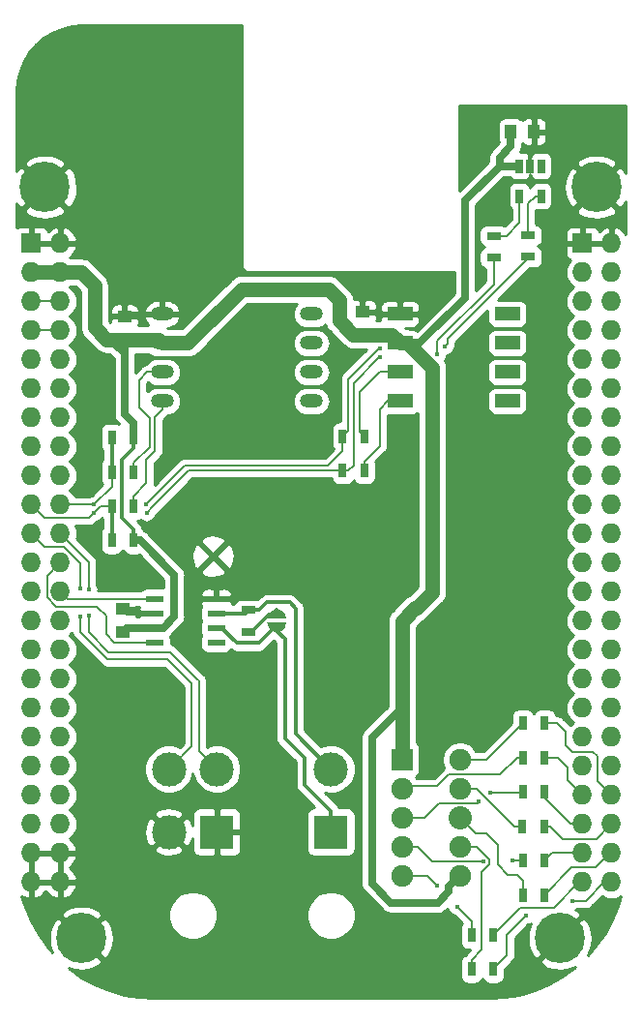
<source format=gbr>
G04 #@! TF.GenerationSoftware,KiCad,Pcbnew,(5.1.2-1)-1*
G04 #@! TF.CreationDate,2019-06-05T17:00:04-02:30*
G04 #@! TF.ProjectId,BeagleCape V2,42656167-6c65-4436-9170-652056322e6b,rev?*
G04 #@! TF.SameCoordinates,Original*
G04 #@! TF.FileFunction,Copper,L1,Top*
G04 #@! TF.FilePolarity,Positive*
%FSLAX46Y46*%
G04 Gerber Fmt 4.6, Leading zero omitted, Abs format (unit mm)*
G04 Created by KiCad (PCBNEW (5.1.2-1)-1) date 2019-06-05 17:00:04*
%MOMM*%
%LPD*%
G04 APERTURE LIST*
%ADD10R,1.727200X1.727200*%
%ADD11O,1.727200X1.727200*%
%ADD12O,2.000000X1.200000*%
%ADD13R,2.200000X1.143000*%
%ADD14R,1.250000X1.000000*%
%ADD15R,0.700000X1.300000*%
%ADD16R,1.000000X1.250000*%
%ADD17R,1.300000X0.700000*%
%ADD18R,0.650000X1.220000*%
%ADD19C,1.397000*%
%ADD20C,1.899920*%
%ADD21C,2.032000*%
%ADD22R,1.899920X1.899920*%
%ADD23C,3.000000*%
%ADD24R,3.000000X3.000000*%
%ADD25C,0.100000*%
%ADD26C,0.100000*%
%ADD27C,0.300000*%
%ADD28C,0.400000*%
%ADD29R,1.550000X0.600000*%
%ADD30C,4.400000*%
%ADD31C,0.600000*%
%ADD32C,0.304800*%
%ADD33C,0.152400*%
%ADD34C,1.270000*%
%ADD35C,0.635000*%
%ADD36C,0.254000*%
G04 APERTURE END LIST*
D10*
X164630100Y-62382400D03*
D11*
X167170100Y-62382400D03*
X164630100Y-64922400D03*
X167170100Y-64922400D03*
X164630100Y-67462400D03*
X167170100Y-67462400D03*
X164630100Y-70002400D03*
X167170100Y-70002400D03*
X164630100Y-72542400D03*
X167170100Y-72542400D03*
X164630100Y-75082400D03*
X167170100Y-75082400D03*
X164630100Y-77622400D03*
X167170100Y-77622400D03*
X164630100Y-80162400D03*
X167170100Y-80162400D03*
X164630100Y-82702400D03*
X167170100Y-82702400D03*
X164630100Y-85242400D03*
X167170100Y-85242400D03*
X164630100Y-87782400D03*
X167170100Y-87782400D03*
X164630100Y-90322400D03*
X167170100Y-90322400D03*
X164630100Y-92862400D03*
X167170100Y-92862400D03*
X164630100Y-95402400D03*
X167170100Y-95402400D03*
X164630100Y-97942400D03*
X167170100Y-97942400D03*
X164630100Y-100482400D03*
X167170100Y-100482400D03*
X164630100Y-103022400D03*
X167170100Y-103022400D03*
X164630100Y-105562400D03*
X167170100Y-105562400D03*
X164630100Y-108102400D03*
X167170100Y-108102400D03*
X164630100Y-110642400D03*
X167170100Y-110642400D03*
X164630100Y-113182400D03*
X167170100Y-113182400D03*
X164630100Y-115722400D03*
X167170100Y-115722400D03*
X164630100Y-118262400D03*
X167170100Y-118262400D03*
D10*
X116370100Y-62382400D03*
D11*
X118910100Y-62382400D03*
X116370100Y-64922400D03*
X118910100Y-64922400D03*
X116370100Y-67462400D03*
X118910100Y-67462400D03*
X116370100Y-70002400D03*
X118910100Y-70002400D03*
X116370100Y-72542400D03*
X118910100Y-72542400D03*
X116370100Y-75082400D03*
X118910100Y-75082400D03*
X116370100Y-77622400D03*
X118910100Y-77622400D03*
X116370100Y-80162400D03*
X118910100Y-80162400D03*
X116370100Y-82702400D03*
X118910100Y-82702400D03*
X116370100Y-85242400D03*
X118910100Y-85242400D03*
X116370100Y-87782400D03*
X118910100Y-87782400D03*
X116370100Y-90322400D03*
X118910100Y-90322400D03*
X116370100Y-92862400D03*
X118910100Y-92862400D03*
X116370100Y-95402400D03*
X118910100Y-95402400D03*
X116370100Y-97942400D03*
X118910100Y-97942400D03*
X116370100Y-100482400D03*
X118910100Y-100482400D03*
X116370100Y-103022400D03*
X118910100Y-103022400D03*
X116370100Y-105562400D03*
X118910100Y-105562400D03*
X116370100Y-108102400D03*
X118910100Y-108102400D03*
X116370100Y-110642400D03*
X118910100Y-110642400D03*
X116370100Y-113182400D03*
X118910100Y-113182400D03*
X116370100Y-115722400D03*
X118910100Y-115722400D03*
X116370100Y-118262400D03*
X118910100Y-118262400D03*
D12*
X140910100Y-68572400D03*
X127830100Y-68572400D03*
X140910100Y-71112400D03*
X127830100Y-71112400D03*
X140910100Y-73652400D03*
X127830100Y-73652400D03*
X140910100Y-76192400D03*
X127830100Y-76192400D03*
D13*
X158070100Y-68572400D03*
X148670100Y-68572400D03*
X158070100Y-71112400D03*
X148670100Y-71112400D03*
X158070100Y-73652400D03*
X148670100Y-73652400D03*
X158070100Y-76192400D03*
X148670100Y-76192400D03*
D14*
X124545100Y-68782400D03*
X124545100Y-70782400D03*
X145370100Y-70382400D03*
X145370100Y-68382400D03*
D15*
X125320100Y-82382400D03*
X123420100Y-82382400D03*
X123420100Y-85382400D03*
X125320100Y-85382400D03*
X145545100Y-79257400D03*
X143645100Y-79257400D03*
X143645100Y-82257400D03*
X145545100Y-82257400D03*
X123420100Y-79382400D03*
X125320100Y-79382400D03*
X125320100Y-88382400D03*
X123420100Y-88382400D03*
D16*
X160370100Y-52632400D03*
X158370100Y-52632400D03*
D17*
X159870100Y-61682400D03*
X159870100Y-63582400D03*
X156870100Y-63632400D03*
X156870100Y-61732400D03*
D18*
X161020100Y-58252400D03*
X159120100Y-58252400D03*
X159120100Y-55632400D03*
X160070100Y-55632400D03*
X161020100Y-55632400D03*
D19*
X148830100Y-110092400D03*
D20*
X153910100Y-107552400D03*
X153910100Y-110092400D03*
D21*
X153910100Y-112632400D03*
D20*
X153910100Y-115172400D03*
X153910100Y-117712400D03*
X148830100Y-117712400D03*
X148830100Y-115172400D03*
X148830100Y-112632400D03*
X148830100Y-110092400D03*
D22*
X148830100Y-107552400D03*
D14*
X124370100Y-94382400D03*
X124370100Y-96382400D03*
D23*
X142620100Y-108382400D03*
D24*
X142620100Y-113882400D03*
D23*
X128420100Y-108382400D03*
X132620100Y-108382400D03*
X128420100Y-113882400D03*
D24*
X132620100Y-113882400D03*
D25*
X137870100Y-94442400D03*
D26*
G36*
X138270100Y-94492400D02*
G01*
X137470100Y-94492400D01*
X137770100Y-94392400D01*
X137970100Y-94392400D01*
X138270100Y-94492400D01*
X138270100Y-94492400D01*
G37*
D27*
X137870100Y-94642400D03*
D26*
G36*
X138570100Y-94792400D02*
G01*
X137170100Y-94792400D01*
X137470100Y-94492400D01*
X138270100Y-94492400D01*
X138570100Y-94792400D01*
X138570100Y-94792400D01*
G37*
D28*
X137870100Y-94992400D03*
D26*
G36*
X138720100Y-95192400D02*
G01*
X137020100Y-95192400D01*
X137170100Y-94792400D01*
X138570100Y-94792400D01*
X138720100Y-95192400D01*
X138720100Y-95192400D01*
G37*
D28*
X137870100Y-95772400D03*
D26*
G36*
X137020100Y-95572400D02*
G01*
X138720100Y-95572400D01*
X138570100Y-95972400D01*
X137170100Y-95972400D01*
X137020100Y-95572400D01*
X137020100Y-95572400D01*
G37*
D27*
X137870100Y-96122400D03*
D26*
G36*
X137170100Y-95972400D02*
G01*
X138570100Y-95972400D01*
X138270100Y-96272400D01*
X137470100Y-96272400D01*
X137170100Y-95972400D01*
X137170100Y-95972400D01*
G37*
D25*
X137870100Y-96322400D03*
D26*
G36*
X137470100Y-96272400D02*
G01*
X138270100Y-96272400D01*
X137970100Y-96372400D01*
X137770100Y-96372400D01*
X137470100Y-96272400D01*
X137470100Y-96272400D01*
G37*
D17*
X135370100Y-94482400D03*
X135370100Y-96382400D03*
D15*
X159420100Y-104382400D03*
X161320100Y-104382400D03*
X161270100Y-113382400D03*
X159370100Y-113382400D03*
X159420100Y-119382400D03*
X161320100Y-119382400D03*
X156820100Y-122882400D03*
X154920100Y-122882400D03*
X159420100Y-116382400D03*
X161320100Y-116382400D03*
X161320100Y-107382400D03*
X159420100Y-107382400D03*
X159420100Y-110382400D03*
X161320100Y-110382400D03*
X156820100Y-125882400D03*
X154920100Y-125882400D03*
D29*
X127170100Y-93477400D03*
X127170100Y-94747400D03*
X127170100Y-96017400D03*
X127170100Y-97287400D03*
X132570100Y-97287400D03*
X132570100Y-96017400D03*
X132570100Y-94747400D03*
X132570100Y-93477400D03*
D30*
X165870100Y-57482400D03*
X117570100Y-57482400D03*
X120770100Y-123182400D03*
X162670100Y-123182400D03*
D31*
X124545100Y-67432400D03*
X145370100Y-67157400D03*
X160370100Y-54132400D03*
X134120100Y-93432400D03*
X125705100Y-94747400D03*
D28*
X133370100Y-80882400D03*
X137370100Y-78632400D03*
X136870100Y-73632400D03*
X135120100Y-75882400D03*
X131620100Y-73882400D03*
X131120100Y-77632400D03*
X122870100Y-74882400D03*
X122120100Y-72882400D03*
X121870100Y-78632400D03*
X123870100Y-90132400D03*
X124870100Y-91132400D03*
X126120100Y-91632400D03*
X122870100Y-91882400D03*
X121620100Y-88382400D03*
X121870100Y-85957400D03*
X126470100Y-85957400D03*
X146870100Y-72357400D03*
X151945100Y-72082400D03*
X121835100Y-85242400D03*
X126445100Y-85207400D03*
X146870100Y-71557400D03*
X152620100Y-71382400D03*
X120620100Y-92582400D03*
X120620100Y-95007400D03*
X121395100Y-92632400D03*
X121395100Y-94932400D03*
X159695100Y-121182400D03*
X163795100Y-119907400D03*
X153645100Y-120407400D03*
X151920100Y-118607400D03*
X155970100Y-116482400D03*
X158470100Y-116407400D03*
X155545100Y-111232400D03*
X156595100Y-110432400D03*
D32*
X124755100Y-68572400D02*
X124545100Y-68782400D01*
X127830100Y-68572400D02*
X124755100Y-68572400D01*
X124545100Y-68782400D02*
X124545100Y-67432400D01*
X145560100Y-68572400D02*
X145370100Y-68382400D01*
X148670100Y-68572400D02*
X145560100Y-68572400D01*
X145370100Y-68382400D02*
X145370100Y-67157400D01*
X160070100Y-54432400D02*
X160370100Y-54132400D01*
X160070100Y-55632400D02*
X160070100Y-54432400D01*
X160370100Y-52632400D02*
X160370100Y-54132400D01*
X134075100Y-93477400D02*
X134120100Y-93432400D01*
X132570100Y-93477400D02*
X134075100Y-93477400D01*
X124735100Y-94747400D02*
X124370100Y-94382400D01*
X125430100Y-94747400D02*
X125705100Y-94747400D01*
X127170100Y-94747400D02*
X125705100Y-94747400D01*
X125430100Y-94747400D02*
X124735100Y-94747400D01*
D33*
X135120100Y-80882400D02*
X137370100Y-78632400D01*
X133370100Y-80882400D02*
X135120100Y-80882400D01*
X136870100Y-74132400D02*
X135120100Y-75882400D01*
X136870100Y-73632400D02*
X136870100Y-74132400D01*
X131620100Y-77132400D02*
X131120100Y-77632400D01*
X131620100Y-73882400D02*
X131620100Y-77132400D01*
X122870100Y-73632400D02*
X122120100Y-72882400D01*
X122870100Y-74882400D02*
X122870100Y-73632400D01*
X123870100Y-90132400D02*
X124870100Y-91132400D01*
X125870100Y-91882400D02*
X122870100Y-91882400D01*
X126120100Y-91632400D02*
X125870100Y-91882400D01*
D34*
X116370100Y-64922400D02*
X118910100Y-64922400D01*
X127500100Y-70782400D02*
X127830100Y-71112400D01*
X124545100Y-70782400D02*
X127500100Y-70782400D01*
X121895100Y-69732400D02*
X122945100Y-70782400D01*
X122945100Y-70782400D02*
X124545100Y-70782400D01*
X121895100Y-66057400D02*
X121895100Y-69732400D01*
X120760100Y-64922400D02*
X121895100Y-66057400D01*
X118910100Y-64922400D02*
X120760100Y-64922400D01*
X130100100Y-71112400D02*
X127830100Y-71112400D01*
X134805100Y-66407400D02*
X130100100Y-71112400D01*
X143345100Y-69157400D02*
X143345100Y-67357400D01*
X142395100Y-66407400D02*
X134805100Y-66407400D01*
X143345100Y-67357400D02*
X142395100Y-66407400D01*
X144570100Y-70382400D02*
X143345100Y-69157400D01*
X145370100Y-70382400D02*
X144570100Y-70382400D01*
X147940100Y-70382400D02*
X148670100Y-71112400D01*
X145370100Y-70382400D02*
X147940100Y-70382400D01*
X151470100Y-92932400D02*
X151470100Y-73277898D01*
X149304602Y-71112400D02*
X148670100Y-71112400D01*
X151470100Y-73277898D02*
X149304602Y-71112400D01*
X150095100Y-94307400D02*
X151470100Y-92932400D01*
X148845100Y-95457400D02*
X149995100Y-94307400D01*
X149995100Y-94307400D02*
X150095100Y-94307400D01*
X148845100Y-102982400D02*
X148845100Y-95457400D01*
X148845100Y-104032400D02*
X148845100Y-102982400D01*
X148845100Y-107607400D02*
X148845100Y-104032400D01*
D35*
X124735100Y-96017400D02*
X124370100Y-96382400D01*
X127170100Y-96017400D02*
X124735100Y-96017400D01*
X125870100Y-88382400D02*
X125320100Y-88382400D01*
X128895100Y-95028902D02*
X128895100Y-91407400D01*
X128895100Y-91407400D02*
X125870100Y-88382400D01*
X127906602Y-96017400D02*
X128895100Y-95028902D01*
X127170100Y-96017400D02*
X127906602Y-96017400D01*
X125320100Y-78097400D02*
X124545100Y-77322400D01*
X125320100Y-79382400D02*
X125320100Y-78097400D01*
X123320100Y-70782400D02*
X124545100Y-72007400D01*
X122945100Y-70782400D02*
X123320100Y-70782400D01*
X124545100Y-72007400D02*
X124545100Y-70782400D01*
X124545100Y-77322400D02*
X124545100Y-72007400D01*
X150405100Y-71112400D02*
X154370100Y-67147400D01*
X148670100Y-71112400D02*
X150405100Y-71112400D01*
X154370100Y-67147400D02*
X154370100Y-58632400D01*
X157370100Y-55632400D02*
X159120100Y-55632400D01*
X154370100Y-58632400D02*
X157370100Y-55632400D01*
X158370100Y-53892400D02*
X157370100Y-54892400D01*
X157370100Y-54892400D02*
X157370100Y-55632400D01*
X158370100Y-52632400D02*
X158370100Y-53892400D01*
D32*
X125320100Y-87427600D02*
X125320100Y-88382400D01*
X124320100Y-86427600D02*
X125320100Y-87427600D01*
X125320100Y-80337200D02*
X124320100Y-81337200D01*
X124320100Y-81337200D02*
X124320100Y-86427600D01*
X125320100Y-79382400D02*
X125320100Y-80337200D01*
D35*
X152960141Y-118662359D02*
X152960141Y-119117359D01*
X153910100Y-117712400D02*
X152960141Y-118662359D01*
X152960141Y-119117359D02*
X152020100Y-120057400D01*
X152020100Y-120057400D02*
X151970100Y-120107400D01*
X152020100Y-120057400D02*
X147845100Y-120057400D01*
X148920100Y-102907400D02*
X148845100Y-102982400D01*
X148920100Y-102882400D02*
X148920100Y-102907400D01*
X146195100Y-105607400D02*
X148920100Y-102882400D01*
X146195100Y-118407400D02*
X146195100Y-105607400D01*
X147845100Y-120057400D02*
X146195100Y-118407400D01*
D33*
X116370100Y-67462400D02*
X118910100Y-67462400D01*
X117591414Y-70002400D02*
X118910100Y-70002400D01*
X116370100Y-70002400D02*
X117591414Y-70002400D01*
D32*
X123420100Y-85382400D02*
X123420100Y-88382400D01*
D33*
X117233699Y-86105999D02*
X116370100Y-85242400D01*
X117509901Y-86382201D02*
X117233699Y-86105999D01*
X121445299Y-86382201D02*
X117509901Y-86382201D01*
X123420100Y-85382400D02*
X122445100Y-85382400D01*
X122445100Y-85382400D02*
X121870100Y-85957400D01*
X121870100Y-85957400D02*
X121445299Y-86382201D01*
X127045100Y-85382400D02*
X126470100Y-85957400D01*
X143645100Y-82257400D02*
X130170100Y-82257400D01*
X130170100Y-82257400D02*
X127045100Y-85382400D01*
X144147500Y-82257400D02*
X144595100Y-81809800D01*
X143645100Y-82257400D02*
X144147500Y-82257400D01*
X144595100Y-81809800D02*
X144595100Y-74607400D01*
X146845100Y-72357400D02*
X146870100Y-72357400D01*
X144595100Y-74607400D02*
X146845100Y-72357400D01*
X151945100Y-72082400D02*
X151945100Y-70907400D01*
X156870100Y-65982400D02*
X156870100Y-63632400D01*
X151945100Y-70907400D02*
X156870100Y-65982400D01*
D32*
X123420100Y-82382400D02*
X123420100Y-79382400D01*
D33*
X123420100Y-83657400D02*
X123420100Y-82382400D01*
X121835100Y-85242400D02*
X123420100Y-83657400D01*
X118910100Y-85242400D02*
X121835100Y-85242400D01*
X143645100Y-80557400D02*
X143645100Y-79257400D01*
X142370100Y-81832400D02*
X143645100Y-80557400D01*
X129820100Y-81832400D02*
X142370100Y-81832400D01*
X126445100Y-85207400D02*
X129820100Y-81832400D01*
X152820099Y-71182401D02*
X152620100Y-71382400D01*
X152820099Y-70757401D02*
X152820099Y-71182401D01*
X159870100Y-63707400D02*
X152820099Y-70757401D01*
X159870100Y-63582400D02*
X159870100Y-63707400D01*
X144120100Y-74257400D02*
X146820100Y-71557400D01*
X146820100Y-71557400D02*
X146870100Y-71557400D01*
X144120100Y-78782400D02*
X144120100Y-74257400D01*
X143645100Y-79257400D02*
X144120100Y-78782400D01*
X160542700Y-58252400D02*
X161020100Y-58252400D01*
X159870100Y-58925000D02*
X160542700Y-58252400D01*
X159870100Y-61682400D02*
X159870100Y-58925000D01*
X157970100Y-61732400D02*
X156870100Y-61732400D01*
X159120100Y-60582400D02*
X157970100Y-61732400D01*
X159120100Y-58252400D02*
X159120100Y-60582400D01*
X125820100Y-74357400D02*
X126525100Y-73652400D01*
X126745100Y-77707400D02*
X125820100Y-76782400D01*
X126525100Y-73652400D02*
X127830100Y-73652400D01*
X126745100Y-79260238D02*
X126745100Y-77707400D01*
X125820100Y-76782400D02*
X125820100Y-74357400D01*
X125320100Y-82382400D02*
X125320100Y-81580000D01*
X126720100Y-79285238D02*
X126745100Y-79260238D01*
X125320100Y-81580000D02*
X126720100Y-80180000D01*
X126720100Y-80180000D02*
X126720100Y-79285238D01*
X125320100Y-84507400D02*
X125320100Y-85382400D01*
X127830100Y-76192400D02*
X127830100Y-76944800D01*
X126445100Y-81332400D02*
X126445100Y-83382400D01*
X127220100Y-80557400D02*
X126445100Y-81332400D01*
X126445100Y-83382400D02*
X125320100Y-84507400D01*
X127220100Y-77554800D02*
X127220100Y-80557400D01*
X127830100Y-76944800D02*
X127220100Y-77554800D01*
X146900100Y-73652400D02*
X148670100Y-73652400D01*
X145170100Y-75382400D02*
X146900100Y-73652400D01*
X145170100Y-78882400D02*
X145170100Y-75382400D01*
X145545100Y-79257400D02*
X145170100Y-78882400D01*
X146870100Y-76932400D02*
X147610100Y-76192400D01*
X145545100Y-81455000D02*
X146870100Y-80130000D01*
X147610100Y-76192400D02*
X148670100Y-76192400D01*
X146870100Y-80130000D02*
X146870100Y-76932400D01*
X145545100Y-82257400D02*
X145545100Y-81455000D01*
X120620100Y-95007400D02*
X120620100Y-96357400D01*
X120620100Y-96357400D02*
X123045100Y-98782400D01*
X123045100Y-98782400D02*
X128295100Y-98782400D01*
X128295100Y-98782400D02*
X130395100Y-100882400D01*
X130395100Y-100882400D02*
X130395100Y-103907400D01*
X130395100Y-103907400D02*
X130395100Y-103870567D01*
X120620100Y-90345494D02*
X120620100Y-92582400D01*
X119196807Y-88922201D02*
X120620100Y-90345494D01*
X117509901Y-88922201D02*
X119196807Y-88922201D01*
X116370100Y-87782400D02*
X117509901Y-88922201D01*
X130395100Y-103907400D02*
X130395100Y-106407400D01*
X130395100Y-106407400D02*
X128420100Y-108382400D01*
X121395100Y-90267400D02*
X121395100Y-92632400D01*
X118910100Y-87782400D02*
X121395100Y-90267400D01*
X121395100Y-94932400D02*
X121395100Y-96382400D01*
X121395100Y-96382400D02*
X123145100Y-98132400D01*
X123145100Y-98132400D02*
X128520100Y-98132400D01*
X128520100Y-98132400D02*
X130645100Y-100257400D01*
X130645100Y-100257400D02*
X130895100Y-100507400D01*
X130895100Y-100507400D02*
X131045100Y-100657400D01*
X131045100Y-100657400D02*
X131045100Y-103732400D01*
X131045100Y-103732400D02*
X131045100Y-103807400D01*
X131045100Y-103732400D02*
X131045100Y-106807400D01*
X131045100Y-106807400D02*
X132620100Y-108382400D01*
D32*
X135105100Y-94747400D02*
X135370100Y-94482400D01*
X132570100Y-94747400D02*
X135105100Y-94747400D01*
X136324900Y-94482400D02*
X136999900Y-93807400D01*
X135370100Y-94482400D02*
X136324900Y-94482400D01*
X136999900Y-93807400D02*
X138995100Y-93807400D01*
X138995100Y-93807400D02*
X139520100Y-94332400D01*
X139520100Y-105282400D02*
X142620100Y-108382400D01*
X139520100Y-94332400D02*
X139520100Y-105282400D01*
X136285100Y-97357400D02*
X137870100Y-95772400D01*
X133045100Y-96017400D02*
X134385100Y-97357400D01*
X134385100Y-97357400D02*
X136285100Y-97357400D01*
X132570100Y-96017400D02*
X133045100Y-96017400D01*
X137870100Y-96122400D02*
X137870100Y-95772400D01*
X137870100Y-96322400D02*
X137870100Y-96122400D01*
X142620100Y-112077600D02*
X140295100Y-109752600D01*
X142620100Y-113882400D02*
X142620100Y-112077600D01*
X140295100Y-109752600D02*
X140295100Y-107407400D01*
X140295100Y-107407400D02*
X138570100Y-105682400D01*
X138570100Y-97022400D02*
X137870100Y-96322400D01*
X138570100Y-105682400D02*
X138570100Y-97022400D01*
X137870100Y-94992400D02*
X137870100Y-94642400D01*
X137649390Y-94863110D02*
X137870100Y-94642400D01*
X137189390Y-94863110D02*
X137649390Y-94863110D01*
X135670100Y-96382400D02*
X137189390Y-94863110D01*
X135370100Y-96382400D02*
X135670100Y-96382400D01*
X137870100Y-94642400D02*
X137870100Y-94442400D01*
D33*
X161320100Y-107382400D02*
X162470100Y-107382400D01*
X163320100Y-109332400D02*
X164630100Y-110642400D01*
X163320100Y-108232400D02*
X163320100Y-109332400D01*
X162470100Y-107382400D02*
X163320100Y-108232400D01*
X164630100Y-113182400D02*
X163595100Y-113182400D01*
X161320100Y-110907400D02*
X161320100Y-110382400D01*
X163595100Y-113182400D02*
X161320100Y-110907400D01*
X164630100Y-115722400D02*
X161980100Y-115722400D01*
X161980100Y-115722400D02*
X161320100Y-116382400D01*
X164630100Y-118262400D02*
X164365100Y-118262400D01*
X159195100Y-120507400D02*
X156820100Y-122882400D01*
X162120100Y-120507400D02*
X159195100Y-120507400D01*
X164365100Y-118262400D02*
X162120100Y-120507400D01*
X167170100Y-118262400D02*
X166590100Y-118262400D01*
X158020100Y-124682400D02*
X156820100Y-125882400D01*
X158020100Y-122857400D02*
X158020100Y-124682400D01*
X159620100Y-121257400D02*
X158020100Y-122857400D01*
X159620100Y-121107400D02*
X159620100Y-121257400D01*
X159695100Y-121182400D02*
X159620100Y-121107400D01*
X164945100Y-119907400D02*
X163795100Y-119907400D01*
X166590100Y-118262400D02*
X164945100Y-119907400D01*
X167170100Y-115722400D02*
X167080100Y-115722400D01*
X163695100Y-117007400D02*
X161320100Y-119382400D01*
X165795100Y-117007400D02*
X163695100Y-117007400D01*
X167080100Y-115722400D02*
X165795100Y-117007400D01*
X161772500Y-113382400D02*
X162896300Y-114506200D01*
X162896300Y-114506200D02*
X162897500Y-114507400D01*
X161270100Y-113382400D02*
X161772500Y-113382400D01*
X162896300Y-114506200D02*
X165846300Y-114506200D01*
X165846300Y-114506200D02*
X167170100Y-113182400D01*
X161320100Y-104382400D02*
X162420100Y-104382400D01*
X165920100Y-109392400D02*
X167170100Y-110642400D01*
X165920100Y-107257400D02*
X165920100Y-109392400D01*
X165570100Y-106907400D02*
X165920100Y-107257400D01*
X163745100Y-106907400D02*
X165570100Y-106907400D01*
X163145100Y-106307400D02*
X163745100Y-106907400D01*
X163145100Y-105107400D02*
X163145100Y-106307400D01*
X162420100Y-104382400D02*
X163145100Y-105107400D01*
X117770299Y-91462201D02*
X117770299Y-93357599D01*
X118910100Y-90322400D02*
X117770299Y-91462201D01*
X117770299Y-93357599D02*
X118570100Y-94157400D01*
X118570100Y-94157400D02*
X122095100Y-94157400D01*
X122095100Y-94157400D02*
X122920100Y-94982400D01*
X122920100Y-94982400D02*
X122920100Y-96582400D01*
X123625100Y-97287400D02*
X127170100Y-97287400D01*
X122920100Y-96582400D02*
X123625100Y-97287400D01*
X119525100Y-93477400D02*
X118910100Y-92862400D01*
X127170100Y-93477400D02*
X119525100Y-93477400D01*
X153910100Y-107552400D02*
X156250100Y-107552400D01*
X156250100Y-107552400D02*
X159420100Y-104382400D01*
X158695100Y-113382400D02*
X159370100Y-113382400D01*
X155405100Y-110092400D02*
X158695100Y-113382400D01*
X153910100Y-110092400D02*
X155405100Y-110092400D01*
X159420100Y-118142400D02*
X159420100Y-119382400D01*
X158890100Y-117612400D02*
X158125100Y-117612400D01*
X158890100Y-117612400D02*
X159420100Y-118142400D01*
X158125100Y-117612400D02*
X157220100Y-116707400D01*
X157220100Y-116707400D02*
X157220100Y-115032400D01*
X156187600Y-113999900D02*
X155277600Y-113999900D01*
X157220100Y-115032400D02*
X156187600Y-113999900D01*
X153910100Y-112632400D02*
X155277600Y-113999900D01*
X154920100Y-121682400D02*
X153645100Y-120407400D01*
X154920100Y-122882400D02*
X154920100Y-121682400D01*
X151025100Y-117712400D02*
X151920100Y-118607400D01*
X148830100Y-117712400D02*
X151025100Y-117712400D01*
X150173546Y-115172400D02*
X151458546Y-116457400D01*
X148830100Y-115172400D02*
X150173546Y-115172400D01*
X151458546Y-116457400D02*
X155945100Y-116457400D01*
X155945100Y-116457400D02*
X155970100Y-116482400D01*
X159395100Y-116407400D02*
X159420100Y-116382400D01*
X158470100Y-116407400D02*
X159395100Y-116407400D01*
X157433861Y-108866239D02*
X152961261Y-108866239D01*
X158917700Y-107382400D02*
X157433861Y-108866239D01*
X159420100Y-107382400D02*
X158917700Y-107382400D01*
X152961261Y-108866239D02*
X151945100Y-109882400D01*
X151945100Y-109882400D02*
X151295100Y-109882400D01*
X151295100Y-109882400D02*
X151270100Y-109882400D01*
X151295100Y-109882400D02*
X149040100Y-109882400D01*
X149040100Y-109882400D02*
X148830100Y-110092400D01*
X148830100Y-112632400D02*
X150770100Y-112632400D01*
X152062301Y-111340199D02*
X155437301Y-111340199D01*
X150770100Y-112632400D02*
X152062301Y-111340199D01*
X155437301Y-111340199D02*
X155545100Y-111232400D01*
X159370100Y-110432400D02*
X159420100Y-110382400D01*
X156595100Y-110432400D02*
X159370100Y-110432400D01*
X155364880Y-115172400D02*
X156446302Y-116253822D01*
X154920100Y-125080000D02*
X154920100Y-125882400D01*
X156446302Y-116253822D02*
X156446302Y-116710978D01*
X153910100Y-115172400D02*
X155364880Y-115172400D01*
X156446302Y-116710978D02*
X155795100Y-117362180D01*
X155795100Y-117362180D02*
X155795100Y-124205000D01*
X155795100Y-124205000D02*
X154920100Y-125080000D01*
D36*
G36*
X150200100Y-92406349D02*
G01*
X149445111Y-93161339D01*
X149286112Y-93246325D01*
X149229675Y-93292642D01*
X149141183Y-93365265D01*
X149141180Y-93365268D01*
X149092730Y-93405030D01*
X149052967Y-93453481D01*
X147991186Y-94515264D01*
X147942731Y-94555030D01*
X147784026Y-94748412D01*
X147678851Y-94945182D01*
X147666098Y-94969041D01*
X147593477Y-95208437D01*
X147568957Y-95457400D01*
X147575101Y-95519783D01*
X147575100Y-102880361D01*
X145554664Y-104900798D01*
X145518323Y-104930622D01*
X145478113Y-104979618D01*
X145399294Y-105075660D01*
X145310849Y-105241131D01*
X145256383Y-105420678D01*
X145237992Y-105607400D01*
X145242601Y-105654195D01*
X145242600Y-118360615D01*
X145237992Y-118407400D01*
X145242600Y-118454184D01*
X145256383Y-118594122D01*
X145310848Y-118773668D01*
X145399294Y-118939141D01*
X145518322Y-119084178D01*
X145554669Y-119114007D01*
X147138493Y-120697831D01*
X147168322Y-120734178D01*
X147313359Y-120853206D01*
X147478831Y-120941652D01*
X147610162Y-120981491D01*
X147658377Y-120996117D01*
X147845099Y-121014508D01*
X147891884Y-121009900D01*
X151663989Y-121009900D01*
X151783378Y-121046117D01*
X151970100Y-121064508D01*
X152156822Y-121046117D01*
X152336369Y-120991651D01*
X152501840Y-120903206D01*
X152610537Y-120814001D01*
X152660529Y-120764009D01*
X152696878Y-120734178D01*
X152726707Y-120697831D01*
X152830806Y-120593733D01*
X152842189Y-120650960D01*
X152905133Y-120802921D01*
X152996513Y-120939681D01*
X153112819Y-121055987D01*
X153249579Y-121147367D01*
X153401540Y-121210311D01*
X153452326Y-121220413D01*
X154071230Y-121839319D01*
X154039563Y-121877906D01*
X153980598Y-121988220D01*
X153944288Y-122107918D01*
X153932028Y-122232400D01*
X153932028Y-123532400D01*
X153944288Y-123656882D01*
X153980598Y-123776580D01*
X154039563Y-123886894D01*
X154118915Y-123983585D01*
X154215606Y-124062937D01*
X154325920Y-124121902D01*
X154445618Y-124158212D01*
X154570100Y-124170472D01*
X154823841Y-124170472D01*
X154441910Y-124552403D01*
X154414773Y-124574674D01*
X154369676Y-124629625D01*
X154325920Y-124642898D01*
X154215606Y-124701863D01*
X154118915Y-124781215D01*
X154039563Y-124877906D01*
X153980598Y-124988220D01*
X153944288Y-125107918D01*
X153932028Y-125232400D01*
X153932028Y-126532400D01*
X153944288Y-126656882D01*
X153980598Y-126776580D01*
X154039563Y-126886894D01*
X154118915Y-126983585D01*
X154215606Y-127062937D01*
X154325920Y-127121902D01*
X154445618Y-127158212D01*
X154570100Y-127170472D01*
X155270100Y-127170472D01*
X155394582Y-127158212D01*
X155514280Y-127121902D01*
X155624594Y-127062937D01*
X155721285Y-126983585D01*
X155800637Y-126886894D01*
X155859602Y-126776580D01*
X155870100Y-126741973D01*
X155880598Y-126776580D01*
X155939563Y-126886894D01*
X156018915Y-126983585D01*
X156115606Y-127062937D01*
X156225920Y-127121902D01*
X156345618Y-127158212D01*
X156470100Y-127170472D01*
X157170100Y-127170472D01*
X157294582Y-127158212D01*
X157414280Y-127121902D01*
X157524594Y-127062937D01*
X157621285Y-126983585D01*
X157700637Y-126886894D01*
X157759602Y-126776580D01*
X157795912Y-126656882D01*
X157808172Y-126532400D01*
X157808172Y-125900116D01*
X158498296Y-125209993D01*
X158525427Y-125187727D01*
X158547693Y-125160596D01*
X158547697Y-125160592D01*
X158614302Y-125079433D01*
X158653649Y-125005820D01*
X158680342Y-124955881D01*
X158721009Y-124821820D01*
X158731300Y-124717336D01*
X158731300Y-124717327D01*
X158734740Y-124682401D01*
X158731300Y-124647475D01*
X158731300Y-123151987D01*
X159887876Y-121995413D01*
X159938660Y-121985311D01*
X160090621Y-121922367D01*
X160150682Y-121882236D01*
X160032459Y-122106277D01*
X159873199Y-122641533D01*
X159821422Y-123197574D01*
X159879119Y-123753032D01*
X160044072Y-124286561D01*
X160293082Y-124752424D01*
X160680325Y-124992570D01*
X162490495Y-123182400D01*
X162476353Y-123168258D01*
X162655958Y-122988653D01*
X162670100Y-123002795D01*
X164480270Y-121192625D01*
X164240124Y-120805382D01*
X164050591Y-120705369D01*
X164190621Y-120647367D01*
X164233674Y-120618600D01*
X164910174Y-120618600D01*
X164945100Y-120622040D01*
X164980026Y-120618600D01*
X164980036Y-120618600D01*
X165084520Y-120608309D01*
X165218581Y-120567642D01*
X165342133Y-120501602D01*
X165450427Y-120412727D01*
X165472702Y-120385586D01*
X166340223Y-119518066D01*
X166593836Y-119653625D01*
X166876323Y-119739316D01*
X167096481Y-119761000D01*
X167243719Y-119761000D01*
X167463877Y-119739316D01*
X167746364Y-119653625D01*
X167997742Y-119519260D01*
X167766864Y-120324430D01*
X167253667Y-121569537D01*
X166604882Y-122749674D01*
X165828586Y-123850144D01*
X165075856Y-124697963D01*
X165307741Y-124258523D01*
X165467001Y-123723267D01*
X165518778Y-123167226D01*
X165461081Y-122611768D01*
X165296128Y-122078239D01*
X165047118Y-121612376D01*
X164659875Y-121372230D01*
X162849705Y-123182400D01*
X162863848Y-123196543D01*
X162684243Y-123376148D01*
X162670100Y-123362005D01*
X160859930Y-125172175D01*
X161100076Y-125559418D01*
X161593977Y-125820041D01*
X162129233Y-125979301D01*
X162685274Y-126031078D01*
X163240732Y-125973381D01*
X163774261Y-125808428D01*
X164029638Y-125671926D01*
X163933653Y-125758351D01*
X162838639Y-126542304D01*
X161663061Y-127199313D01*
X160421563Y-127721191D01*
X159129638Y-128101425D01*
X157803368Y-128335282D01*
X156442664Y-128420891D01*
X156374031Y-128421130D01*
X127182875Y-128421130D01*
X125820482Y-128344961D01*
X124492617Y-128120369D01*
X123198070Y-127749164D01*
X121952963Y-127235967D01*
X120772826Y-126587182D01*
X119672356Y-125810886D01*
X119666098Y-125805330D01*
X119693977Y-125820041D01*
X120229233Y-125979301D01*
X120785274Y-126031078D01*
X121340732Y-125973381D01*
X121874261Y-125808428D01*
X122340124Y-125559418D01*
X122580270Y-125172175D01*
X120770100Y-123362005D01*
X120755958Y-123376148D01*
X120576353Y-123196543D01*
X120590495Y-123182400D01*
X120949705Y-123182400D01*
X122759875Y-124992570D01*
X123147118Y-124752424D01*
X123407741Y-124258523D01*
X123567001Y-123723267D01*
X123618778Y-123167226D01*
X123561081Y-122611768D01*
X123396128Y-122078239D01*
X123147118Y-121612376D01*
X122759875Y-121372230D01*
X120949705Y-123182400D01*
X120590495Y-123182400D01*
X118780325Y-121372230D01*
X118393082Y-121612376D01*
X118132459Y-122106277D01*
X117973199Y-122641533D01*
X117921422Y-123197574D01*
X117979119Y-123753032D01*
X118144072Y-124286561D01*
X118211602Y-124412899D01*
X117764149Y-123915953D01*
X116980196Y-122820939D01*
X116323187Y-121645361D01*
X116132875Y-121192625D01*
X118959930Y-121192625D01*
X120770100Y-123002795D01*
X122580270Y-121192625D01*
X122443527Y-120972121D01*
X128385100Y-120972121D01*
X128385100Y-121392679D01*
X128467147Y-121805156D01*
X128628088Y-122193702D01*
X128861737Y-122543383D01*
X129159117Y-122840763D01*
X129508798Y-123074412D01*
X129897344Y-123235353D01*
X130309821Y-123317400D01*
X130730379Y-123317400D01*
X131142856Y-123235353D01*
X131531402Y-123074412D01*
X131881083Y-122840763D01*
X132178463Y-122543383D01*
X132412112Y-122193702D01*
X132573053Y-121805156D01*
X132655100Y-121392679D01*
X132655100Y-120972121D01*
X140485100Y-120972121D01*
X140485100Y-121392679D01*
X140567147Y-121805156D01*
X140728088Y-122193702D01*
X140961737Y-122543383D01*
X141259117Y-122840763D01*
X141608798Y-123074412D01*
X141997344Y-123235353D01*
X142409821Y-123317400D01*
X142830379Y-123317400D01*
X143242856Y-123235353D01*
X143631402Y-123074412D01*
X143981083Y-122840763D01*
X144278463Y-122543383D01*
X144512112Y-122193702D01*
X144673053Y-121805156D01*
X144755100Y-121392679D01*
X144755100Y-120972121D01*
X144673053Y-120559644D01*
X144512112Y-120171098D01*
X144278463Y-119821417D01*
X143981083Y-119524037D01*
X143631402Y-119290388D01*
X143242856Y-119129447D01*
X142830379Y-119047400D01*
X142409821Y-119047400D01*
X141997344Y-119129447D01*
X141608798Y-119290388D01*
X141259117Y-119524037D01*
X140961737Y-119821417D01*
X140728088Y-120171098D01*
X140567147Y-120559644D01*
X140485100Y-120972121D01*
X132655100Y-120972121D01*
X132573053Y-120559644D01*
X132412112Y-120171098D01*
X132178463Y-119821417D01*
X131881083Y-119524037D01*
X131531402Y-119290388D01*
X131142856Y-119129447D01*
X130730379Y-119047400D01*
X130309821Y-119047400D01*
X129897344Y-119129447D01*
X129508798Y-119290388D01*
X129159117Y-119524037D01*
X128861737Y-119821417D01*
X128628088Y-120171098D01*
X128467147Y-120559644D01*
X128385100Y-120972121D01*
X122443527Y-120972121D01*
X122340124Y-120805382D01*
X121846223Y-120544759D01*
X121310967Y-120385499D01*
X120754926Y-120333722D01*
X120199468Y-120391419D01*
X119665939Y-120556372D01*
X119200076Y-120805382D01*
X118959930Y-121192625D01*
X116132875Y-121192625D01*
X115801309Y-120403863D01*
X115535692Y-119501374D01*
X115734122Y-119619364D01*
X116011073Y-119717363D01*
X116243100Y-119596864D01*
X116243100Y-118389400D01*
X116497100Y-118389400D01*
X116497100Y-119596864D01*
X116729127Y-119717363D01*
X117006078Y-119619364D01*
X117258588Y-119469217D01*
X117476954Y-119272693D01*
X117640100Y-119054322D01*
X117803246Y-119272693D01*
X118021612Y-119469217D01*
X118274122Y-119619364D01*
X118551073Y-119717363D01*
X118783100Y-119596864D01*
X118783100Y-118389400D01*
X119037100Y-118389400D01*
X119037100Y-119596864D01*
X119269127Y-119717363D01*
X119546078Y-119619364D01*
X119798588Y-119469217D01*
X120016954Y-119272693D01*
X120192784Y-119037344D01*
X120319322Y-118772214D01*
X120365058Y-118621426D01*
X120243917Y-118389400D01*
X119037100Y-118389400D01*
X118783100Y-118389400D01*
X116497100Y-118389400D01*
X116243100Y-118389400D01*
X116223100Y-118389400D01*
X116223100Y-118135400D01*
X116243100Y-118135400D01*
X116243100Y-115849400D01*
X116497100Y-115849400D01*
X116497100Y-118135400D01*
X118783100Y-118135400D01*
X118783100Y-115849400D01*
X119037100Y-115849400D01*
X119037100Y-118135400D01*
X120243917Y-118135400D01*
X120365058Y-117903374D01*
X120319322Y-117752586D01*
X120192784Y-117487456D01*
X120016954Y-117252107D01*
X119798588Y-117055583D01*
X119692330Y-116992400D01*
X119798588Y-116929217D01*
X120016954Y-116732693D01*
X120192784Y-116497344D01*
X120319322Y-116232214D01*
X120365058Y-116081426D01*
X120243917Y-115849400D01*
X119037100Y-115849400D01*
X118783100Y-115849400D01*
X116497100Y-115849400D01*
X116243100Y-115849400D01*
X116223100Y-115849400D01*
X116223100Y-115595400D01*
X116243100Y-115595400D01*
X116243100Y-115575400D01*
X116497100Y-115575400D01*
X116497100Y-115595400D01*
X118783100Y-115595400D01*
X118783100Y-115575400D01*
X119037100Y-115575400D01*
X119037100Y-115595400D01*
X120243917Y-115595400D01*
X120359482Y-115374053D01*
X127108052Y-115374053D01*
X127264062Y-115689614D01*
X127638845Y-115880420D01*
X128043651Y-115994444D01*
X128462924Y-116027302D01*
X128880551Y-115977734D01*
X129280483Y-115847643D01*
X129576138Y-115689614D01*
X129732148Y-115374053D01*
X128420100Y-114062005D01*
X127108052Y-115374053D01*
X120359482Y-115374053D01*
X120365058Y-115363374D01*
X120319322Y-115212586D01*
X120192784Y-114947456D01*
X120016954Y-114712107D01*
X119798588Y-114515583D01*
X119702190Y-114458263D01*
X119746706Y-114434469D01*
X119974897Y-114247197D01*
X120162169Y-114019006D01*
X120212296Y-113925224D01*
X126275198Y-113925224D01*
X126324766Y-114342851D01*
X126454857Y-114742783D01*
X126612886Y-115038438D01*
X126928447Y-115194448D01*
X128240495Y-113882400D01*
X128599705Y-113882400D01*
X129911753Y-115194448D01*
X130227314Y-115038438D01*
X130418120Y-114663655D01*
X130484442Y-114428199D01*
X130482028Y-115382400D01*
X130494288Y-115506882D01*
X130530598Y-115626580D01*
X130589563Y-115736894D01*
X130668915Y-115833585D01*
X130765606Y-115912937D01*
X130875920Y-115971902D01*
X130995618Y-116008212D01*
X131120100Y-116020472D01*
X132334350Y-116017400D01*
X132493100Y-115858650D01*
X132493100Y-114009400D01*
X132747100Y-114009400D01*
X132747100Y-115858650D01*
X132905850Y-116017400D01*
X134120100Y-116020472D01*
X134244582Y-116008212D01*
X134364280Y-115971902D01*
X134474594Y-115912937D01*
X134571285Y-115833585D01*
X134650637Y-115736894D01*
X134709602Y-115626580D01*
X134745912Y-115506882D01*
X134758172Y-115382400D01*
X134755100Y-114168150D01*
X134596350Y-114009400D01*
X132747100Y-114009400D01*
X132493100Y-114009400D01*
X132473100Y-114009400D01*
X132473100Y-113755400D01*
X132493100Y-113755400D01*
X132493100Y-111906150D01*
X132747100Y-111906150D01*
X132747100Y-113755400D01*
X134596350Y-113755400D01*
X134755100Y-113596650D01*
X134758172Y-112382400D01*
X134745912Y-112257918D01*
X134709602Y-112138220D01*
X134650637Y-112027906D01*
X134571285Y-111931215D01*
X134474594Y-111851863D01*
X134364280Y-111792898D01*
X134244582Y-111756588D01*
X134120100Y-111744328D01*
X132905850Y-111747400D01*
X132747100Y-111906150D01*
X132493100Y-111906150D01*
X132334350Y-111747400D01*
X131120100Y-111744328D01*
X130995618Y-111756588D01*
X130875920Y-111792898D01*
X130765606Y-111851863D01*
X130668915Y-111931215D01*
X130589563Y-112027906D01*
X130530598Y-112138220D01*
X130494288Y-112257918D01*
X130482028Y-112382400D01*
X130484417Y-113326594D01*
X130385343Y-113022017D01*
X130227314Y-112726362D01*
X129911753Y-112570352D01*
X128599705Y-113882400D01*
X128240495Y-113882400D01*
X126928447Y-112570352D01*
X126612886Y-112726362D01*
X126422080Y-113101145D01*
X126308056Y-113505951D01*
X126275198Y-113925224D01*
X120212296Y-113925224D01*
X120301325Y-113758664D01*
X120387016Y-113476177D01*
X120415951Y-113182400D01*
X120387016Y-112888623D01*
X120301325Y-112606136D01*
X120186197Y-112390747D01*
X127108052Y-112390747D01*
X128420100Y-113702795D01*
X129732148Y-112390747D01*
X129576138Y-112075186D01*
X129201355Y-111884380D01*
X128796549Y-111770356D01*
X128377276Y-111737498D01*
X127959649Y-111787066D01*
X127559717Y-111917157D01*
X127264062Y-112075186D01*
X127108052Y-112390747D01*
X120186197Y-112390747D01*
X120162169Y-112345794D01*
X119974897Y-112117603D01*
X119746706Y-111930331D01*
X119713160Y-111912400D01*
X119746706Y-111894469D01*
X119974897Y-111707197D01*
X120162169Y-111479006D01*
X120301325Y-111218664D01*
X120387016Y-110936177D01*
X120415951Y-110642400D01*
X120387016Y-110348623D01*
X120301325Y-110066136D01*
X120162169Y-109805794D01*
X119974897Y-109577603D01*
X119746706Y-109390331D01*
X119713160Y-109372400D01*
X119746706Y-109354469D01*
X119974897Y-109167197D01*
X120162169Y-108939006D01*
X120301325Y-108678664D01*
X120387016Y-108396177D01*
X120415951Y-108102400D01*
X120387016Y-107808623D01*
X120301325Y-107526136D01*
X120162169Y-107265794D01*
X119974897Y-107037603D01*
X119746706Y-106850331D01*
X119713160Y-106832400D01*
X119746706Y-106814469D01*
X119974897Y-106627197D01*
X120162169Y-106399006D01*
X120301325Y-106138664D01*
X120387016Y-105856177D01*
X120415951Y-105562400D01*
X120387016Y-105268623D01*
X120301325Y-104986136D01*
X120162169Y-104725794D01*
X119974897Y-104497603D01*
X119746706Y-104310331D01*
X119713160Y-104292400D01*
X119746706Y-104274469D01*
X119974897Y-104087197D01*
X120162169Y-103859006D01*
X120301325Y-103598664D01*
X120387016Y-103316177D01*
X120415951Y-103022400D01*
X120387016Y-102728623D01*
X120301325Y-102446136D01*
X120162169Y-102185794D01*
X119974897Y-101957603D01*
X119746706Y-101770331D01*
X119713160Y-101752400D01*
X119746706Y-101734469D01*
X119974897Y-101547197D01*
X120162169Y-101319006D01*
X120301325Y-101058664D01*
X120387016Y-100776177D01*
X120415951Y-100482400D01*
X120387016Y-100188623D01*
X120301325Y-99906136D01*
X120162169Y-99645794D01*
X119974897Y-99417603D01*
X119746706Y-99230331D01*
X119713160Y-99212400D01*
X119746706Y-99194469D01*
X119974897Y-99007197D01*
X120162169Y-98779006D01*
X120301325Y-98518664D01*
X120387016Y-98236177D01*
X120415951Y-97942400D01*
X120387016Y-97648623D01*
X120301325Y-97366136D01*
X120162169Y-97105794D01*
X119974897Y-96877603D01*
X119746706Y-96690331D01*
X119713160Y-96672400D01*
X119746706Y-96654469D01*
X119923101Y-96509705D01*
X119948559Y-96593629D01*
X119959859Y-96630881D01*
X120025898Y-96754432D01*
X120086249Y-96827969D01*
X120114774Y-96862727D01*
X120141910Y-96884997D01*
X122517502Y-99260590D01*
X122539773Y-99287727D01*
X122648067Y-99376602D01*
X122771619Y-99442642D01*
X122905680Y-99483309D01*
X123010164Y-99493600D01*
X123010171Y-99493600D01*
X123045100Y-99497040D01*
X123080028Y-99493600D01*
X128000513Y-99493600D01*
X129683900Y-101176989D01*
X129683901Y-103835621D01*
X129683900Y-103835631D01*
X129683900Y-103872465D01*
X129683901Y-106112811D01*
X129342959Y-106453754D01*
X129042856Y-106329447D01*
X128630379Y-106247400D01*
X128209821Y-106247400D01*
X127797344Y-106329447D01*
X127408798Y-106490388D01*
X127059117Y-106724037D01*
X126761737Y-107021417D01*
X126528088Y-107371098D01*
X126367147Y-107759644D01*
X126285100Y-108172121D01*
X126285100Y-108592679D01*
X126367147Y-109005156D01*
X126528088Y-109393702D01*
X126761737Y-109743383D01*
X127059117Y-110040763D01*
X127408798Y-110274412D01*
X127797344Y-110435353D01*
X128209821Y-110517400D01*
X128630379Y-110517400D01*
X129042856Y-110435353D01*
X129431402Y-110274412D01*
X129781083Y-110040763D01*
X130078463Y-109743383D01*
X130312112Y-109393702D01*
X130473053Y-109005156D01*
X130520100Y-108768635D01*
X130567147Y-109005156D01*
X130728088Y-109393702D01*
X130961737Y-109743383D01*
X131259117Y-110040763D01*
X131608798Y-110274412D01*
X131997344Y-110435353D01*
X132409821Y-110517400D01*
X132830379Y-110517400D01*
X133242856Y-110435353D01*
X133631402Y-110274412D01*
X133981083Y-110040763D01*
X134278463Y-109743383D01*
X134512112Y-109393702D01*
X134673053Y-109005156D01*
X134755100Y-108592679D01*
X134755100Y-108172121D01*
X134673053Y-107759644D01*
X134512112Y-107371098D01*
X134278463Y-107021417D01*
X133981083Y-106724037D01*
X133631402Y-106490388D01*
X133242856Y-106329447D01*
X132830379Y-106247400D01*
X132409821Y-106247400D01*
X131997344Y-106329447D01*
X131756300Y-106429291D01*
X131756300Y-100692325D01*
X131759740Y-100657399D01*
X131756300Y-100622473D01*
X131756300Y-100622464D01*
X131746009Y-100517980D01*
X131705342Y-100383919D01*
X131639302Y-100260367D01*
X131550426Y-100152073D01*
X131523290Y-100129803D01*
X131422702Y-100029215D01*
X131422697Y-100029209D01*
X131172701Y-99779214D01*
X131172697Y-99779209D01*
X129047702Y-97654215D01*
X129025427Y-97627073D01*
X128917133Y-97538198D01*
X128793581Y-97472158D01*
X128659520Y-97431491D01*
X128583172Y-97423971D01*
X128583172Y-96987400D01*
X128570912Y-96862918D01*
X128534602Y-96743220D01*
X128531254Y-96736956D01*
X128583380Y-96694178D01*
X128613209Y-96657831D01*
X129535536Y-95735505D01*
X129571878Y-95705680D01*
X129690906Y-95560643D01*
X129779352Y-95395171D01*
X129833817Y-95215625D01*
X129841239Y-95140266D01*
X129852208Y-95028903D01*
X129847600Y-94982118D01*
X129847600Y-93777400D01*
X131157028Y-93777400D01*
X131169288Y-93901882D01*
X131205598Y-94021580D01*
X131254143Y-94112400D01*
X131205598Y-94203220D01*
X131169288Y-94322918D01*
X131157028Y-94447400D01*
X131157028Y-95047400D01*
X131169288Y-95171882D01*
X131205598Y-95291580D01*
X131254143Y-95382400D01*
X131205598Y-95473220D01*
X131169288Y-95592918D01*
X131157028Y-95717400D01*
X131157028Y-96317400D01*
X131169288Y-96441882D01*
X131205598Y-96561580D01*
X131254143Y-96652400D01*
X131205598Y-96743220D01*
X131169288Y-96862918D01*
X131157028Y-96987400D01*
X131157028Y-97587400D01*
X131169288Y-97711882D01*
X131205598Y-97831580D01*
X131264563Y-97941894D01*
X131343915Y-98038585D01*
X131440606Y-98117937D01*
X131550920Y-98176902D01*
X131670618Y-98213212D01*
X131795100Y-98225472D01*
X133345100Y-98225472D01*
X133469582Y-98213212D01*
X133589280Y-98176902D01*
X133699594Y-98117937D01*
X133796285Y-98038585D01*
X133867784Y-97951463D01*
X133945528Y-98015266D01*
X134082317Y-98088382D01*
X134230743Y-98133406D01*
X134346427Y-98144800D01*
X134346436Y-98144800D01*
X134385099Y-98148608D01*
X134423762Y-98144800D01*
X136246437Y-98144800D01*
X136285100Y-98148608D01*
X136323763Y-98144800D01*
X136323773Y-98144800D01*
X136439457Y-98133406D01*
X136587883Y-98088382D01*
X136724672Y-98015266D01*
X136844569Y-97916869D01*
X136869227Y-97886823D01*
X137595100Y-97160951D01*
X137782701Y-97348552D01*
X137782700Y-105643737D01*
X137778892Y-105682400D01*
X137782700Y-105721063D01*
X137782700Y-105721072D01*
X137794094Y-105836756D01*
X137839118Y-105985182D01*
X137912234Y-106121971D01*
X138010631Y-106241869D01*
X138040677Y-106266527D01*
X139507701Y-107733553D01*
X139507700Y-109713937D01*
X139503892Y-109752600D01*
X139507700Y-109791263D01*
X139507700Y-109791272D01*
X139519094Y-109906956D01*
X139564118Y-110055382D01*
X139637234Y-110192171D01*
X139735631Y-110312069D01*
X139765677Y-110336728D01*
X141173277Y-111744328D01*
X141120100Y-111744328D01*
X140995618Y-111756588D01*
X140875920Y-111792898D01*
X140765606Y-111851863D01*
X140668915Y-111931215D01*
X140589563Y-112027906D01*
X140530598Y-112138220D01*
X140494288Y-112257918D01*
X140482028Y-112382400D01*
X140482028Y-115382400D01*
X140494288Y-115506882D01*
X140530598Y-115626580D01*
X140589563Y-115736894D01*
X140668915Y-115833585D01*
X140765606Y-115912937D01*
X140875920Y-115971902D01*
X140995618Y-116008212D01*
X141120100Y-116020472D01*
X144120100Y-116020472D01*
X144244582Y-116008212D01*
X144364280Y-115971902D01*
X144474594Y-115912937D01*
X144571285Y-115833585D01*
X144650637Y-115736894D01*
X144709602Y-115626580D01*
X144745912Y-115506882D01*
X144758172Y-115382400D01*
X144758172Y-112382400D01*
X144745912Y-112257918D01*
X144709602Y-112138220D01*
X144650637Y-112027906D01*
X144571285Y-111931215D01*
X144474594Y-111851863D01*
X144364280Y-111792898D01*
X144244582Y-111756588D01*
X144120100Y-111744328D01*
X143334785Y-111744328D01*
X143277966Y-111638028D01*
X143220202Y-111567642D01*
X143204222Y-111548170D01*
X143204219Y-111548167D01*
X143179569Y-111518131D01*
X143149533Y-111493481D01*
X142114760Y-110458708D01*
X142409821Y-110517400D01*
X142830379Y-110517400D01*
X143242856Y-110435353D01*
X143631402Y-110274412D01*
X143981083Y-110040763D01*
X144278463Y-109743383D01*
X144512112Y-109393702D01*
X144673053Y-109005156D01*
X144755100Y-108592679D01*
X144755100Y-108172121D01*
X144673053Y-107759644D01*
X144512112Y-107371098D01*
X144278463Y-107021417D01*
X143981083Y-106724037D01*
X143631402Y-106490388D01*
X143242856Y-106329447D01*
X142830379Y-106247400D01*
X142409821Y-106247400D01*
X141997344Y-106329447D01*
X141773441Y-106422191D01*
X140307500Y-104956250D01*
X140307500Y-94371062D01*
X140311308Y-94332399D01*
X140307500Y-94293736D01*
X140307500Y-94293727D01*
X140296106Y-94178043D01*
X140251082Y-94029617D01*
X140177966Y-93892828D01*
X140079569Y-93772931D01*
X140049528Y-93748278D01*
X139579227Y-93277977D01*
X139554569Y-93247931D01*
X139434672Y-93149534D01*
X139297883Y-93076418D01*
X139149457Y-93031394D01*
X139033773Y-93020000D01*
X139033763Y-93020000D01*
X138995100Y-93016192D01*
X138956437Y-93020000D01*
X137038562Y-93020000D01*
X136999899Y-93016192D01*
X136961236Y-93020000D01*
X136961227Y-93020000D01*
X136845543Y-93031394D01*
X136697117Y-93076418D01*
X136560328Y-93149534D01*
X136541871Y-93164681D01*
X136470469Y-93223279D01*
X136470467Y-93223281D01*
X136440431Y-93247931D01*
X136415781Y-93277967D01*
X136177251Y-93516498D01*
X136144582Y-93506588D01*
X136020100Y-93494328D01*
X134720100Y-93494328D01*
X134595618Y-93506588D01*
X134475920Y-93542898D01*
X134365606Y-93601863D01*
X134268915Y-93681215D01*
X134189563Y-93777906D01*
X134130598Y-93888220D01*
X134108824Y-93960000D01*
X133953282Y-93960000D01*
X133970912Y-93901882D01*
X133983172Y-93777400D01*
X133980100Y-93763150D01*
X133821350Y-93604400D01*
X132697100Y-93604400D01*
X132697100Y-93624400D01*
X132443100Y-93624400D01*
X132443100Y-93604400D01*
X131318850Y-93604400D01*
X131160100Y-93763150D01*
X131157028Y-93777400D01*
X129847600Y-93777400D01*
X129847600Y-93177400D01*
X131157028Y-93177400D01*
X131160100Y-93191650D01*
X131318850Y-93350400D01*
X132443100Y-93350400D01*
X132443100Y-92701150D01*
X132697100Y-92701150D01*
X132697100Y-93350400D01*
X133821350Y-93350400D01*
X133980100Y-93191650D01*
X133983172Y-93177400D01*
X133970912Y-93052918D01*
X133934602Y-92933220D01*
X133875637Y-92822906D01*
X133796285Y-92726215D01*
X133699594Y-92646863D01*
X133589280Y-92587898D01*
X133469582Y-92551588D01*
X133345100Y-92539328D01*
X132855850Y-92542400D01*
X132697100Y-92701150D01*
X132443100Y-92701150D01*
X132284350Y-92542400D01*
X131795100Y-92539328D01*
X131670618Y-92551588D01*
X131550920Y-92587898D01*
X131440606Y-92646863D01*
X131343915Y-92726215D01*
X131264563Y-92822906D01*
X131205598Y-92933220D01*
X131169288Y-93052918D01*
X131157028Y-93177400D01*
X129847600Y-93177400D01*
X129847600Y-91454184D01*
X129852208Y-91407399D01*
X129833817Y-91220677D01*
X129788414Y-91071005D01*
X131161100Y-91071005D01*
X131287014Y-91360977D01*
X131619226Y-91526833D01*
X131977412Y-91624690D01*
X132347806Y-91650789D01*
X132716175Y-91604125D01*
X133068362Y-91486494D01*
X133303186Y-91360977D01*
X133429100Y-91071005D01*
X132295100Y-89937005D01*
X131161100Y-91071005D01*
X129788414Y-91071005D01*
X129779352Y-91041131D01*
X129690906Y-90875659D01*
X129571878Y-90730622D01*
X129535536Y-90700797D01*
X128644845Y-89810106D01*
X130401711Y-89810106D01*
X130448375Y-90178475D01*
X130566006Y-90530662D01*
X130691523Y-90765486D01*
X130981495Y-90891400D01*
X132115495Y-89757400D01*
X132474705Y-89757400D01*
X133608705Y-90891400D01*
X133898677Y-90765486D01*
X134064533Y-90433274D01*
X134162390Y-90075088D01*
X134188489Y-89704694D01*
X134141825Y-89336325D01*
X134024194Y-88984138D01*
X133898677Y-88749314D01*
X133608705Y-88623400D01*
X132474705Y-89757400D01*
X132115495Y-89757400D01*
X130981495Y-88623400D01*
X130691523Y-88749314D01*
X130525667Y-89081526D01*
X130427810Y-89439712D01*
X130401711Y-89810106D01*
X128644845Y-89810106D01*
X127278534Y-88443795D01*
X131161100Y-88443795D01*
X132295100Y-89577795D01*
X133429100Y-88443795D01*
X133303186Y-88153823D01*
X132970974Y-87987967D01*
X132612788Y-87890110D01*
X132242394Y-87864011D01*
X131874025Y-87910675D01*
X131521838Y-88028306D01*
X131287014Y-88153823D01*
X131161100Y-88443795D01*
X127278534Y-88443795D01*
X126576707Y-87741969D01*
X126546878Y-87705622D01*
X126401841Y-87586594D01*
X126267692Y-87514891D01*
X126259602Y-87488220D01*
X126200637Y-87377906D01*
X126121285Y-87281215D01*
X126090980Y-87256344D01*
X126051082Y-87124817D01*
X125977966Y-86988028D01*
X125952526Y-86957029D01*
X125904222Y-86898170D01*
X125904219Y-86898167D01*
X125879569Y-86868131D01*
X125849534Y-86843482D01*
X125675948Y-86669896D01*
X125794582Y-86658212D01*
X125914280Y-86621902D01*
X125940590Y-86607839D01*
X126074579Y-86697367D01*
X126226540Y-86760311D01*
X126387860Y-86792400D01*
X126552340Y-86792400D01*
X126713660Y-86760311D01*
X126865621Y-86697367D01*
X127002381Y-86605987D01*
X127118687Y-86489681D01*
X127210067Y-86352921D01*
X127273011Y-86200960D01*
X127283113Y-86150175D01*
X127572697Y-85860591D01*
X127572701Y-85860586D01*
X130464689Y-82968600D01*
X142663055Y-82968600D01*
X142669288Y-83031882D01*
X142705598Y-83151580D01*
X142764563Y-83261894D01*
X142843915Y-83358585D01*
X142940606Y-83437937D01*
X143050920Y-83496902D01*
X143170618Y-83533212D01*
X143295100Y-83545472D01*
X143995100Y-83545472D01*
X144119582Y-83533212D01*
X144239280Y-83496902D01*
X144349594Y-83437937D01*
X144446285Y-83358585D01*
X144525637Y-83261894D01*
X144584602Y-83151580D01*
X144595100Y-83116973D01*
X144605598Y-83151580D01*
X144664563Y-83261894D01*
X144743915Y-83358585D01*
X144840606Y-83437937D01*
X144950920Y-83496902D01*
X145070618Y-83533212D01*
X145195100Y-83545472D01*
X145895100Y-83545472D01*
X146019582Y-83533212D01*
X146139280Y-83496902D01*
X146249594Y-83437937D01*
X146346285Y-83358585D01*
X146425637Y-83261894D01*
X146484602Y-83151580D01*
X146520912Y-83031882D01*
X146533172Y-82907400D01*
X146533172Y-81607400D01*
X146521096Y-81484791D01*
X147348295Y-80657593D01*
X147375426Y-80635327D01*
X147397693Y-80608195D01*
X147397697Y-80608191D01*
X147464302Y-80527033D01*
X147511925Y-80437937D01*
X147530342Y-80403481D01*
X147571009Y-80269420D01*
X147581300Y-80164936D01*
X147581300Y-80164929D01*
X147584740Y-80130000D01*
X147581300Y-80095072D01*
X147581300Y-77401972D01*
X149770100Y-77401972D01*
X149894582Y-77389712D01*
X150014280Y-77353402D01*
X150124594Y-77294437D01*
X150200101Y-77232470D01*
X150200100Y-92406349D01*
X150200100Y-92406349D01*
G37*
X150200100Y-92406349D02*
X149445111Y-93161339D01*
X149286112Y-93246325D01*
X149229675Y-93292642D01*
X149141183Y-93365265D01*
X149141180Y-93365268D01*
X149092730Y-93405030D01*
X149052967Y-93453481D01*
X147991186Y-94515264D01*
X147942731Y-94555030D01*
X147784026Y-94748412D01*
X147678851Y-94945182D01*
X147666098Y-94969041D01*
X147593477Y-95208437D01*
X147568957Y-95457400D01*
X147575101Y-95519783D01*
X147575100Y-102880361D01*
X145554664Y-104900798D01*
X145518323Y-104930622D01*
X145478113Y-104979618D01*
X145399294Y-105075660D01*
X145310849Y-105241131D01*
X145256383Y-105420678D01*
X145237992Y-105607400D01*
X145242601Y-105654195D01*
X145242600Y-118360615D01*
X145237992Y-118407400D01*
X145242600Y-118454184D01*
X145256383Y-118594122D01*
X145310848Y-118773668D01*
X145399294Y-118939141D01*
X145518322Y-119084178D01*
X145554669Y-119114007D01*
X147138493Y-120697831D01*
X147168322Y-120734178D01*
X147313359Y-120853206D01*
X147478831Y-120941652D01*
X147610162Y-120981491D01*
X147658377Y-120996117D01*
X147845099Y-121014508D01*
X147891884Y-121009900D01*
X151663989Y-121009900D01*
X151783378Y-121046117D01*
X151970100Y-121064508D01*
X152156822Y-121046117D01*
X152336369Y-120991651D01*
X152501840Y-120903206D01*
X152610537Y-120814001D01*
X152660529Y-120764009D01*
X152696878Y-120734178D01*
X152726707Y-120697831D01*
X152830806Y-120593733D01*
X152842189Y-120650960D01*
X152905133Y-120802921D01*
X152996513Y-120939681D01*
X153112819Y-121055987D01*
X153249579Y-121147367D01*
X153401540Y-121210311D01*
X153452326Y-121220413D01*
X154071230Y-121839319D01*
X154039563Y-121877906D01*
X153980598Y-121988220D01*
X153944288Y-122107918D01*
X153932028Y-122232400D01*
X153932028Y-123532400D01*
X153944288Y-123656882D01*
X153980598Y-123776580D01*
X154039563Y-123886894D01*
X154118915Y-123983585D01*
X154215606Y-124062937D01*
X154325920Y-124121902D01*
X154445618Y-124158212D01*
X154570100Y-124170472D01*
X154823841Y-124170472D01*
X154441910Y-124552403D01*
X154414773Y-124574674D01*
X154369676Y-124629625D01*
X154325920Y-124642898D01*
X154215606Y-124701863D01*
X154118915Y-124781215D01*
X154039563Y-124877906D01*
X153980598Y-124988220D01*
X153944288Y-125107918D01*
X153932028Y-125232400D01*
X153932028Y-126532400D01*
X153944288Y-126656882D01*
X153980598Y-126776580D01*
X154039563Y-126886894D01*
X154118915Y-126983585D01*
X154215606Y-127062937D01*
X154325920Y-127121902D01*
X154445618Y-127158212D01*
X154570100Y-127170472D01*
X155270100Y-127170472D01*
X155394582Y-127158212D01*
X155514280Y-127121902D01*
X155624594Y-127062937D01*
X155721285Y-126983585D01*
X155800637Y-126886894D01*
X155859602Y-126776580D01*
X155870100Y-126741973D01*
X155880598Y-126776580D01*
X155939563Y-126886894D01*
X156018915Y-126983585D01*
X156115606Y-127062937D01*
X156225920Y-127121902D01*
X156345618Y-127158212D01*
X156470100Y-127170472D01*
X157170100Y-127170472D01*
X157294582Y-127158212D01*
X157414280Y-127121902D01*
X157524594Y-127062937D01*
X157621285Y-126983585D01*
X157700637Y-126886894D01*
X157759602Y-126776580D01*
X157795912Y-126656882D01*
X157808172Y-126532400D01*
X157808172Y-125900116D01*
X158498296Y-125209993D01*
X158525427Y-125187727D01*
X158547693Y-125160596D01*
X158547697Y-125160592D01*
X158614302Y-125079433D01*
X158653649Y-125005820D01*
X158680342Y-124955881D01*
X158721009Y-124821820D01*
X158731300Y-124717336D01*
X158731300Y-124717327D01*
X158734740Y-124682401D01*
X158731300Y-124647475D01*
X158731300Y-123151987D01*
X159887876Y-121995413D01*
X159938660Y-121985311D01*
X160090621Y-121922367D01*
X160150682Y-121882236D01*
X160032459Y-122106277D01*
X159873199Y-122641533D01*
X159821422Y-123197574D01*
X159879119Y-123753032D01*
X160044072Y-124286561D01*
X160293082Y-124752424D01*
X160680325Y-124992570D01*
X162490495Y-123182400D01*
X162476353Y-123168258D01*
X162655958Y-122988653D01*
X162670100Y-123002795D01*
X164480270Y-121192625D01*
X164240124Y-120805382D01*
X164050591Y-120705369D01*
X164190621Y-120647367D01*
X164233674Y-120618600D01*
X164910174Y-120618600D01*
X164945100Y-120622040D01*
X164980026Y-120618600D01*
X164980036Y-120618600D01*
X165084520Y-120608309D01*
X165218581Y-120567642D01*
X165342133Y-120501602D01*
X165450427Y-120412727D01*
X165472702Y-120385586D01*
X166340223Y-119518066D01*
X166593836Y-119653625D01*
X166876323Y-119739316D01*
X167096481Y-119761000D01*
X167243719Y-119761000D01*
X167463877Y-119739316D01*
X167746364Y-119653625D01*
X167997742Y-119519260D01*
X167766864Y-120324430D01*
X167253667Y-121569537D01*
X166604882Y-122749674D01*
X165828586Y-123850144D01*
X165075856Y-124697963D01*
X165307741Y-124258523D01*
X165467001Y-123723267D01*
X165518778Y-123167226D01*
X165461081Y-122611768D01*
X165296128Y-122078239D01*
X165047118Y-121612376D01*
X164659875Y-121372230D01*
X162849705Y-123182400D01*
X162863848Y-123196543D01*
X162684243Y-123376148D01*
X162670100Y-123362005D01*
X160859930Y-125172175D01*
X161100076Y-125559418D01*
X161593977Y-125820041D01*
X162129233Y-125979301D01*
X162685274Y-126031078D01*
X163240732Y-125973381D01*
X163774261Y-125808428D01*
X164029638Y-125671926D01*
X163933653Y-125758351D01*
X162838639Y-126542304D01*
X161663061Y-127199313D01*
X160421563Y-127721191D01*
X159129638Y-128101425D01*
X157803368Y-128335282D01*
X156442664Y-128420891D01*
X156374031Y-128421130D01*
X127182875Y-128421130D01*
X125820482Y-128344961D01*
X124492617Y-128120369D01*
X123198070Y-127749164D01*
X121952963Y-127235967D01*
X120772826Y-126587182D01*
X119672356Y-125810886D01*
X119666098Y-125805330D01*
X119693977Y-125820041D01*
X120229233Y-125979301D01*
X120785274Y-126031078D01*
X121340732Y-125973381D01*
X121874261Y-125808428D01*
X122340124Y-125559418D01*
X122580270Y-125172175D01*
X120770100Y-123362005D01*
X120755958Y-123376148D01*
X120576353Y-123196543D01*
X120590495Y-123182400D01*
X120949705Y-123182400D01*
X122759875Y-124992570D01*
X123147118Y-124752424D01*
X123407741Y-124258523D01*
X123567001Y-123723267D01*
X123618778Y-123167226D01*
X123561081Y-122611768D01*
X123396128Y-122078239D01*
X123147118Y-121612376D01*
X122759875Y-121372230D01*
X120949705Y-123182400D01*
X120590495Y-123182400D01*
X118780325Y-121372230D01*
X118393082Y-121612376D01*
X118132459Y-122106277D01*
X117973199Y-122641533D01*
X117921422Y-123197574D01*
X117979119Y-123753032D01*
X118144072Y-124286561D01*
X118211602Y-124412899D01*
X117764149Y-123915953D01*
X116980196Y-122820939D01*
X116323187Y-121645361D01*
X116132875Y-121192625D01*
X118959930Y-121192625D01*
X120770100Y-123002795D01*
X122580270Y-121192625D01*
X122443527Y-120972121D01*
X128385100Y-120972121D01*
X128385100Y-121392679D01*
X128467147Y-121805156D01*
X128628088Y-122193702D01*
X128861737Y-122543383D01*
X129159117Y-122840763D01*
X129508798Y-123074412D01*
X129897344Y-123235353D01*
X130309821Y-123317400D01*
X130730379Y-123317400D01*
X131142856Y-123235353D01*
X131531402Y-123074412D01*
X131881083Y-122840763D01*
X132178463Y-122543383D01*
X132412112Y-122193702D01*
X132573053Y-121805156D01*
X132655100Y-121392679D01*
X132655100Y-120972121D01*
X140485100Y-120972121D01*
X140485100Y-121392679D01*
X140567147Y-121805156D01*
X140728088Y-122193702D01*
X140961737Y-122543383D01*
X141259117Y-122840763D01*
X141608798Y-123074412D01*
X141997344Y-123235353D01*
X142409821Y-123317400D01*
X142830379Y-123317400D01*
X143242856Y-123235353D01*
X143631402Y-123074412D01*
X143981083Y-122840763D01*
X144278463Y-122543383D01*
X144512112Y-122193702D01*
X144673053Y-121805156D01*
X144755100Y-121392679D01*
X144755100Y-120972121D01*
X144673053Y-120559644D01*
X144512112Y-120171098D01*
X144278463Y-119821417D01*
X143981083Y-119524037D01*
X143631402Y-119290388D01*
X143242856Y-119129447D01*
X142830379Y-119047400D01*
X142409821Y-119047400D01*
X141997344Y-119129447D01*
X141608798Y-119290388D01*
X141259117Y-119524037D01*
X140961737Y-119821417D01*
X140728088Y-120171098D01*
X140567147Y-120559644D01*
X140485100Y-120972121D01*
X132655100Y-120972121D01*
X132573053Y-120559644D01*
X132412112Y-120171098D01*
X132178463Y-119821417D01*
X131881083Y-119524037D01*
X131531402Y-119290388D01*
X131142856Y-119129447D01*
X130730379Y-119047400D01*
X130309821Y-119047400D01*
X129897344Y-119129447D01*
X129508798Y-119290388D01*
X129159117Y-119524037D01*
X128861737Y-119821417D01*
X128628088Y-120171098D01*
X128467147Y-120559644D01*
X128385100Y-120972121D01*
X122443527Y-120972121D01*
X122340124Y-120805382D01*
X121846223Y-120544759D01*
X121310967Y-120385499D01*
X120754926Y-120333722D01*
X120199468Y-120391419D01*
X119665939Y-120556372D01*
X119200076Y-120805382D01*
X118959930Y-121192625D01*
X116132875Y-121192625D01*
X115801309Y-120403863D01*
X115535692Y-119501374D01*
X115734122Y-119619364D01*
X116011073Y-119717363D01*
X116243100Y-119596864D01*
X116243100Y-118389400D01*
X116497100Y-118389400D01*
X116497100Y-119596864D01*
X116729127Y-119717363D01*
X117006078Y-119619364D01*
X117258588Y-119469217D01*
X117476954Y-119272693D01*
X117640100Y-119054322D01*
X117803246Y-119272693D01*
X118021612Y-119469217D01*
X118274122Y-119619364D01*
X118551073Y-119717363D01*
X118783100Y-119596864D01*
X118783100Y-118389400D01*
X119037100Y-118389400D01*
X119037100Y-119596864D01*
X119269127Y-119717363D01*
X119546078Y-119619364D01*
X119798588Y-119469217D01*
X120016954Y-119272693D01*
X120192784Y-119037344D01*
X120319322Y-118772214D01*
X120365058Y-118621426D01*
X120243917Y-118389400D01*
X119037100Y-118389400D01*
X118783100Y-118389400D01*
X116497100Y-118389400D01*
X116243100Y-118389400D01*
X116223100Y-118389400D01*
X116223100Y-118135400D01*
X116243100Y-118135400D01*
X116243100Y-115849400D01*
X116497100Y-115849400D01*
X116497100Y-118135400D01*
X118783100Y-118135400D01*
X118783100Y-115849400D01*
X119037100Y-115849400D01*
X119037100Y-118135400D01*
X120243917Y-118135400D01*
X120365058Y-117903374D01*
X120319322Y-117752586D01*
X120192784Y-117487456D01*
X120016954Y-117252107D01*
X119798588Y-117055583D01*
X119692330Y-116992400D01*
X119798588Y-116929217D01*
X120016954Y-116732693D01*
X120192784Y-116497344D01*
X120319322Y-116232214D01*
X120365058Y-116081426D01*
X120243917Y-115849400D01*
X119037100Y-115849400D01*
X118783100Y-115849400D01*
X116497100Y-115849400D01*
X116243100Y-115849400D01*
X116223100Y-115849400D01*
X116223100Y-115595400D01*
X116243100Y-115595400D01*
X116243100Y-115575400D01*
X116497100Y-115575400D01*
X116497100Y-115595400D01*
X118783100Y-115595400D01*
X118783100Y-115575400D01*
X119037100Y-115575400D01*
X119037100Y-115595400D01*
X120243917Y-115595400D01*
X120359482Y-115374053D01*
X127108052Y-115374053D01*
X127264062Y-115689614D01*
X127638845Y-115880420D01*
X128043651Y-115994444D01*
X128462924Y-116027302D01*
X128880551Y-115977734D01*
X129280483Y-115847643D01*
X129576138Y-115689614D01*
X129732148Y-115374053D01*
X128420100Y-114062005D01*
X127108052Y-115374053D01*
X120359482Y-115374053D01*
X120365058Y-115363374D01*
X120319322Y-115212586D01*
X120192784Y-114947456D01*
X120016954Y-114712107D01*
X119798588Y-114515583D01*
X119702190Y-114458263D01*
X119746706Y-114434469D01*
X119974897Y-114247197D01*
X120162169Y-114019006D01*
X120212296Y-113925224D01*
X126275198Y-113925224D01*
X126324766Y-114342851D01*
X126454857Y-114742783D01*
X126612886Y-115038438D01*
X126928447Y-115194448D01*
X128240495Y-113882400D01*
X128599705Y-113882400D01*
X129911753Y-115194448D01*
X130227314Y-115038438D01*
X130418120Y-114663655D01*
X130484442Y-114428199D01*
X130482028Y-115382400D01*
X130494288Y-115506882D01*
X130530598Y-115626580D01*
X130589563Y-115736894D01*
X130668915Y-115833585D01*
X130765606Y-115912937D01*
X130875920Y-115971902D01*
X130995618Y-116008212D01*
X131120100Y-116020472D01*
X132334350Y-116017400D01*
X132493100Y-115858650D01*
X132493100Y-114009400D01*
X132747100Y-114009400D01*
X132747100Y-115858650D01*
X132905850Y-116017400D01*
X134120100Y-116020472D01*
X134244582Y-116008212D01*
X134364280Y-115971902D01*
X134474594Y-115912937D01*
X134571285Y-115833585D01*
X134650637Y-115736894D01*
X134709602Y-115626580D01*
X134745912Y-115506882D01*
X134758172Y-115382400D01*
X134755100Y-114168150D01*
X134596350Y-114009400D01*
X132747100Y-114009400D01*
X132493100Y-114009400D01*
X132473100Y-114009400D01*
X132473100Y-113755400D01*
X132493100Y-113755400D01*
X132493100Y-111906150D01*
X132747100Y-111906150D01*
X132747100Y-113755400D01*
X134596350Y-113755400D01*
X134755100Y-113596650D01*
X134758172Y-112382400D01*
X134745912Y-112257918D01*
X134709602Y-112138220D01*
X134650637Y-112027906D01*
X134571285Y-111931215D01*
X134474594Y-111851863D01*
X134364280Y-111792898D01*
X134244582Y-111756588D01*
X134120100Y-111744328D01*
X132905850Y-111747400D01*
X132747100Y-111906150D01*
X132493100Y-111906150D01*
X132334350Y-111747400D01*
X131120100Y-111744328D01*
X130995618Y-111756588D01*
X130875920Y-111792898D01*
X130765606Y-111851863D01*
X130668915Y-111931215D01*
X130589563Y-112027906D01*
X130530598Y-112138220D01*
X130494288Y-112257918D01*
X130482028Y-112382400D01*
X130484417Y-113326594D01*
X130385343Y-113022017D01*
X130227314Y-112726362D01*
X129911753Y-112570352D01*
X128599705Y-113882400D01*
X128240495Y-113882400D01*
X126928447Y-112570352D01*
X126612886Y-112726362D01*
X126422080Y-113101145D01*
X126308056Y-113505951D01*
X126275198Y-113925224D01*
X120212296Y-113925224D01*
X120301325Y-113758664D01*
X120387016Y-113476177D01*
X120415951Y-113182400D01*
X120387016Y-112888623D01*
X120301325Y-112606136D01*
X120186197Y-112390747D01*
X127108052Y-112390747D01*
X128420100Y-113702795D01*
X129732148Y-112390747D01*
X129576138Y-112075186D01*
X129201355Y-111884380D01*
X128796549Y-111770356D01*
X128377276Y-111737498D01*
X127959649Y-111787066D01*
X127559717Y-111917157D01*
X127264062Y-112075186D01*
X127108052Y-112390747D01*
X120186197Y-112390747D01*
X120162169Y-112345794D01*
X119974897Y-112117603D01*
X119746706Y-111930331D01*
X119713160Y-111912400D01*
X119746706Y-111894469D01*
X119974897Y-111707197D01*
X120162169Y-111479006D01*
X120301325Y-111218664D01*
X120387016Y-110936177D01*
X120415951Y-110642400D01*
X120387016Y-110348623D01*
X120301325Y-110066136D01*
X120162169Y-109805794D01*
X119974897Y-109577603D01*
X119746706Y-109390331D01*
X119713160Y-109372400D01*
X119746706Y-109354469D01*
X119974897Y-109167197D01*
X120162169Y-108939006D01*
X120301325Y-108678664D01*
X120387016Y-108396177D01*
X120415951Y-108102400D01*
X120387016Y-107808623D01*
X120301325Y-107526136D01*
X120162169Y-107265794D01*
X119974897Y-107037603D01*
X119746706Y-106850331D01*
X119713160Y-106832400D01*
X119746706Y-106814469D01*
X119974897Y-106627197D01*
X120162169Y-106399006D01*
X120301325Y-106138664D01*
X120387016Y-105856177D01*
X120415951Y-105562400D01*
X120387016Y-105268623D01*
X120301325Y-104986136D01*
X120162169Y-104725794D01*
X119974897Y-104497603D01*
X119746706Y-104310331D01*
X119713160Y-104292400D01*
X119746706Y-104274469D01*
X119974897Y-104087197D01*
X120162169Y-103859006D01*
X120301325Y-103598664D01*
X120387016Y-103316177D01*
X120415951Y-103022400D01*
X120387016Y-102728623D01*
X120301325Y-102446136D01*
X120162169Y-102185794D01*
X119974897Y-101957603D01*
X119746706Y-101770331D01*
X119713160Y-101752400D01*
X119746706Y-101734469D01*
X119974897Y-101547197D01*
X120162169Y-101319006D01*
X120301325Y-101058664D01*
X120387016Y-100776177D01*
X120415951Y-100482400D01*
X120387016Y-100188623D01*
X120301325Y-99906136D01*
X120162169Y-99645794D01*
X119974897Y-99417603D01*
X119746706Y-99230331D01*
X119713160Y-99212400D01*
X119746706Y-99194469D01*
X119974897Y-99007197D01*
X120162169Y-98779006D01*
X120301325Y-98518664D01*
X120387016Y-98236177D01*
X120415951Y-97942400D01*
X120387016Y-97648623D01*
X120301325Y-97366136D01*
X120162169Y-97105794D01*
X119974897Y-96877603D01*
X119746706Y-96690331D01*
X119713160Y-96672400D01*
X119746706Y-96654469D01*
X119923101Y-96509705D01*
X119948559Y-96593629D01*
X119959859Y-96630881D01*
X120025898Y-96754432D01*
X120086249Y-96827969D01*
X120114774Y-96862727D01*
X120141910Y-96884997D01*
X122517502Y-99260590D01*
X122539773Y-99287727D01*
X122648067Y-99376602D01*
X122771619Y-99442642D01*
X122905680Y-99483309D01*
X123010164Y-99493600D01*
X123010171Y-99493600D01*
X123045100Y-99497040D01*
X123080028Y-99493600D01*
X128000513Y-99493600D01*
X129683900Y-101176989D01*
X129683901Y-103835621D01*
X129683900Y-103835631D01*
X129683900Y-103872465D01*
X129683901Y-106112811D01*
X129342959Y-106453754D01*
X129042856Y-106329447D01*
X128630379Y-106247400D01*
X128209821Y-106247400D01*
X127797344Y-106329447D01*
X127408798Y-106490388D01*
X127059117Y-106724037D01*
X126761737Y-107021417D01*
X126528088Y-107371098D01*
X126367147Y-107759644D01*
X126285100Y-108172121D01*
X126285100Y-108592679D01*
X126367147Y-109005156D01*
X126528088Y-109393702D01*
X126761737Y-109743383D01*
X127059117Y-110040763D01*
X127408798Y-110274412D01*
X127797344Y-110435353D01*
X128209821Y-110517400D01*
X128630379Y-110517400D01*
X129042856Y-110435353D01*
X129431402Y-110274412D01*
X129781083Y-110040763D01*
X130078463Y-109743383D01*
X130312112Y-109393702D01*
X130473053Y-109005156D01*
X130520100Y-108768635D01*
X130567147Y-109005156D01*
X130728088Y-109393702D01*
X130961737Y-109743383D01*
X131259117Y-110040763D01*
X131608798Y-110274412D01*
X131997344Y-110435353D01*
X132409821Y-110517400D01*
X132830379Y-110517400D01*
X133242856Y-110435353D01*
X133631402Y-110274412D01*
X133981083Y-110040763D01*
X134278463Y-109743383D01*
X134512112Y-109393702D01*
X134673053Y-109005156D01*
X134755100Y-108592679D01*
X134755100Y-108172121D01*
X134673053Y-107759644D01*
X134512112Y-107371098D01*
X134278463Y-107021417D01*
X133981083Y-106724037D01*
X133631402Y-106490388D01*
X133242856Y-106329447D01*
X132830379Y-106247400D01*
X132409821Y-106247400D01*
X131997344Y-106329447D01*
X131756300Y-106429291D01*
X131756300Y-100692325D01*
X131759740Y-100657399D01*
X131756300Y-100622473D01*
X131756300Y-100622464D01*
X131746009Y-100517980D01*
X131705342Y-100383919D01*
X131639302Y-100260367D01*
X131550426Y-100152073D01*
X131523290Y-100129803D01*
X131422702Y-100029215D01*
X131422697Y-100029209D01*
X131172701Y-99779214D01*
X131172697Y-99779209D01*
X129047702Y-97654215D01*
X129025427Y-97627073D01*
X128917133Y-97538198D01*
X128793581Y-97472158D01*
X128659520Y-97431491D01*
X128583172Y-97423971D01*
X128583172Y-96987400D01*
X128570912Y-96862918D01*
X128534602Y-96743220D01*
X128531254Y-96736956D01*
X128583380Y-96694178D01*
X128613209Y-96657831D01*
X129535536Y-95735505D01*
X129571878Y-95705680D01*
X129690906Y-95560643D01*
X129779352Y-95395171D01*
X129833817Y-95215625D01*
X129841239Y-95140266D01*
X129852208Y-95028903D01*
X129847600Y-94982118D01*
X129847600Y-93777400D01*
X131157028Y-93777400D01*
X131169288Y-93901882D01*
X131205598Y-94021580D01*
X131254143Y-94112400D01*
X131205598Y-94203220D01*
X131169288Y-94322918D01*
X131157028Y-94447400D01*
X131157028Y-95047400D01*
X131169288Y-95171882D01*
X131205598Y-95291580D01*
X131254143Y-95382400D01*
X131205598Y-95473220D01*
X131169288Y-95592918D01*
X131157028Y-95717400D01*
X131157028Y-96317400D01*
X131169288Y-96441882D01*
X131205598Y-96561580D01*
X131254143Y-96652400D01*
X131205598Y-96743220D01*
X131169288Y-96862918D01*
X131157028Y-96987400D01*
X131157028Y-97587400D01*
X131169288Y-97711882D01*
X131205598Y-97831580D01*
X131264563Y-97941894D01*
X131343915Y-98038585D01*
X131440606Y-98117937D01*
X131550920Y-98176902D01*
X131670618Y-98213212D01*
X131795100Y-98225472D01*
X133345100Y-98225472D01*
X133469582Y-98213212D01*
X133589280Y-98176902D01*
X133699594Y-98117937D01*
X133796285Y-98038585D01*
X133867784Y-97951463D01*
X133945528Y-98015266D01*
X134082317Y-98088382D01*
X134230743Y-98133406D01*
X134346427Y-98144800D01*
X134346436Y-98144800D01*
X134385099Y-98148608D01*
X134423762Y-98144800D01*
X136246437Y-98144800D01*
X136285100Y-98148608D01*
X136323763Y-98144800D01*
X136323773Y-98144800D01*
X136439457Y-98133406D01*
X136587883Y-98088382D01*
X136724672Y-98015266D01*
X136844569Y-97916869D01*
X136869227Y-97886823D01*
X137595100Y-97160951D01*
X137782701Y-97348552D01*
X137782700Y-105643737D01*
X137778892Y-105682400D01*
X137782700Y-105721063D01*
X137782700Y-105721072D01*
X137794094Y-105836756D01*
X137839118Y-105985182D01*
X137912234Y-106121971D01*
X138010631Y-106241869D01*
X138040677Y-106266527D01*
X139507701Y-107733553D01*
X139507700Y-109713937D01*
X139503892Y-109752600D01*
X139507700Y-109791263D01*
X139507700Y-109791272D01*
X139519094Y-109906956D01*
X139564118Y-110055382D01*
X139637234Y-110192171D01*
X139735631Y-110312069D01*
X139765677Y-110336728D01*
X141173277Y-111744328D01*
X141120100Y-111744328D01*
X140995618Y-111756588D01*
X140875920Y-111792898D01*
X140765606Y-111851863D01*
X140668915Y-111931215D01*
X140589563Y-112027906D01*
X140530598Y-112138220D01*
X140494288Y-112257918D01*
X140482028Y-112382400D01*
X140482028Y-115382400D01*
X140494288Y-115506882D01*
X140530598Y-115626580D01*
X140589563Y-115736894D01*
X140668915Y-115833585D01*
X140765606Y-115912937D01*
X140875920Y-115971902D01*
X140995618Y-116008212D01*
X141120100Y-116020472D01*
X144120100Y-116020472D01*
X144244582Y-116008212D01*
X144364280Y-115971902D01*
X144474594Y-115912937D01*
X144571285Y-115833585D01*
X144650637Y-115736894D01*
X144709602Y-115626580D01*
X144745912Y-115506882D01*
X144758172Y-115382400D01*
X144758172Y-112382400D01*
X144745912Y-112257918D01*
X144709602Y-112138220D01*
X144650637Y-112027906D01*
X144571285Y-111931215D01*
X144474594Y-111851863D01*
X144364280Y-111792898D01*
X144244582Y-111756588D01*
X144120100Y-111744328D01*
X143334785Y-111744328D01*
X143277966Y-111638028D01*
X143220202Y-111567642D01*
X143204222Y-111548170D01*
X143204219Y-111548167D01*
X143179569Y-111518131D01*
X143149533Y-111493481D01*
X142114760Y-110458708D01*
X142409821Y-110517400D01*
X142830379Y-110517400D01*
X143242856Y-110435353D01*
X143631402Y-110274412D01*
X143981083Y-110040763D01*
X144278463Y-109743383D01*
X144512112Y-109393702D01*
X144673053Y-109005156D01*
X144755100Y-108592679D01*
X144755100Y-108172121D01*
X144673053Y-107759644D01*
X144512112Y-107371098D01*
X144278463Y-107021417D01*
X143981083Y-106724037D01*
X143631402Y-106490388D01*
X143242856Y-106329447D01*
X142830379Y-106247400D01*
X142409821Y-106247400D01*
X141997344Y-106329447D01*
X141773441Y-106422191D01*
X140307500Y-104956250D01*
X140307500Y-94371062D01*
X140311308Y-94332399D01*
X140307500Y-94293736D01*
X140307500Y-94293727D01*
X140296106Y-94178043D01*
X140251082Y-94029617D01*
X140177966Y-93892828D01*
X140079569Y-93772931D01*
X140049528Y-93748278D01*
X139579227Y-93277977D01*
X139554569Y-93247931D01*
X139434672Y-93149534D01*
X139297883Y-93076418D01*
X139149457Y-93031394D01*
X139033773Y-93020000D01*
X139033763Y-93020000D01*
X138995100Y-93016192D01*
X138956437Y-93020000D01*
X137038562Y-93020000D01*
X136999899Y-93016192D01*
X136961236Y-93020000D01*
X136961227Y-93020000D01*
X136845543Y-93031394D01*
X136697117Y-93076418D01*
X136560328Y-93149534D01*
X136541871Y-93164681D01*
X136470469Y-93223279D01*
X136470467Y-93223281D01*
X136440431Y-93247931D01*
X136415781Y-93277967D01*
X136177251Y-93516498D01*
X136144582Y-93506588D01*
X136020100Y-93494328D01*
X134720100Y-93494328D01*
X134595618Y-93506588D01*
X134475920Y-93542898D01*
X134365606Y-93601863D01*
X134268915Y-93681215D01*
X134189563Y-93777906D01*
X134130598Y-93888220D01*
X134108824Y-93960000D01*
X133953282Y-93960000D01*
X133970912Y-93901882D01*
X133983172Y-93777400D01*
X133980100Y-93763150D01*
X133821350Y-93604400D01*
X132697100Y-93604400D01*
X132697100Y-93624400D01*
X132443100Y-93624400D01*
X132443100Y-93604400D01*
X131318850Y-93604400D01*
X131160100Y-93763150D01*
X131157028Y-93777400D01*
X129847600Y-93777400D01*
X129847600Y-93177400D01*
X131157028Y-93177400D01*
X131160100Y-93191650D01*
X131318850Y-93350400D01*
X132443100Y-93350400D01*
X132443100Y-92701150D01*
X132697100Y-92701150D01*
X132697100Y-93350400D01*
X133821350Y-93350400D01*
X133980100Y-93191650D01*
X133983172Y-93177400D01*
X133970912Y-93052918D01*
X133934602Y-92933220D01*
X133875637Y-92822906D01*
X133796285Y-92726215D01*
X133699594Y-92646863D01*
X133589280Y-92587898D01*
X133469582Y-92551588D01*
X133345100Y-92539328D01*
X132855850Y-92542400D01*
X132697100Y-92701150D01*
X132443100Y-92701150D01*
X132284350Y-92542400D01*
X131795100Y-92539328D01*
X131670618Y-92551588D01*
X131550920Y-92587898D01*
X131440606Y-92646863D01*
X131343915Y-92726215D01*
X131264563Y-92822906D01*
X131205598Y-92933220D01*
X131169288Y-93052918D01*
X131157028Y-93177400D01*
X129847600Y-93177400D01*
X129847600Y-91454184D01*
X129852208Y-91407399D01*
X129833817Y-91220677D01*
X129788414Y-91071005D01*
X131161100Y-91071005D01*
X131287014Y-91360977D01*
X131619226Y-91526833D01*
X131977412Y-91624690D01*
X132347806Y-91650789D01*
X132716175Y-91604125D01*
X133068362Y-91486494D01*
X133303186Y-91360977D01*
X133429100Y-91071005D01*
X132295100Y-89937005D01*
X131161100Y-91071005D01*
X129788414Y-91071005D01*
X129779352Y-91041131D01*
X129690906Y-90875659D01*
X129571878Y-90730622D01*
X129535536Y-90700797D01*
X128644845Y-89810106D01*
X130401711Y-89810106D01*
X130448375Y-90178475D01*
X130566006Y-90530662D01*
X130691523Y-90765486D01*
X130981495Y-90891400D01*
X132115495Y-89757400D01*
X132474705Y-89757400D01*
X133608705Y-90891400D01*
X133898677Y-90765486D01*
X134064533Y-90433274D01*
X134162390Y-90075088D01*
X134188489Y-89704694D01*
X134141825Y-89336325D01*
X134024194Y-88984138D01*
X133898677Y-88749314D01*
X133608705Y-88623400D01*
X132474705Y-89757400D01*
X132115495Y-89757400D01*
X130981495Y-88623400D01*
X130691523Y-88749314D01*
X130525667Y-89081526D01*
X130427810Y-89439712D01*
X130401711Y-89810106D01*
X128644845Y-89810106D01*
X127278534Y-88443795D01*
X131161100Y-88443795D01*
X132295100Y-89577795D01*
X133429100Y-88443795D01*
X133303186Y-88153823D01*
X132970974Y-87987967D01*
X132612788Y-87890110D01*
X132242394Y-87864011D01*
X131874025Y-87910675D01*
X131521838Y-88028306D01*
X131287014Y-88153823D01*
X131161100Y-88443795D01*
X127278534Y-88443795D01*
X126576707Y-87741969D01*
X126546878Y-87705622D01*
X126401841Y-87586594D01*
X126267692Y-87514891D01*
X126259602Y-87488220D01*
X126200637Y-87377906D01*
X126121285Y-87281215D01*
X126090980Y-87256344D01*
X126051082Y-87124817D01*
X125977966Y-86988028D01*
X125952526Y-86957029D01*
X125904222Y-86898170D01*
X125904219Y-86898167D01*
X125879569Y-86868131D01*
X125849534Y-86843482D01*
X125675948Y-86669896D01*
X125794582Y-86658212D01*
X125914280Y-86621902D01*
X125940590Y-86607839D01*
X126074579Y-86697367D01*
X126226540Y-86760311D01*
X126387860Y-86792400D01*
X126552340Y-86792400D01*
X126713660Y-86760311D01*
X126865621Y-86697367D01*
X127002381Y-86605987D01*
X127118687Y-86489681D01*
X127210067Y-86352921D01*
X127273011Y-86200960D01*
X127283113Y-86150175D01*
X127572697Y-85860591D01*
X127572701Y-85860586D01*
X130464689Y-82968600D01*
X142663055Y-82968600D01*
X142669288Y-83031882D01*
X142705598Y-83151580D01*
X142764563Y-83261894D01*
X142843915Y-83358585D01*
X142940606Y-83437937D01*
X143050920Y-83496902D01*
X143170618Y-83533212D01*
X143295100Y-83545472D01*
X143995100Y-83545472D01*
X144119582Y-83533212D01*
X144239280Y-83496902D01*
X144349594Y-83437937D01*
X144446285Y-83358585D01*
X144525637Y-83261894D01*
X144584602Y-83151580D01*
X144595100Y-83116973D01*
X144605598Y-83151580D01*
X144664563Y-83261894D01*
X144743915Y-83358585D01*
X144840606Y-83437937D01*
X144950920Y-83496902D01*
X145070618Y-83533212D01*
X145195100Y-83545472D01*
X145895100Y-83545472D01*
X146019582Y-83533212D01*
X146139280Y-83496902D01*
X146249594Y-83437937D01*
X146346285Y-83358585D01*
X146425637Y-83261894D01*
X146484602Y-83151580D01*
X146520912Y-83031882D01*
X146533172Y-82907400D01*
X146533172Y-81607400D01*
X146521096Y-81484791D01*
X147348295Y-80657593D01*
X147375426Y-80635327D01*
X147397693Y-80608195D01*
X147397697Y-80608191D01*
X147464302Y-80527033D01*
X147511925Y-80437937D01*
X147530342Y-80403481D01*
X147571009Y-80269420D01*
X147581300Y-80164936D01*
X147581300Y-80164929D01*
X147584740Y-80130000D01*
X147581300Y-80095072D01*
X147581300Y-77401972D01*
X149770100Y-77401972D01*
X149894582Y-77389712D01*
X150014280Y-77353402D01*
X150124594Y-77294437D01*
X150200101Y-77232470D01*
X150200100Y-92406349D01*
G36*
X168438831Y-56271044D02*
G01*
X168247118Y-55912376D01*
X167859875Y-55672230D01*
X166049705Y-57482400D01*
X167859875Y-59292570D01*
X168247118Y-59052424D01*
X168438831Y-58689113D01*
X168438831Y-61588780D01*
X168276954Y-61372107D01*
X168058588Y-61175583D01*
X167806078Y-61025436D01*
X167529127Y-60927437D01*
X167297100Y-61047936D01*
X167297100Y-62255400D01*
X167317100Y-62255400D01*
X167317100Y-62509400D01*
X167297100Y-62509400D01*
X167297100Y-62529400D01*
X167043100Y-62529400D01*
X167043100Y-62509400D01*
X164757100Y-62509400D01*
X164757100Y-62529400D01*
X164503100Y-62529400D01*
X164503100Y-62509400D01*
X163290250Y-62509400D01*
X163131500Y-62668150D01*
X163128428Y-63246000D01*
X163140688Y-63370482D01*
X163176998Y-63490180D01*
X163235963Y-63600494D01*
X163315315Y-63697185D01*
X163412006Y-63776537D01*
X163522320Y-63835502D01*
X163573365Y-63850986D01*
X163565303Y-63857603D01*
X163378031Y-64085794D01*
X163238875Y-64346136D01*
X163153184Y-64628623D01*
X163124249Y-64922400D01*
X163153184Y-65216177D01*
X163238875Y-65498664D01*
X163378031Y-65759006D01*
X163565303Y-65987197D01*
X163793494Y-66174469D01*
X163827040Y-66192400D01*
X163793494Y-66210331D01*
X163565303Y-66397603D01*
X163378031Y-66625794D01*
X163238875Y-66886136D01*
X163153184Y-67168623D01*
X163124249Y-67462400D01*
X163153184Y-67756177D01*
X163238875Y-68038664D01*
X163378031Y-68299006D01*
X163565303Y-68527197D01*
X163793494Y-68714469D01*
X163827040Y-68732400D01*
X163793494Y-68750331D01*
X163565303Y-68937603D01*
X163378031Y-69165794D01*
X163238875Y-69426136D01*
X163153184Y-69708623D01*
X163124249Y-70002400D01*
X163153184Y-70296177D01*
X163238875Y-70578664D01*
X163378031Y-70839006D01*
X163565303Y-71067197D01*
X163793494Y-71254469D01*
X163827040Y-71272400D01*
X163793494Y-71290331D01*
X163565303Y-71477603D01*
X163378031Y-71705794D01*
X163238875Y-71966136D01*
X163153184Y-72248623D01*
X163124249Y-72542400D01*
X163153184Y-72836177D01*
X163238875Y-73118664D01*
X163378031Y-73379006D01*
X163565303Y-73607197D01*
X163793494Y-73794469D01*
X163827040Y-73812400D01*
X163793494Y-73830331D01*
X163565303Y-74017603D01*
X163378031Y-74245794D01*
X163238875Y-74506136D01*
X163153184Y-74788623D01*
X163124249Y-75082400D01*
X163153184Y-75376177D01*
X163238875Y-75658664D01*
X163378031Y-75919006D01*
X163565303Y-76147197D01*
X163793494Y-76334469D01*
X163827040Y-76352400D01*
X163793494Y-76370331D01*
X163565303Y-76557603D01*
X163378031Y-76785794D01*
X163238875Y-77046136D01*
X163153184Y-77328623D01*
X163124249Y-77622400D01*
X163153184Y-77916177D01*
X163238875Y-78198664D01*
X163378031Y-78459006D01*
X163565303Y-78687197D01*
X163793494Y-78874469D01*
X163827040Y-78892400D01*
X163793494Y-78910331D01*
X163565303Y-79097603D01*
X163378031Y-79325794D01*
X163238875Y-79586136D01*
X163153184Y-79868623D01*
X163124249Y-80162400D01*
X163153184Y-80456177D01*
X163238875Y-80738664D01*
X163378031Y-80999006D01*
X163565303Y-81227197D01*
X163793494Y-81414469D01*
X163827040Y-81432400D01*
X163793494Y-81450331D01*
X163565303Y-81637603D01*
X163378031Y-81865794D01*
X163238875Y-82126136D01*
X163153184Y-82408623D01*
X163124249Y-82702400D01*
X163153184Y-82996177D01*
X163238875Y-83278664D01*
X163378031Y-83539006D01*
X163565303Y-83767197D01*
X163793494Y-83954469D01*
X163827040Y-83972400D01*
X163793494Y-83990331D01*
X163565303Y-84177603D01*
X163378031Y-84405794D01*
X163238875Y-84666136D01*
X163153184Y-84948623D01*
X163124249Y-85242400D01*
X163153184Y-85536177D01*
X163238875Y-85818664D01*
X163378031Y-86079006D01*
X163565303Y-86307197D01*
X163793494Y-86494469D01*
X163827040Y-86512400D01*
X163793494Y-86530331D01*
X163565303Y-86717603D01*
X163378031Y-86945794D01*
X163238875Y-87206136D01*
X163153184Y-87488623D01*
X163124249Y-87782400D01*
X163153184Y-88076177D01*
X163238875Y-88358664D01*
X163378031Y-88619006D01*
X163565303Y-88847197D01*
X163793494Y-89034469D01*
X163827040Y-89052400D01*
X163793494Y-89070331D01*
X163565303Y-89257603D01*
X163378031Y-89485794D01*
X163238875Y-89746136D01*
X163153184Y-90028623D01*
X163124249Y-90322400D01*
X163153184Y-90616177D01*
X163238875Y-90898664D01*
X163378031Y-91159006D01*
X163565303Y-91387197D01*
X163793494Y-91574469D01*
X163827040Y-91592400D01*
X163793494Y-91610331D01*
X163565303Y-91797603D01*
X163378031Y-92025794D01*
X163238875Y-92286136D01*
X163153184Y-92568623D01*
X163124249Y-92862400D01*
X163153184Y-93156177D01*
X163238875Y-93438664D01*
X163378031Y-93699006D01*
X163565303Y-93927197D01*
X163793494Y-94114469D01*
X163827040Y-94132400D01*
X163793494Y-94150331D01*
X163565303Y-94337603D01*
X163378031Y-94565794D01*
X163238875Y-94826136D01*
X163153184Y-95108623D01*
X163124249Y-95402400D01*
X163153184Y-95696177D01*
X163238875Y-95978664D01*
X163378031Y-96239006D01*
X163565303Y-96467197D01*
X163793494Y-96654469D01*
X163827040Y-96672400D01*
X163793494Y-96690331D01*
X163565303Y-96877603D01*
X163378031Y-97105794D01*
X163238875Y-97366136D01*
X163153184Y-97648623D01*
X163124249Y-97942400D01*
X163153184Y-98236177D01*
X163238875Y-98518664D01*
X163378031Y-98779006D01*
X163565303Y-99007197D01*
X163793494Y-99194469D01*
X163827040Y-99212400D01*
X163793494Y-99230331D01*
X163565303Y-99417603D01*
X163378031Y-99645794D01*
X163238875Y-99906136D01*
X163153184Y-100188623D01*
X163124249Y-100482400D01*
X163153184Y-100776177D01*
X163238875Y-101058664D01*
X163378031Y-101319006D01*
X163565303Y-101547197D01*
X163793494Y-101734469D01*
X163827040Y-101752400D01*
X163793494Y-101770331D01*
X163565303Y-101957603D01*
X163378031Y-102185794D01*
X163238875Y-102446136D01*
X163153184Y-102728623D01*
X163124249Y-103022400D01*
X163153184Y-103316177D01*
X163238875Y-103598664D01*
X163378031Y-103859006D01*
X163565303Y-104087197D01*
X163793494Y-104274469D01*
X163827040Y-104292400D01*
X163793494Y-104310331D01*
X163565303Y-104497603D01*
X163554389Y-104510901D01*
X162947702Y-103904214D01*
X162925427Y-103877073D01*
X162817133Y-103788198D01*
X162693581Y-103722158D01*
X162559520Y-103681491D01*
X162455036Y-103671200D01*
X162455026Y-103671200D01*
X162420100Y-103667760D01*
X162385174Y-103671200D01*
X162302145Y-103671200D01*
X162295912Y-103607918D01*
X162259602Y-103488220D01*
X162200637Y-103377906D01*
X162121285Y-103281215D01*
X162024594Y-103201863D01*
X161914280Y-103142898D01*
X161794582Y-103106588D01*
X161670100Y-103094328D01*
X160970100Y-103094328D01*
X160845618Y-103106588D01*
X160725920Y-103142898D01*
X160615606Y-103201863D01*
X160518915Y-103281215D01*
X160439563Y-103377906D01*
X160380598Y-103488220D01*
X160370100Y-103522827D01*
X160359602Y-103488220D01*
X160300637Y-103377906D01*
X160221285Y-103281215D01*
X160124594Y-103201863D01*
X160014280Y-103142898D01*
X159894582Y-103106588D01*
X159770100Y-103094328D01*
X159070100Y-103094328D01*
X158945618Y-103106588D01*
X158825920Y-103142898D01*
X158715606Y-103201863D01*
X158618915Y-103281215D01*
X158539563Y-103377906D01*
X158480598Y-103488220D01*
X158444288Y-103607918D01*
X158432028Y-103732400D01*
X158432028Y-104364684D01*
X155955513Y-106841200D01*
X155331059Y-106841200D01*
X155314673Y-106801640D01*
X155141219Y-106542047D01*
X154920453Y-106321281D01*
X154660860Y-106147827D01*
X154372416Y-106028349D01*
X154066205Y-105967440D01*
X153753995Y-105967440D01*
X153447784Y-106028349D01*
X153159340Y-106147827D01*
X152899747Y-106321281D01*
X152678981Y-106542047D01*
X152505527Y-106801640D01*
X152386049Y-107090084D01*
X152325140Y-107396295D01*
X152325140Y-107708505D01*
X152386049Y-108014716D01*
X152505527Y-108303160D01*
X152512885Y-108314172D01*
X152483070Y-108338641D01*
X152483065Y-108338646D01*
X152455934Y-108360912D01*
X152433668Y-108388043D01*
X151650513Y-109171200D01*
X150120789Y-109171200D01*
X150061219Y-109082047D01*
X150054734Y-109075562D01*
X150134554Y-109032897D01*
X150231245Y-108953545D01*
X150310597Y-108856854D01*
X150369562Y-108746540D01*
X150405872Y-108626842D01*
X150418132Y-108502360D01*
X150418132Y-106602440D01*
X150405872Y-106477958D01*
X150369562Y-106358260D01*
X150310597Y-106247946D01*
X150231245Y-106151255D01*
X150134554Y-106071903D01*
X150115100Y-106061504D01*
X150115100Y-95983451D01*
X150645092Y-95453460D01*
X150804088Y-95368475D01*
X150997470Y-95209770D01*
X151037241Y-95161309D01*
X152324020Y-93874531D01*
X152372470Y-93834770D01*
X152412232Y-93786320D01*
X152412235Y-93786317D01*
X152453271Y-93736314D01*
X152531175Y-93641388D01*
X152649103Y-93420759D01*
X152721723Y-93181363D01*
X152740100Y-92994780D01*
X152740100Y-92994779D01*
X152746244Y-92932400D01*
X152740100Y-92870020D01*
X152740100Y-75620900D01*
X156332028Y-75620900D01*
X156332028Y-76763900D01*
X156344288Y-76888382D01*
X156380598Y-77008080D01*
X156439563Y-77118394D01*
X156518915Y-77215085D01*
X156615606Y-77294437D01*
X156725920Y-77353402D01*
X156845618Y-77389712D01*
X156970100Y-77401972D01*
X159170100Y-77401972D01*
X159294582Y-77389712D01*
X159414280Y-77353402D01*
X159524594Y-77294437D01*
X159621285Y-77215085D01*
X159700637Y-77118394D01*
X159759602Y-77008080D01*
X159795912Y-76888382D01*
X159808172Y-76763900D01*
X159808172Y-75620900D01*
X159795912Y-75496418D01*
X159759602Y-75376720D01*
X159700637Y-75266406D01*
X159621285Y-75169715D01*
X159524594Y-75090363D01*
X159414280Y-75031398D01*
X159294582Y-74995088D01*
X159170100Y-74982828D01*
X156970100Y-74982828D01*
X156845618Y-74995088D01*
X156725920Y-75031398D01*
X156615606Y-75090363D01*
X156518915Y-75169715D01*
X156439563Y-75266406D01*
X156380598Y-75376720D01*
X156344288Y-75496418D01*
X156332028Y-75620900D01*
X152740100Y-75620900D01*
X152740100Y-73340278D01*
X152746244Y-73277898D01*
X152726842Y-73080900D01*
X156332028Y-73080900D01*
X156332028Y-74223900D01*
X156344288Y-74348382D01*
X156380598Y-74468080D01*
X156439563Y-74578394D01*
X156518915Y-74675085D01*
X156615606Y-74754437D01*
X156725920Y-74813402D01*
X156845618Y-74849712D01*
X156970100Y-74861972D01*
X159170100Y-74861972D01*
X159294582Y-74849712D01*
X159414280Y-74813402D01*
X159524594Y-74754437D01*
X159621285Y-74675085D01*
X159700637Y-74578394D01*
X159759602Y-74468080D01*
X159795912Y-74348382D01*
X159808172Y-74223900D01*
X159808172Y-73080900D01*
X159795912Y-72956418D01*
X159759602Y-72836720D01*
X159700637Y-72726406D01*
X159621285Y-72629715D01*
X159524594Y-72550363D01*
X159414280Y-72491398D01*
X159294582Y-72455088D01*
X159170100Y-72442828D01*
X156970100Y-72442828D01*
X156845618Y-72455088D01*
X156725920Y-72491398D01*
X156615606Y-72550363D01*
X156518915Y-72629715D01*
X156439563Y-72726406D01*
X156380598Y-72836720D01*
X156344288Y-72956418D01*
X156332028Y-73080900D01*
X152726842Y-73080900D01*
X152721723Y-73028935D01*
X152649103Y-72789539D01*
X152641277Y-72774898D01*
X152568893Y-72639475D01*
X152593687Y-72614681D01*
X152685067Y-72477921D01*
X152748011Y-72325960D01*
X152772376Y-72203469D01*
X152863660Y-72185311D01*
X153015621Y-72122367D01*
X153152381Y-72030987D01*
X153268687Y-71914681D01*
X153360067Y-71777921D01*
X153423011Y-71625960D01*
X153442914Y-71525903D01*
X153480341Y-71455882D01*
X153521008Y-71321821D01*
X153531299Y-71217336D01*
X153531299Y-71217328D01*
X153534739Y-71182402D01*
X153531299Y-71147476D01*
X153531299Y-71051988D01*
X154042387Y-70540900D01*
X156332028Y-70540900D01*
X156332028Y-71683900D01*
X156344288Y-71808382D01*
X156380598Y-71928080D01*
X156439563Y-72038394D01*
X156518915Y-72135085D01*
X156615606Y-72214437D01*
X156725920Y-72273402D01*
X156845618Y-72309712D01*
X156970100Y-72321972D01*
X159170100Y-72321972D01*
X159294582Y-72309712D01*
X159414280Y-72273402D01*
X159524594Y-72214437D01*
X159621285Y-72135085D01*
X159700637Y-72038394D01*
X159759602Y-71928080D01*
X159795912Y-71808382D01*
X159808172Y-71683900D01*
X159808172Y-70540900D01*
X159795912Y-70416418D01*
X159759602Y-70296720D01*
X159700637Y-70186406D01*
X159621285Y-70089715D01*
X159524594Y-70010363D01*
X159414280Y-69951398D01*
X159294582Y-69915088D01*
X159170100Y-69902828D01*
X156970100Y-69902828D01*
X156845618Y-69915088D01*
X156725920Y-69951398D01*
X156615606Y-70010363D01*
X156518915Y-70089715D01*
X156439563Y-70186406D01*
X156380598Y-70296720D01*
X156344288Y-70416418D01*
X156332028Y-70540900D01*
X154042387Y-70540900D01*
X156332028Y-68251259D01*
X156332028Y-69143900D01*
X156344288Y-69268382D01*
X156380598Y-69388080D01*
X156439563Y-69498394D01*
X156518915Y-69595085D01*
X156615606Y-69674437D01*
X156725920Y-69733402D01*
X156845618Y-69769712D01*
X156970100Y-69781972D01*
X159170100Y-69781972D01*
X159294582Y-69769712D01*
X159414280Y-69733402D01*
X159524594Y-69674437D01*
X159621285Y-69595085D01*
X159700637Y-69498394D01*
X159759602Y-69388080D01*
X159795912Y-69268382D01*
X159808172Y-69143900D01*
X159808172Y-68000900D01*
X159795912Y-67876418D01*
X159759602Y-67756720D01*
X159700637Y-67646406D01*
X159621285Y-67549715D01*
X159524594Y-67470363D01*
X159414280Y-67411398D01*
X159294582Y-67375088D01*
X159170100Y-67362828D01*
X157220460Y-67362828D01*
X160012816Y-64570472D01*
X160520100Y-64570472D01*
X160644582Y-64558212D01*
X160764280Y-64521902D01*
X160874594Y-64462937D01*
X160971285Y-64383585D01*
X161050637Y-64286894D01*
X161109602Y-64176580D01*
X161145912Y-64056882D01*
X161158172Y-63932400D01*
X161158172Y-63232400D01*
X161145912Y-63107918D01*
X161109602Y-62988220D01*
X161050637Y-62877906D01*
X160971285Y-62781215D01*
X160874594Y-62701863D01*
X160764280Y-62642898D01*
X160729673Y-62632400D01*
X160764280Y-62621902D01*
X160874594Y-62562937D01*
X160971285Y-62483585D01*
X161050637Y-62386894D01*
X161109602Y-62276580D01*
X161145912Y-62156882D01*
X161158172Y-62032400D01*
X161158172Y-61518800D01*
X163128428Y-61518800D01*
X163131500Y-62096650D01*
X163290250Y-62255400D01*
X164503100Y-62255400D01*
X164503100Y-61042550D01*
X164757100Y-61042550D01*
X164757100Y-62255400D01*
X167043100Y-62255400D01*
X167043100Y-61047936D01*
X166811073Y-60927437D01*
X166534122Y-61025436D01*
X166281612Y-61175583D01*
X166102153Y-61337092D01*
X166083202Y-61274620D01*
X166024237Y-61164306D01*
X165944885Y-61067615D01*
X165848194Y-60988263D01*
X165737880Y-60929298D01*
X165618182Y-60892988D01*
X165493700Y-60880728D01*
X164915850Y-60883800D01*
X164757100Y-61042550D01*
X164503100Y-61042550D01*
X164344350Y-60883800D01*
X163766500Y-60880728D01*
X163642018Y-60892988D01*
X163522320Y-60929298D01*
X163412006Y-60988263D01*
X163315315Y-61067615D01*
X163235963Y-61164306D01*
X163176998Y-61274620D01*
X163140688Y-61394318D01*
X163128428Y-61518800D01*
X161158172Y-61518800D01*
X161158172Y-61332400D01*
X161145912Y-61207918D01*
X161109602Y-61088220D01*
X161050637Y-60977906D01*
X160971285Y-60881215D01*
X160874594Y-60801863D01*
X160764280Y-60742898D01*
X160644582Y-60706588D01*
X160581300Y-60700355D01*
X160581300Y-59489264D01*
X160695100Y-59500472D01*
X161345100Y-59500472D01*
X161469582Y-59488212D01*
X161522448Y-59472175D01*
X164059930Y-59472175D01*
X164300076Y-59859418D01*
X164793977Y-60120041D01*
X165329233Y-60279301D01*
X165885274Y-60331078D01*
X166440732Y-60273381D01*
X166974261Y-60108428D01*
X167440124Y-59859418D01*
X167680270Y-59472175D01*
X165870100Y-57662005D01*
X164059930Y-59472175D01*
X161522448Y-59472175D01*
X161589280Y-59451902D01*
X161699594Y-59392937D01*
X161796285Y-59313585D01*
X161875637Y-59216894D01*
X161934602Y-59106580D01*
X161970912Y-58986882D01*
X161983172Y-58862400D01*
X161983172Y-57642400D01*
X161970912Y-57517918D01*
X161964741Y-57497574D01*
X163021422Y-57497574D01*
X163079119Y-58053032D01*
X163244072Y-58586561D01*
X163493082Y-59052424D01*
X163880325Y-59292570D01*
X165690495Y-57482400D01*
X163880325Y-55672230D01*
X163493082Y-55912376D01*
X163232459Y-56406277D01*
X163073199Y-56941533D01*
X163021422Y-57497574D01*
X161964741Y-57497574D01*
X161934602Y-57398220D01*
X161875637Y-57287906D01*
X161796285Y-57191215D01*
X161699594Y-57111863D01*
X161589280Y-57052898D01*
X161469582Y-57016588D01*
X161345100Y-57004328D01*
X160695100Y-57004328D01*
X160570618Y-57016588D01*
X160450920Y-57052898D01*
X160340606Y-57111863D01*
X160243915Y-57191215D01*
X160164563Y-57287906D01*
X160105598Y-57398220D01*
X160070100Y-57515241D01*
X160034602Y-57398220D01*
X159975637Y-57287906D01*
X159896285Y-57191215D01*
X159799594Y-57111863D01*
X159689280Y-57052898D01*
X159569582Y-57016588D01*
X159445100Y-57004328D01*
X158795100Y-57004328D01*
X158670618Y-57016588D01*
X158550920Y-57052898D01*
X158440606Y-57111863D01*
X158343915Y-57191215D01*
X158264563Y-57287906D01*
X158205598Y-57398220D01*
X158169288Y-57517918D01*
X158157028Y-57642400D01*
X158157028Y-58862400D01*
X158169288Y-58986882D01*
X158205598Y-59106580D01*
X158264563Y-59216894D01*
X158343915Y-59313585D01*
X158408900Y-59366917D01*
X158408901Y-60287811D01*
X157855210Y-60841502D01*
X157764280Y-60792898D01*
X157644582Y-60756588D01*
X157520100Y-60744328D01*
X156220100Y-60744328D01*
X156095618Y-60756588D01*
X155975920Y-60792898D01*
X155865606Y-60851863D01*
X155768915Y-60931215D01*
X155689563Y-61027906D01*
X155630598Y-61138220D01*
X155594288Y-61257918D01*
X155582028Y-61382400D01*
X155582028Y-62082400D01*
X155594288Y-62206882D01*
X155630598Y-62326580D01*
X155689563Y-62436894D01*
X155768915Y-62533585D01*
X155865606Y-62612937D01*
X155975920Y-62671902D01*
X156010527Y-62682400D01*
X155975920Y-62692898D01*
X155865606Y-62751863D01*
X155768915Y-62831215D01*
X155689563Y-62927906D01*
X155630598Y-63038220D01*
X155594288Y-63157918D01*
X155582028Y-63282400D01*
X155582028Y-63982400D01*
X155594288Y-64106882D01*
X155630598Y-64226580D01*
X155689563Y-64336894D01*
X155768915Y-64433585D01*
X155865606Y-64512937D01*
X155975920Y-64571902D01*
X156095618Y-64608212D01*
X156158901Y-64614445D01*
X156158900Y-65687812D01*
X155322600Y-66524112D01*
X155322600Y-59026938D01*
X157764638Y-56584900D01*
X158258152Y-56584900D01*
X158264563Y-56596894D01*
X158343915Y-56693585D01*
X158440606Y-56772937D01*
X158550920Y-56831902D01*
X158670618Y-56868212D01*
X158795100Y-56880472D01*
X159445100Y-56880472D01*
X159569582Y-56868212D01*
X159595100Y-56860471D01*
X159620618Y-56868212D01*
X159745100Y-56880472D01*
X159784350Y-56877400D01*
X159943100Y-56718650D01*
X159943100Y-56636541D01*
X159975637Y-56596894D01*
X160034602Y-56486580D01*
X160070100Y-56369559D01*
X160105598Y-56486580D01*
X160164563Y-56596894D01*
X160197100Y-56636541D01*
X160197100Y-56718650D01*
X160355850Y-56877400D01*
X160395100Y-56880472D01*
X160519582Y-56868212D01*
X160545100Y-56860471D01*
X160570618Y-56868212D01*
X160695100Y-56880472D01*
X161345100Y-56880472D01*
X161469582Y-56868212D01*
X161589280Y-56831902D01*
X161699594Y-56772937D01*
X161796285Y-56693585D01*
X161875637Y-56596894D01*
X161934602Y-56486580D01*
X161970912Y-56366882D01*
X161983172Y-56242400D01*
X161983172Y-55492625D01*
X164059930Y-55492625D01*
X165870100Y-57302795D01*
X167680270Y-55492625D01*
X167440124Y-55105382D01*
X166946223Y-54844759D01*
X166410967Y-54685499D01*
X165854926Y-54633722D01*
X165299468Y-54691419D01*
X164765939Y-54856372D01*
X164300076Y-55105382D01*
X164059930Y-55492625D01*
X161983172Y-55492625D01*
X161983172Y-55022400D01*
X161970912Y-54897918D01*
X161934602Y-54778220D01*
X161875637Y-54667906D01*
X161796285Y-54571215D01*
X161699594Y-54491863D01*
X161589280Y-54432898D01*
X161469582Y-54396588D01*
X161345100Y-54384328D01*
X160695100Y-54384328D01*
X160570618Y-54396588D01*
X160545100Y-54404329D01*
X160519582Y-54396588D01*
X160395100Y-54384328D01*
X160355850Y-54387400D01*
X160197100Y-54546150D01*
X160197100Y-54628259D01*
X160164563Y-54667906D01*
X160105598Y-54778220D01*
X160070100Y-54895241D01*
X160034602Y-54778220D01*
X159975637Y-54667906D01*
X159943100Y-54628259D01*
X159943100Y-54546150D01*
X159784350Y-54387400D01*
X159745100Y-54384328D01*
X159620618Y-54396588D01*
X159595100Y-54404329D01*
X159569582Y-54396588D01*
X159445100Y-54384328D01*
X159187186Y-54384328D01*
X159254352Y-54258669D01*
X159308817Y-54079123D01*
X159322600Y-53939185D01*
X159327208Y-53892400D01*
X159322600Y-53845615D01*
X159322600Y-53706983D01*
X159370100Y-53649104D01*
X159418915Y-53708585D01*
X159515606Y-53787937D01*
X159625920Y-53846902D01*
X159745618Y-53883212D01*
X159870100Y-53895472D01*
X160084350Y-53892400D01*
X160243100Y-53733650D01*
X160243100Y-52759400D01*
X160497100Y-52759400D01*
X160497100Y-53733650D01*
X160655850Y-53892400D01*
X160870100Y-53895472D01*
X160994582Y-53883212D01*
X161114280Y-53846902D01*
X161224594Y-53787937D01*
X161321285Y-53708585D01*
X161400637Y-53611894D01*
X161459602Y-53501580D01*
X161495912Y-53381882D01*
X161508172Y-53257400D01*
X161505100Y-52918150D01*
X161346350Y-52759400D01*
X160497100Y-52759400D01*
X160243100Y-52759400D01*
X160223100Y-52759400D01*
X160223100Y-52505400D01*
X160243100Y-52505400D01*
X160243100Y-51531150D01*
X160497100Y-51531150D01*
X160497100Y-52505400D01*
X161346350Y-52505400D01*
X161505100Y-52346650D01*
X161508172Y-52007400D01*
X161495912Y-51882918D01*
X161459602Y-51763220D01*
X161400637Y-51652906D01*
X161321285Y-51556215D01*
X161224594Y-51476863D01*
X161114280Y-51417898D01*
X160994582Y-51381588D01*
X160870100Y-51369328D01*
X160655850Y-51372400D01*
X160497100Y-51531150D01*
X160243100Y-51531150D01*
X160084350Y-51372400D01*
X159870100Y-51369328D01*
X159745618Y-51381588D01*
X159625920Y-51417898D01*
X159515606Y-51476863D01*
X159418915Y-51556215D01*
X159370100Y-51615696D01*
X159321285Y-51556215D01*
X159224594Y-51476863D01*
X159114280Y-51417898D01*
X158994582Y-51381588D01*
X158870100Y-51369328D01*
X157870100Y-51369328D01*
X157745618Y-51381588D01*
X157625920Y-51417898D01*
X157515606Y-51476863D01*
X157418915Y-51556215D01*
X157339563Y-51652906D01*
X157280598Y-51763220D01*
X157244288Y-51882918D01*
X157232028Y-52007400D01*
X157232028Y-53257400D01*
X157244288Y-53381882D01*
X157280598Y-53501580D01*
X157327025Y-53588437D01*
X156729669Y-54185793D01*
X156693322Y-54215622D01*
X156574294Y-54360659D01*
X156485848Y-54526132D01*
X156435022Y-54693683D01*
X156431383Y-54705678D01*
X156412992Y-54892400D01*
X156417600Y-54939185D01*
X156417600Y-55237862D01*
X153836370Y-57819092D01*
X153836370Y-50318670D01*
X168438831Y-50318670D01*
X168438831Y-56271044D01*
X168438831Y-56271044D01*
G37*
X168438831Y-56271044D02*
X168247118Y-55912376D01*
X167859875Y-55672230D01*
X166049705Y-57482400D01*
X167859875Y-59292570D01*
X168247118Y-59052424D01*
X168438831Y-58689113D01*
X168438831Y-61588780D01*
X168276954Y-61372107D01*
X168058588Y-61175583D01*
X167806078Y-61025436D01*
X167529127Y-60927437D01*
X167297100Y-61047936D01*
X167297100Y-62255400D01*
X167317100Y-62255400D01*
X167317100Y-62509400D01*
X167297100Y-62509400D01*
X167297100Y-62529400D01*
X167043100Y-62529400D01*
X167043100Y-62509400D01*
X164757100Y-62509400D01*
X164757100Y-62529400D01*
X164503100Y-62529400D01*
X164503100Y-62509400D01*
X163290250Y-62509400D01*
X163131500Y-62668150D01*
X163128428Y-63246000D01*
X163140688Y-63370482D01*
X163176998Y-63490180D01*
X163235963Y-63600494D01*
X163315315Y-63697185D01*
X163412006Y-63776537D01*
X163522320Y-63835502D01*
X163573365Y-63850986D01*
X163565303Y-63857603D01*
X163378031Y-64085794D01*
X163238875Y-64346136D01*
X163153184Y-64628623D01*
X163124249Y-64922400D01*
X163153184Y-65216177D01*
X163238875Y-65498664D01*
X163378031Y-65759006D01*
X163565303Y-65987197D01*
X163793494Y-66174469D01*
X163827040Y-66192400D01*
X163793494Y-66210331D01*
X163565303Y-66397603D01*
X163378031Y-66625794D01*
X163238875Y-66886136D01*
X163153184Y-67168623D01*
X163124249Y-67462400D01*
X163153184Y-67756177D01*
X163238875Y-68038664D01*
X163378031Y-68299006D01*
X163565303Y-68527197D01*
X163793494Y-68714469D01*
X163827040Y-68732400D01*
X163793494Y-68750331D01*
X163565303Y-68937603D01*
X163378031Y-69165794D01*
X163238875Y-69426136D01*
X163153184Y-69708623D01*
X163124249Y-70002400D01*
X163153184Y-70296177D01*
X163238875Y-70578664D01*
X163378031Y-70839006D01*
X163565303Y-71067197D01*
X163793494Y-71254469D01*
X163827040Y-71272400D01*
X163793494Y-71290331D01*
X163565303Y-71477603D01*
X163378031Y-71705794D01*
X163238875Y-71966136D01*
X163153184Y-72248623D01*
X163124249Y-72542400D01*
X163153184Y-72836177D01*
X163238875Y-73118664D01*
X163378031Y-73379006D01*
X163565303Y-73607197D01*
X163793494Y-73794469D01*
X163827040Y-73812400D01*
X163793494Y-73830331D01*
X163565303Y-74017603D01*
X163378031Y-74245794D01*
X163238875Y-74506136D01*
X163153184Y-74788623D01*
X163124249Y-75082400D01*
X163153184Y-75376177D01*
X163238875Y-75658664D01*
X163378031Y-75919006D01*
X163565303Y-76147197D01*
X163793494Y-76334469D01*
X163827040Y-76352400D01*
X163793494Y-76370331D01*
X163565303Y-76557603D01*
X163378031Y-76785794D01*
X163238875Y-77046136D01*
X163153184Y-77328623D01*
X163124249Y-77622400D01*
X163153184Y-77916177D01*
X163238875Y-78198664D01*
X163378031Y-78459006D01*
X163565303Y-78687197D01*
X163793494Y-78874469D01*
X163827040Y-78892400D01*
X163793494Y-78910331D01*
X163565303Y-79097603D01*
X163378031Y-79325794D01*
X163238875Y-79586136D01*
X163153184Y-79868623D01*
X163124249Y-80162400D01*
X163153184Y-80456177D01*
X163238875Y-80738664D01*
X163378031Y-80999006D01*
X163565303Y-81227197D01*
X163793494Y-81414469D01*
X163827040Y-81432400D01*
X163793494Y-81450331D01*
X163565303Y-81637603D01*
X163378031Y-81865794D01*
X163238875Y-82126136D01*
X163153184Y-82408623D01*
X163124249Y-82702400D01*
X163153184Y-82996177D01*
X163238875Y-83278664D01*
X163378031Y-83539006D01*
X163565303Y-83767197D01*
X163793494Y-83954469D01*
X163827040Y-83972400D01*
X163793494Y-83990331D01*
X163565303Y-84177603D01*
X163378031Y-84405794D01*
X163238875Y-84666136D01*
X163153184Y-84948623D01*
X163124249Y-85242400D01*
X163153184Y-85536177D01*
X163238875Y-85818664D01*
X163378031Y-86079006D01*
X163565303Y-86307197D01*
X163793494Y-86494469D01*
X163827040Y-86512400D01*
X163793494Y-86530331D01*
X163565303Y-86717603D01*
X163378031Y-86945794D01*
X163238875Y-87206136D01*
X163153184Y-87488623D01*
X163124249Y-87782400D01*
X163153184Y-88076177D01*
X163238875Y-88358664D01*
X163378031Y-88619006D01*
X163565303Y-88847197D01*
X163793494Y-89034469D01*
X163827040Y-89052400D01*
X163793494Y-89070331D01*
X163565303Y-89257603D01*
X163378031Y-89485794D01*
X163238875Y-89746136D01*
X163153184Y-90028623D01*
X163124249Y-90322400D01*
X163153184Y-90616177D01*
X163238875Y-90898664D01*
X163378031Y-91159006D01*
X163565303Y-91387197D01*
X163793494Y-91574469D01*
X163827040Y-91592400D01*
X163793494Y-91610331D01*
X163565303Y-91797603D01*
X163378031Y-92025794D01*
X163238875Y-92286136D01*
X163153184Y-92568623D01*
X163124249Y-92862400D01*
X163153184Y-93156177D01*
X163238875Y-93438664D01*
X163378031Y-93699006D01*
X163565303Y-93927197D01*
X163793494Y-94114469D01*
X163827040Y-94132400D01*
X163793494Y-94150331D01*
X163565303Y-94337603D01*
X163378031Y-94565794D01*
X163238875Y-94826136D01*
X163153184Y-95108623D01*
X163124249Y-95402400D01*
X163153184Y-95696177D01*
X163238875Y-95978664D01*
X163378031Y-96239006D01*
X163565303Y-96467197D01*
X163793494Y-96654469D01*
X163827040Y-96672400D01*
X163793494Y-96690331D01*
X163565303Y-96877603D01*
X163378031Y-97105794D01*
X163238875Y-97366136D01*
X163153184Y-97648623D01*
X163124249Y-97942400D01*
X163153184Y-98236177D01*
X163238875Y-98518664D01*
X163378031Y-98779006D01*
X163565303Y-99007197D01*
X163793494Y-99194469D01*
X163827040Y-99212400D01*
X163793494Y-99230331D01*
X163565303Y-99417603D01*
X163378031Y-99645794D01*
X163238875Y-99906136D01*
X163153184Y-100188623D01*
X163124249Y-100482400D01*
X163153184Y-100776177D01*
X163238875Y-101058664D01*
X163378031Y-101319006D01*
X163565303Y-101547197D01*
X163793494Y-101734469D01*
X163827040Y-101752400D01*
X163793494Y-101770331D01*
X163565303Y-101957603D01*
X163378031Y-102185794D01*
X163238875Y-102446136D01*
X163153184Y-102728623D01*
X163124249Y-103022400D01*
X163153184Y-103316177D01*
X163238875Y-103598664D01*
X163378031Y-103859006D01*
X163565303Y-104087197D01*
X163793494Y-104274469D01*
X163827040Y-104292400D01*
X163793494Y-104310331D01*
X163565303Y-104497603D01*
X163554389Y-104510901D01*
X162947702Y-103904214D01*
X162925427Y-103877073D01*
X162817133Y-103788198D01*
X162693581Y-103722158D01*
X162559520Y-103681491D01*
X162455036Y-103671200D01*
X162455026Y-103671200D01*
X162420100Y-103667760D01*
X162385174Y-103671200D01*
X162302145Y-103671200D01*
X162295912Y-103607918D01*
X162259602Y-103488220D01*
X162200637Y-103377906D01*
X162121285Y-103281215D01*
X162024594Y-103201863D01*
X161914280Y-103142898D01*
X161794582Y-103106588D01*
X161670100Y-103094328D01*
X160970100Y-103094328D01*
X160845618Y-103106588D01*
X160725920Y-103142898D01*
X160615606Y-103201863D01*
X160518915Y-103281215D01*
X160439563Y-103377906D01*
X160380598Y-103488220D01*
X160370100Y-103522827D01*
X160359602Y-103488220D01*
X160300637Y-103377906D01*
X160221285Y-103281215D01*
X160124594Y-103201863D01*
X160014280Y-103142898D01*
X159894582Y-103106588D01*
X159770100Y-103094328D01*
X159070100Y-103094328D01*
X158945618Y-103106588D01*
X158825920Y-103142898D01*
X158715606Y-103201863D01*
X158618915Y-103281215D01*
X158539563Y-103377906D01*
X158480598Y-103488220D01*
X158444288Y-103607918D01*
X158432028Y-103732400D01*
X158432028Y-104364684D01*
X155955513Y-106841200D01*
X155331059Y-106841200D01*
X155314673Y-106801640D01*
X155141219Y-106542047D01*
X154920453Y-106321281D01*
X154660860Y-106147827D01*
X154372416Y-106028349D01*
X154066205Y-105967440D01*
X153753995Y-105967440D01*
X153447784Y-106028349D01*
X153159340Y-106147827D01*
X152899747Y-106321281D01*
X152678981Y-106542047D01*
X152505527Y-106801640D01*
X152386049Y-107090084D01*
X152325140Y-107396295D01*
X152325140Y-107708505D01*
X152386049Y-108014716D01*
X152505527Y-108303160D01*
X152512885Y-108314172D01*
X152483070Y-108338641D01*
X152483065Y-108338646D01*
X152455934Y-108360912D01*
X152433668Y-108388043D01*
X151650513Y-109171200D01*
X150120789Y-109171200D01*
X150061219Y-109082047D01*
X150054734Y-109075562D01*
X150134554Y-109032897D01*
X150231245Y-108953545D01*
X150310597Y-108856854D01*
X150369562Y-108746540D01*
X150405872Y-108626842D01*
X150418132Y-108502360D01*
X150418132Y-106602440D01*
X150405872Y-106477958D01*
X150369562Y-106358260D01*
X150310597Y-106247946D01*
X150231245Y-106151255D01*
X150134554Y-106071903D01*
X150115100Y-106061504D01*
X150115100Y-95983451D01*
X150645092Y-95453460D01*
X150804088Y-95368475D01*
X150997470Y-95209770D01*
X151037241Y-95161309D01*
X152324020Y-93874531D01*
X152372470Y-93834770D01*
X152412232Y-93786320D01*
X152412235Y-93786317D01*
X152453271Y-93736314D01*
X152531175Y-93641388D01*
X152649103Y-93420759D01*
X152721723Y-93181363D01*
X152740100Y-92994780D01*
X152740100Y-92994779D01*
X152746244Y-92932400D01*
X152740100Y-92870020D01*
X152740100Y-75620900D01*
X156332028Y-75620900D01*
X156332028Y-76763900D01*
X156344288Y-76888382D01*
X156380598Y-77008080D01*
X156439563Y-77118394D01*
X156518915Y-77215085D01*
X156615606Y-77294437D01*
X156725920Y-77353402D01*
X156845618Y-77389712D01*
X156970100Y-77401972D01*
X159170100Y-77401972D01*
X159294582Y-77389712D01*
X159414280Y-77353402D01*
X159524594Y-77294437D01*
X159621285Y-77215085D01*
X159700637Y-77118394D01*
X159759602Y-77008080D01*
X159795912Y-76888382D01*
X159808172Y-76763900D01*
X159808172Y-75620900D01*
X159795912Y-75496418D01*
X159759602Y-75376720D01*
X159700637Y-75266406D01*
X159621285Y-75169715D01*
X159524594Y-75090363D01*
X159414280Y-75031398D01*
X159294582Y-74995088D01*
X159170100Y-74982828D01*
X156970100Y-74982828D01*
X156845618Y-74995088D01*
X156725920Y-75031398D01*
X156615606Y-75090363D01*
X156518915Y-75169715D01*
X156439563Y-75266406D01*
X156380598Y-75376720D01*
X156344288Y-75496418D01*
X156332028Y-75620900D01*
X152740100Y-75620900D01*
X152740100Y-73340278D01*
X152746244Y-73277898D01*
X152726842Y-73080900D01*
X156332028Y-73080900D01*
X156332028Y-74223900D01*
X156344288Y-74348382D01*
X156380598Y-74468080D01*
X156439563Y-74578394D01*
X156518915Y-74675085D01*
X156615606Y-74754437D01*
X156725920Y-74813402D01*
X156845618Y-74849712D01*
X156970100Y-74861972D01*
X159170100Y-74861972D01*
X159294582Y-74849712D01*
X159414280Y-74813402D01*
X159524594Y-74754437D01*
X159621285Y-74675085D01*
X159700637Y-74578394D01*
X159759602Y-74468080D01*
X159795912Y-74348382D01*
X159808172Y-74223900D01*
X159808172Y-73080900D01*
X159795912Y-72956418D01*
X159759602Y-72836720D01*
X159700637Y-72726406D01*
X159621285Y-72629715D01*
X159524594Y-72550363D01*
X159414280Y-72491398D01*
X159294582Y-72455088D01*
X159170100Y-72442828D01*
X156970100Y-72442828D01*
X156845618Y-72455088D01*
X156725920Y-72491398D01*
X156615606Y-72550363D01*
X156518915Y-72629715D01*
X156439563Y-72726406D01*
X156380598Y-72836720D01*
X156344288Y-72956418D01*
X156332028Y-73080900D01*
X152726842Y-73080900D01*
X152721723Y-73028935D01*
X152649103Y-72789539D01*
X152641277Y-72774898D01*
X152568893Y-72639475D01*
X152593687Y-72614681D01*
X152685067Y-72477921D01*
X152748011Y-72325960D01*
X152772376Y-72203469D01*
X152863660Y-72185311D01*
X153015621Y-72122367D01*
X153152381Y-72030987D01*
X153268687Y-71914681D01*
X153360067Y-71777921D01*
X153423011Y-71625960D01*
X153442914Y-71525903D01*
X153480341Y-71455882D01*
X153521008Y-71321821D01*
X153531299Y-71217336D01*
X153531299Y-71217328D01*
X153534739Y-71182402D01*
X153531299Y-71147476D01*
X153531299Y-71051988D01*
X154042387Y-70540900D01*
X156332028Y-70540900D01*
X156332028Y-71683900D01*
X156344288Y-71808382D01*
X156380598Y-71928080D01*
X156439563Y-72038394D01*
X156518915Y-72135085D01*
X156615606Y-72214437D01*
X156725920Y-72273402D01*
X156845618Y-72309712D01*
X156970100Y-72321972D01*
X159170100Y-72321972D01*
X159294582Y-72309712D01*
X159414280Y-72273402D01*
X159524594Y-72214437D01*
X159621285Y-72135085D01*
X159700637Y-72038394D01*
X159759602Y-71928080D01*
X159795912Y-71808382D01*
X159808172Y-71683900D01*
X159808172Y-70540900D01*
X159795912Y-70416418D01*
X159759602Y-70296720D01*
X159700637Y-70186406D01*
X159621285Y-70089715D01*
X159524594Y-70010363D01*
X159414280Y-69951398D01*
X159294582Y-69915088D01*
X159170100Y-69902828D01*
X156970100Y-69902828D01*
X156845618Y-69915088D01*
X156725920Y-69951398D01*
X156615606Y-70010363D01*
X156518915Y-70089715D01*
X156439563Y-70186406D01*
X156380598Y-70296720D01*
X156344288Y-70416418D01*
X156332028Y-70540900D01*
X154042387Y-70540900D01*
X156332028Y-68251259D01*
X156332028Y-69143900D01*
X156344288Y-69268382D01*
X156380598Y-69388080D01*
X156439563Y-69498394D01*
X156518915Y-69595085D01*
X156615606Y-69674437D01*
X156725920Y-69733402D01*
X156845618Y-69769712D01*
X156970100Y-69781972D01*
X159170100Y-69781972D01*
X159294582Y-69769712D01*
X159414280Y-69733402D01*
X159524594Y-69674437D01*
X159621285Y-69595085D01*
X159700637Y-69498394D01*
X159759602Y-69388080D01*
X159795912Y-69268382D01*
X159808172Y-69143900D01*
X159808172Y-68000900D01*
X159795912Y-67876418D01*
X159759602Y-67756720D01*
X159700637Y-67646406D01*
X159621285Y-67549715D01*
X159524594Y-67470363D01*
X159414280Y-67411398D01*
X159294582Y-67375088D01*
X159170100Y-67362828D01*
X157220460Y-67362828D01*
X160012816Y-64570472D01*
X160520100Y-64570472D01*
X160644582Y-64558212D01*
X160764280Y-64521902D01*
X160874594Y-64462937D01*
X160971285Y-64383585D01*
X161050637Y-64286894D01*
X161109602Y-64176580D01*
X161145912Y-64056882D01*
X161158172Y-63932400D01*
X161158172Y-63232400D01*
X161145912Y-63107918D01*
X161109602Y-62988220D01*
X161050637Y-62877906D01*
X160971285Y-62781215D01*
X160874594Y-62701863D01*
X160764280Y-62642898D01*
X160729673Y-62632400D01*
X160764280Y-62621902D01*
X160874594Y-62562937D01*
X160971285Y-62483585D01*
X161050637Y-62386894D01*
X161109602Y-62276580D01*
X161145912Y-62156882D01*
X161158172Y-62032400D01*
X161158172Y-61518800D01*
X163128428Y-61518800D01*
X163131500Y-62096650D01*
X163290250Y-62255400D01*
X164503100Y-62255400D01*
X164503100Y-61042550D01*
X164757100Y-61042550D01*
X164757100Y-62255400D01*
X167043100Y-62255400D01*
X167043100Y-61047936D01*
X166811073Y-60927437D01*
X166534122Y-61025436D01*
X166281612Y-61175583D01*
X166102153Y-61337092D01*
X166083202Y-61274620D01*
X166024237Y-61164306D01*
X165944885Y-61067615D01*
X165848194Y-60988263D01*
X165737880Y-60929298D01*
X165618182Y-60892988D01*
X165493700Y-60880728D01*
X164915850Y-60883800D01*
X164757100Y-61042550D01*
X164503100Y-61042550D01*
X164344350Y-60883800D01*
X163766500Y-60880728D01*
X163642018Y-60892988D01*
X163522320Y-60929298D01*
X163412006Y-60988263D01*
X163315315Y-61067615D01*
X163235963Y-61164306D01*
X163176998Y-61274620D01*
X163140688Y-61394318D01*
X163128428Y-61518800D01*
X161158172Y-61518800D01*
X161158172Y-61332400D01*
X161145912Y-61207918D01*
X161109602Y-61088220D01*
X161050637Y-60977906D01*
X160971285Y-60881215D01*
X160874594Y-60801863D01*
X160764280Y-60742898D01*
X160644582Y-60706588D01*
X160581300Y-60700355D01*
X160581300Y-59489264D01*
X160695100Y-59500472D01*
X161345100Y-59500472D01*
X161469582Y-59488212D01*
X161522448Y-59472175D01*
X164059930Y-59472175D01*
X164300076Y-59859418D01*
X164793977Y-60120041D01*
X165329233Y-60279301D01*
X165885274Y-60331078D01*
X166440732Y-60273381D01*
X166974261Y-60108428D01*
X167440124Y-59859418D01*
X167680270Y-59472175D01*
X165870100Y-57662005D01*
X164059930Y-59472175D01*
X161522448Y-59472175D01*
X161589280Y-59451902D01*
X161699594Y-59392937D01*
X161796285Y-59313585D01*
X161875637Y-59216894D01*
X161934602Y-59106580D01*
X161970912Y-58986882D01*
X161983172Y-58862400D01*
X161983172Y-57642400D01*
X161970912Y-57517918D01*
X161964741Y-57497574D01*
X163021422Y-57497574D01*
X163079119Y-58053032D01*
X163244072Y-58586561D01*
X163493082Y-59052424D01*
X163880325Y-59292570D01*
X165690495Y-57482400D01*
X163880325Y-55672230D01*
X163493082Y-55912376D01*
X163232459Y-56406277D01*
X163073199Y-56941533D01*
X163021422Y-57497574D01*
X161964741Y-57497574D01*
X161934602Y-57398220D01*
X161875637Y-57287906D01*
X161796285Y-57191215D01*
X161699594Y-57111863D01*
X161589280Y-57052898D01*
X161469582Y-57016588D01*
X161345100Y-57004328D01*
X160695100Y-57004328D01*
X160570618Y-57016588D01*
X160450920Y-57052898D01*
X160340606Y-57111863D01*
X160243915Y-57191215D01*
X160164563Y-57287906D01*
X160105598Y-57398220D01*
X160070100Y-57515241D01*
X160034602Y-57398220D01*
X159975637Y-57287906D01*
X159896285Y-57191215D01*
X159799594Y-57111863D01*
X159689280Y-57052898D01*
X159569582Y-57016588D01*
X159445100Y-57004328D01*
X158795100Y-57004328D01*
X158670618Y-57016588D01*
X158550920Y-57052898D01*
X158440606Y-57111863D01*
X158343915Y-57191215D01*
X158264563Y-57287906D01*
X158205598Y-57398220D01*
X158169288Y-57517918D01*
X158157028Y-57642400D01*
X158157028Y-58862400D01*
X158169288Y-58986882D01*
X158205598Y-59106580D01*
X158264563Y-59216894D01*
X158343915Y-59313585D01*
X158408900Y-59366917D01*
X158408901Y-60287811D01*
X157855210Y-60841502D01*
X157764280Y-60792898D01*
X157644582Y-60756588D01*
X157520100Y-60744328D01*
X156220100Y-60744328D01*
X156095618Y-60756588D01*
X155975920Y-60792898D01*
X155865606Y-60851863D01*
X155768915Y-60931215D01*
X155689563Y-61027906D01*
X155630598Y-61138220D01*
X155594288Y-61257918D01*
X155582028Y-61382400D01*
X155582028Y-62082400D01*
X155594288Y-62206882D01*
X155630598Y-62326580D01*
X155689563Y-62436894D01*
X155768915Y-62533585D01*
X155865606Y-62612937D01*
X155975920Y-62671902D01*
X156010527Y-62682400D01*
X155975920Y-62692898D01*
X155865606Y-62751863D01*
X155768915Y-62831215D01*
X155689563Y-62927906D01*
X155630598Y-63038220D01*
X155594288Y-63157918D01*
X155582028Y-63282400D01*
X155582028Y-63982400D01*
X155594288Y-64106882D01*
X155630598Y-64226580D01*
X155689563Y-64336894D01*
X155768915Y-64433585D01*
X155865606Y-64512937D01*
X155975920Y-64571902D01*
X156095618Y-64608212D01*
X156158901Y-64614445D01*
X156158900Y-65687812D01*
X155322600Y-66524112D01*
X155322600Y-59026938D01*
X157764638Y-56584900D01*
X158258152Y-56584900D01*
X158264563Y-56596894D01*
X158343915Y-56693585D01*
X158440606Y-56772937D01*
X158550920Y-56831902D01*
X158670618Y-56868212D01*
X158795100Y-56880472D01*
X159445100Y-56880472D01*
X159569582Y-56868212D01*
X159595100Y-56860471D01*
X159620618Y-56868212D01*
X159745100Y-56880472D01*
X159784350Y-56877400D01*
X159943100Y-56718650D01*
X159943100Y-56636541D01*
X159975637Y-56596894D01*
X160034602Y-56486580D01*
X160070100Y-56369559D01*
X160105598Y-56486580D01*
X160164563Y-56596894D01*
X160197100Y-56636541D01*
X160197100Y-56718650D01*
X160355850Y-56877400D01*
X160395100Y-56880472D01*
X160519582Y-56868212D01*
X160545100Y-56860471D01*
X160570618Y-56868212D01*
X160695100Y-56880472D01*
X161345100Y-56880472D01*
X161469582Y-56868212D01*
X161589280Y-56831902D01*
X161699594Y-56772937D01*
X161796285Y-56693585D01*
X161875637Y-56596894D01*
X161934602Y-56486580D01*
X161970912Y-56366882D01*
X161983172Y-56242400D01*
X161983172Y-55492625D01*
X164059930Y-55492625D01*
X165870100Y-57302795D01*
X167680270Y-55492625D01*
X167440124Y-55105382D01*
X166946223Y-54844759D01*
X166410967Y-54685499D01*
X165854926Y-54633722D01*
X165299468Y-54691419D01*
X164765939Y-54856372D01*
X164300076Y-55105382D01*
X164059930Y-55492625D01*
X161983172Y-55492625D01*
X161983172Y-55022400D01*
X161970912Y-54897918D01*
X161934602Y-54778220D01*
X161875637Y-54667906D01*
X161796285Y-54571215D01*
X161699594Y-54491863D01*
X161589280Y-54432898D01*
X161469582Y-54396588D01*
X161345100Y-54384328D01*
X160695100Y-54384328D01*
X160570618Y-54396588D01*
X160545100Y-54404329D01*
X160519582Y-54396588D01*
X160395100Y-54384328D01*
X160355850Y-54387400D01*
X160197100Y-54546150D01*
X160197100Y-54628259D01*
X160164563Y-54667906D01*
X160105598Y-54778220D01*
X160070100Y-54895241D01*
X160034602Y-54778220D01*
X159975637Y-54667906D01*
X159943100Y-54628259D01*
X159943100Y-54546150D01*
X159784350Y-54387400D01*
X159745100Y-54384328D01*
X159620618Y-54396588D01*
X159595100Y-54404329D01*
X159569582Y-54396588D01*
X159445100Y-54384328D01*
X159187186Y-54384328D01*
X159254352Y-54258669D01*
X159308817Y-54079123D01*
X159322600Y-53939185D01*
X159327208Y-53892400D01*
X159322600Y-53845615D01*
X159322600Y-53706983D01*
X159370100Y-53649104D01*
X159418915Y-53708585D01*
X159515606Y-53787937D01*
X159625920Y-53846902D01*
X159745618Y-53883212D01*
X159870100Y-53895472D01*
X160084350Y-53892400D01*
X160243100Y-53733650D01*
X160243100Y-52759400D01*
X160497100Y-52759400D01*
X160497100Y-53733650D01*
X160655850Y-53892400D01*
X160870100Y-53895472D01*
X160994582Y-53883212D01*
X161114280Y-53846902D01*
X161224594Y-53787937D01*
X161321285Y-53708585D01*
X161400637Y-53611894D01*
X161459602Y-53501580D01*
X161495912Y-53381882D01*
X161508172Y-53257400D01*
X161505100Y-52918150D01*
X161346350Y-52759400D01*
X160497100Y-52759400D01*
X160243100Y-52759400D01*
X160223100Y-52759400D01*
X160223100Y-52505400D01*
X160243100Y-52505400D01*
X160243100Y-51531150D01*
X160497100Y-51531150D01*
X160497100Y-52505400D01*
X161346350Y-52505400D01*
X161505100Y-52346650D01*
X161508172Y-52007400D01*
X161495912Y-51882918D01*
X161459602Y-51763220D01*
X161400637Y-51652906D01*
X161321285Y-51556215D01*
X161224594Y-51476863D01*
X161114280Y-51417898D01*
X160994582Y-51381588D01*
X160870100Y-51369328D01*
X160655850Y-51372400D01*
X160497100Y-51531150D01*
X160243100Y-51531150D01*
X160084350Y-51372400D01*
X159870100Y-51369328D01*
X159745618Y-51381588D01*
X159625920Y-51417898D01*
X159515606Y-51476863D01*
X159418915Y-51556215D01*
X159370100Y-51615696D01*
X159321285Y-51556215D01*
X159224594Y-51476863D01*
X159114280Y-51417898D01*
X158994582Y-51381588D01*
X158870100Y-51369328D01*
X157870100Y-51369328D01*
X157745618Y-51381588D01*
X157625920Y-51417898D01*
X157515606Y-51476863D01*
X157418915Y-51556215D01*
X157339563Y-51652906D01*
X157280598Y-51763220D01*
X157244288Y-51882918D01*
X157232028Y-52007400D01*
X157232028Y-53257400D01*
X157244288Y-53381882D01*
X157280598Y-53501580D01*
X157327025Y-53588437D01*
X156729669Y-54185793D01*
X156693322Y-54215622D01*
X156574294Y-54360659D01*
X156485848Y-54526132D01*
X156435022Y-54693683D01*
X156431383Y-54705678D01*
X156412992Y-54892400D01*
X156417600Y-54939185D01*
X156417600Y-55237862D01*
X153836370Y-57819092D01*
X153836370Y-50318670D01*
X168438831Y-50318670D01*
X168438831Y-56271044D01*
G36*
X125805598Y-94203220D02*
G01*
X125769288Y-94322918D01*
X125757028Y-94447400D01*
X125760100Y-94461650D01*
X125918850Y-94620400D01*
X127043100Y-94620400D01*
X127043100Y-94600400D01*
X127297100Y-94600400D01*
X127297100Y-94620400D01*
X127317100Y-94620400D01*
X127317100Y-94874400D01*
X127297100Y-94874400D01*
X127297100Y-94894400D01*
X127043100Y-94894400D01*
X127043100Y-94874400D01*
X125918850Y-94874400D01*
X125760100Y-95033150D01*
X125757028Y-95047400D01*
X125758752Y-95064900D01*
X125603312Y-95064900D01*
X125620912Y-95006882D01*
X125633172Y-94882400D01*
X125630100Y-94668150D01*
X125471350Y-94509400D01*
X124497100Y-94509400D01*
X124497100Y-94529400D01*
X124243100Y-94529400D01*
X124243100Y-94509400D01*
X124223100Y-94509400D01*
X124223100Y-94255400D01*
X124243100Y-94255400D01*
X124243100Y-94235400D01*
X124497100Y-94235400D01*
X124497100Y-94255400D01*
X125471350Y-94255400D01*
X125538150Y-94188600D01*
X125813413Y-94188600D01*
X125805598Y-94203220D01*
X125805598Y-94203220D01*
G37*
X125805598Y-94203220D02*
X125769288Y-94322918D01*
X125757028Y-94447400D01*
X125760100Y-94461650D01*
X125918850Y-94620400D01*
X127043100Y-94620400D01*
X127043100Y-94600400D01*
X127297100Y-94600400D01*
X127297100Y-94620400D01*
X127317100Y-94620400D01*
X127317100Y-94874400D01*
X127297100Y-94874400D01*
X127297100Y-94894400D01*
X127043100Y-94894400D01*
X127043100Y-94874400D01*
X125918850Y-94874400D01*
X125760100Y-95033150D01*
X125757028Y-95047400D01*
X125758752Y-95064900D01*
X125603312Y-95064900D01*
X125620912Y-95006882D01*
X125633172Y-94882400D01*
X125630100Y-94668150D01*
X125471350Y-94509400D01*
X124497100Y-94509400D01*
X124497100Y-94529400D01*
X124243100Y-94529400D01*
X124243100Y-94509400D01*
X124223100Y-94509400D01*
X124223100Y-94255400D01*
X124243100Y-94255400D01*
X124243100Y-94235400D01*
X124497100Y-94235400D01*
X124497100Y-94255400D01*
X125471350Y-94255400D01*
X125538150Y-94188600D01*
X125813413Y-94188600D01*
X125805598Y-94203220D01*
G36*
X122618915Y-86483585D02*
G01*
X122632700Y-86494898D01*
X122632701Y-87269901D01*
X122618915Y-87281215D01*
X122539563Y-87377906D01*
X122480598Y-87488220D01*
X122444288Y-87607918D01*
X122432028Y-87732400D01*
X122432028Y-89032400D01*
X122444288Y-89156882D01*
X122480598Y-89276580D01*
X122539563Y-89386894D01*
X122618915Y-89483585D01*
X122715606Y-89562937D01*
X122825920Y-89621902D01*
X122945618Y-89658212D01*
X123070100Y-89670472D01*
X123770100Y-89670472D01*
X123894582Y-89658212D01*
X124014280Y-89621902D01*
X124124594Y-89562937D01*
X124221285Y-89483585D01*
X124300637Y-89386894D01*
X124359602Y-89276580D01*
X124370100Y-89241973D01*
X124380598Y-89276580D01*
X124439563Y-89386894D01*
X124518915Y-89483585D01*
X124615606Y-89562937D01*
X124725920Y-89621902D01*
X124845618Y-89658212D01*
X124970100Y-89670472D01*
X125670100Y-89670472D01*
X125794582Y-89658212D01*
X125797875Y-89657213D01*
X127942601Y-91801940D01*
X127942601Y-92539328D01*
X126395100Y-92539328D01*
X126270618Y-92551588D01*
X126150920Y-92587898D01*
X126040606Y-92646863D01*
X125943915Y-92726215D01*
X125911100Y-92766200D01*
X122219844Y-92766200D01*
X122230100Y-92714640D01*
X122230100Y-92550160D01*
X122198011Y-92388840D01*
X122135067Y-92236879D01*
X122106300Y-92193826D01*
X122106300Y-90302328D01*
X122109740Y-90267400D01*
X122106300Y-90232471D01*
X122106300Y-90232464D01*
X122096009Y-90127980D01*
X122072026Y-90048919D01*
X122055342Y-89993918D01*
X121989302Y-89870367D01*
X121922698Y-89789209D01*
X121922688Y-89789199D01*
X121900426Y-89762073D01*
X121873301Y-89739812D01*
X120345739Y-88212251D01*
X120387016Y-88076177D01*
X120415951Y-87782400D01*
X120387016Y-87488623D01*
X120301325Y-87206136D01*
X120241067Y-87093401D01*
X121410373Y-87093401D01*
X121445299Y-87096841D01*
X121480225Y-87093401D01*
X121480235Y-87093401D01*
X121584719Y-87083110D01*
X121718780Y-87042443D01*
X121842332Y-86976403D01*
X121950626Y-86887528D01*
X121972900Y-86860387D01*
X122062874Y-86770413D01*
X122113660Y-86760311D01*
X122265621Y-86697367D01*
X122402381Y-86605987D01*
X122518687Y-86489681D01*
X122565913Y-86419002D01*
X122618915Y-86483585D01*
X122618915Y-86483585D01*
G37*
X122618915Y-86483585D02*
X122632700Y-86494898D01*
X122632701Y-87269901D01*
X122618915Y-87281215D01*
X122539563Y-87377906D01*
X122480598Y-87488220D01*
X122444288Y-87607918D01*
X122432028Y-87732400D01*
X122432028Y-89032400D01*
X122444288Y-89156882D01*
X122480598Y-89276580D01*
X122539563Y-89386894D01*
X122618915Y-89483585D01*
X122715606Y-89562937D01*
X122825920Y-89621902D01*
X122945618Y-89658212D01*
X123070100Y-89670472D01*
X123770100Y-89670472D01*
X123894582Y-89658212D01*
X124014280Y-89621902D01*
X124124594Y-89562937D01*
X124221285Y-89483585D01*
X124300637Y-89386894D01*
X124359602Y-89276580D01*
X124370100Y-89241973D01*
X124380598Y-89276580D01*
X124439563Y-89386894D01*
X124518915Y-89483585D01*
X124615606Y-89562937D01*
X124725920Y-89621902D01*
X124845618Y-89658212D01*
X124970100Y-89670472D01*
X125670100Y-89670472D01*
X125794582Y-89658212D01*
X125797875Y-89657213D01*
X127942601Y-91801940D01*
X127942601Y-92539328D01*
X126395100Y-92539328D01*
X126270618Y-92551588D01*
X126150920Y-92587898D01*
X126040606Y-92646863D01*
X125943915Y-92726215D01*
X125911100Y-92766200D01*
X122219844Y-92766200D01*
X122230100Y-92714640D01*
X122230100Y-92550160D01*
X122198011Y-92388840D01*
X122135067Y-92236879D01*
X122106300Y-92193826D01*
X122106300Y-90302328D01*
X122109740Y-90267400D01*
X122106300Y-90232471D01*
X122106300Y-90232464D01*
X122096009Y-90127980D01*
X122072026Y-90048919D01*
X122055342Y-89993918D01*
X121989302Y-89870367D01*
X121922698Y-89789209D01*
X121922688Y-89789199D01*
X121900426Y-89762073D01*
X121873301Y-89739812D01*
X120345739Y-88212251D01*
X120387016Y-88076177D01*
X120415951Y-87782400D01*
X120387016Y-87488623D01*
X120301325Y-87206136D01*
X120241067Y-87093401D01*
X121410373Y-87093401D01*
X121445299Y-87096841D01*
X121480225Y-87093401D01*
X121480235Y-87093401D01*
X121584719Y-87083110D01*
X121718780Y-87042443D01*
X121842332Y-86976403D01*
X121950626Y-86887528D01*
X121972900Y-86860387D01*
X122062874Y-86770413D01*
X122113660Y-86760311D01*
X122265621Y-86697367D01*
X122402381Y-86605987D01*
X122518687Y-86489681D01*
X122565913Y-86419002D01*
X122618915Y-86483585D01*
G36*
X120625100Y-66583451D02*
G01*
X120625101Y-69670017D01*
X120618957Y-69732400D01*
X120643477Y-69981363D01*
X120705677Y-70186406D01*
X120716098Y-70220759D01*
X120834026Y-70441388D01*
X120992731Y-70634770D01*
X121041186Y-70674536D01*
X122002963Y-71636314D01*
X122042730Y-71684770D01*
X122236112Y-71843475D01*
X122456741Y-71961403D01*
X122608373Y-72007400D01*
X122696136Y-72034023D01*
X122712057Y-72035591D01*
X122882720Y-72052400D01*
X122882726Y-72052400D01*
X122945099Y-72058543D01*
X123007472Y-72052400D01*
X123243062Y-72052400D01*
X123592601Y-72401939D01*
X123592600Y-77275615D01*
X123587992Y-77322400D01*
X123603841Y-77483309D01*
X123606383Y-77509122D01*
X123660848Y-77688668D01*
X123749294Y-77854141D01*
X123868322Y-77999178D01*
X123904669Y-78029007D01*
X124023475Y-78147813D01*
X124014280Y-78142898D01*
X123894582Y-78106588D01*
X123770100Y-78094328D01*
X123070100Y-78094328D01*
X122945618Y-78106588D01*
X122825920Y-78142898D01*
X122715606Y-78201863D01*
X122618915Y-78281215D01*
X122539563Y-78377906D01*
X122480598Y-78488220D01*
X122444288Y-78607918D01*
X122432028Y-78732400D01*
X122432028Y-80032400D01*
X122444288Y-80156882D01*
X122480598Y-80276580D01*
X122539563Y-80386894D01*
X122618915Y-80483585D01*
X122632701Y-80494899D01*
X122632700Y-81269902D01*
X122618915Y-81281215D01*
X122539563Y-81377906D01*
X122480598Y-81488220D01*
X122444288Y-81607918D01*
X122432028Y-81732400D01*
X122432028Y-83032400D01*
X122444288Y-83156882D01*
X122480598Y-83276580D01*
X122539563Y-83386894D01*
X122605037Y-83466674D01*
X121642326Y-84429387D01*
X121591540Y-84439489D01*
X121439579Y-84502433D01*
X121396526Y-84531200D01*
X120229200Y-84531200D01*
X120162169Y-84405794D01*
X119974897Y-84177603D01*
X119746706Y-83990331D01*
X119713160Y-83972400D01*
X119746706Y-83954469D01*
X119974897Y-83767197D01*
X120162169Y-83539006D01*
X120301325Y-83278664D01*
X120387016Y-82996177D01*
X120415951Y-82702400D01*
X120387016Y-82408623D01*
X120301325Y-82126136D01*
X120162169Y-81865794D01*
X119974897Y-81637603D01*
X119746706Y-81450331D01*
X119713160Y-81432400D01*
X119746706Y-81414469D01*
X119974897Y-81227197D01*
X120162169Y-80999006D01*
X120301325Y-80738664D01*
X120387016Y-80456177D01*
X120415951Y-80162400D01*
X120387016Y-79868623D01*
X120301325Y-79586136D01*
X120162169Y-79325794D01*
X119974897Y-79097603D01*
X119746706Y-78910331D01*
X119713160Y-78892400D01*
X119746706Y-78874469D01*
X119974897Y-78687197D01*
X120162169Y-78459006D01*
X120301325Y-78198664D01*
X120387016Y-77916177D01*
X120415951Y-77622400D01*
X120387016Y-77328623D01*
X120301325Y-77046136D01*
X120162169Y-76785794D01*
X119974897Y-76557603D01*
X119746706Y-76370331D01*
X119713160Y-76352400D01*
X119746706Y-76334469D01*
X119974897Y-76147197D01*
X120162169Y-75919006D01*
X120301325Y-75658664D01*
X120387016Y-75376177D01*
X120415951Y-75082400D01*
X120387016Y-74788623D01*
X120301325Y-74506136D01*
X120162169Y-74245794D01*
X119974897Y-74017603D01*
X119746706Y-73830331D01*
X119713160Y-73812400D01*
X119746706Y-73794469D01*
X119974897Y-73607197D01*
X120162169Y-73379006D01*
X120301325Y-73118664D01*
X120387016Y-72836177D01*
X120415951Y-72542400D01*
X120387016Y-72248623D01*
X120301325Y-71966136D01*
X120162169Y-71705794D01*
X119974897Y-71477603D01*
X119746706Y-71290331D01*
X119713160Y-71272400D01*
X119746706Y-71254469D01*
X119974897Y-71067197D01*
X120162169Y-70839006D01*
X120301325Y-70578664D01*
X120387016Y-70296177D01*
X120415951Y-70002400D01*
X120387016Y-69708623D01*
X120301325Y-69426136D01*
X120162169Y-69165794D01*
X119974897Y-68937603D01*
X119746706Y-68750331D01*
X119713160Y-68732400D01*
X119746706Y-68714469D01*
X119974897Y-68527197D01*
X120162169Y-68299006D01*
X120301325Y-68038664D01*
X120387016Y-67756177D01*
X120415951Y-67462400D01*
X120387016Y-67168623D01*
X120301325Y-66886136D01*
X120162169Y-66625794D01*
X119974897Y-66397603D01*
X119746706Y-66210331D01*
X119713160Y-66192400D01*
X120234050Y-66192400D01*
X120625100Y-66583451D01*
X120625100Y-66583451D01*
G37*
X120625100Y-66583451D02*
X120625101Y-69670017D01*
X120618957Y-69732400D01*
X120643477Y-69981363D01*
X120705677Y-70186406D01*
X120716098Y-70220759D01*
X120834026Y-70441388D01*
X120992731Y-70634770D01*
X121041186Y-70674536D01*
X122002963Y-71636314D01*
X122042730Y-71684770D01*
X122236112Y-71843475D01*
X122456741Y-71961403D01*
X122608373Y-72007400D01*
X122696136Y-72034023D01*
X122712057Y-72035591D01*
X122882720Y-72052400D01*
X122882726Y-72052400D01*
X122945099Y-72058543D01*
X123007472Y-72052400D01*
X123243062Y-72052400D01*
X123592601Y-72401939D01*
X123592600Y-77275615D01*
X123587992Y-77322400D01*
X123603841Y-77483309D01*
X123606383Y-77509122D01*
X123660848Y-77688668D01*
X123749294Y-77854141D01*
X123868322Y-77999178D01*
X123904669Y-78029007D01*
X124023475Y-78147813D01*
X124014280Y-78142898D01*
X123894582Y-78106588D01*
X123770100Y-78094328D01*
X123070100Y-78094328D01*
X122945618Y-78106588D01*
X122825920Y-78142898D01*
X122715606Y-78201863D01*
X122618915Y-78281215D01*
X122539563Y-78377906D01*
X122480598Y-78488220D01*
X122444288Y-78607918D01*
X122432028Y-78732400D01*
X122432028Y-80032400D01*
X122444288Y-80156882D01*
X122480598Y-80276580D01*
X122539563Y-80386894D01*
X122618915Y-80483585D01*
X122632701Y-80494899D01*
X122632700Y-81269902D01*
X122618915Y-81281215D01*
X122539563Y-81377906D01*
X122480598Y-81488220D01*
X122444288Y-81607918D01*
X122432028Y-81732400D01*
X122432028Y-83032400D01*
X122444288Y-83156882D01*
X122480598Y-83276580D01*
X122539563Y-83386894D01*
X122605037Y-83466674D01*
X121642326Y-84429387D01*
X121591540Y-84439489D01*
X121439579Y-84502433D01*
X121396526Y-84531200D01*
X120229200Y-84531200D01*
X120162169Y-84405794D01*
X119974897Y-84177603D01*
X119746706Y-83990331D01*
X119713160Y-83972400D01*
X119746706Y-83954469D01*
X119974897Y-83767197D01*
X120162169Y-83539006D01*
X120301325Y-83278664D01*
X120387016Y-82996177D01*
X120415951Y-82702400D01*
X120387016Y-82408623D01*
X120301325Y-82126136D01*
X120162169Y-81865794D01*
X119974897Y-81637603D01*
X119746706Y-81450331D01*
X119713160Y-81432400D01*
X119746706Y-81414469D01*
X119974897Y-81227197D01*
X120162169Y-80999006D01*
X120301325Y-80738664D01*
X120387016Y-80456177D01*
X120415951Y-80162400D01*
X120387016Y-79868623D01*
X120301325Y-79586136D01*
X120162169Y-79325794D01*
X119974897Y-79097603D01*
X119746706Y-78910331D01*
X119713160Y-78892400D01*
X119746706Y-78874469D01*
X119974897Y-78687197D01*
X120162169Y-78459006D01*
X120301325Y-78198664D01*
X120387016Y-77916177D01*
X120415951Y-77622400D01*
X120387016Y-77328623D01*
X120301325Y-77046136D01*
X120162169Y-76785794D01*
X119974897Y-76557603D01*
X119746706Y-76370331D01*
X119713160Y-76352400D01*
X119746706Y-76334469D01*
X119974897Y-76147197D01*
X120162169Y-75919006D01*
X120301325Y-75658664D01*
X120387016Y-75376177D01*
X120415951Y-75082400D01*
X120387016Y-74788623D01*
X120301325Y-74506136D01*
X120162169Y-74245794D01*
X119974897Y-74017603D01*
X119746706Y-73830331D01*
X119713160Y-73812400D01*
X119746706Y-73794469D01*
X119974897Y-73607197D01*
X120162169Y-73379006D01*
X120301325Y-73118664D01*
X120387016Y-72836177D01*
X120415951Y-72542400D01*
X120387016Y-72248623D01*
X120301325Y-71966136D01*
X120162169Y-71705794D01*
X119974897Y-71477603D01*
X119746706Y-71290331D01*
X119713160Y-71272400D01*
X119746706Y-71254469D01*
X119974897Y-71067197D01*
X120162169Y-70839006D01*
X120301325Y-70578664D01*
X120387016Y-70296177D01*
X120415951Y-70002400D01*
X120387016Y-69708623D01*
X120301325Y-69426136D01*
X120162169Y-69165794D01*
X119974897Y-68937603D01*
X119746706Y-68750331D01*
X119713160Y-68732400D01*
X119746706Y-68714469D01*
X119974897Y-68527197D01*
X120162169Y-68299006D01*
X120301325Y-68038664D01*
X120387016Y-67756177D01*
X120415951Y-67462400D01*
X120387016Y-67168623D01*
X120301325Y-66886136D01*
X120162169Y-66625794D01*
X119974897Y-66397603D01*
X119746706Y-66210331D01*
X119713160Y-66192400D01*
X120234050Y-66192400D01*
X120625100Y-66583451D01*
G36*
X139632598Y-67694898D02*
G01*
X139478267Y-67882951D01*
X139363589Y-68097499D01*
X139292970Y-68330298D01*
X139269125Y-68572400D01*
X139292970Y-68814502D01*
X139363589Y-69047301D01*
X139478267Y-69261849D01*
X139632598Y-69449902D01*
X139820651Y-69604233D01*
X140035199Y-69718911D01*
X140267998Y-69789530D01*
X140449435Y-69807400D01*
X141370765Y-69807400D01*
X141552202Y-69789530D01*
X141785001Y-69718911D01*
X141999549Y-69604233D01*
X142122814Y-69503072D01*
X142166097Y-69645758D01*
X142284025Y-69866387D01*
X142442730Y-70059770D01*
X142491190Y-70099541D01*
X143627967Y-71236319D01*
X143667730Y-71284770D01*
X143716180Y-71324532D01*
X143716183Y-71324535D01*
X143766186Y-71365571D01*
X143861112Y-71443475D01*
X144060630Y-71550119D01*
X144081741Y-71561403D01*
X144321137Y-71634023D01*
X144570100Y-71658544D01*
X144632480Y-71652400D01*
X145719311Y-71652400D01*
X143641910Y-73729803D01*
X143614774Y-73752073D01*
X143525899Y-73860367D01*
X143459859Y-73983919D01*
X143424018Y-74102073D01*
X143419192Y-74117981D01*
X143405460Y-74257400D01*
X143408901Y-74292336D01*
X143408900Y-77969328D01*
X143295100Y-77969328D01*
X143170618Y-77981588D01*
X143050920Y-78017898D01*
X142940606Y-78076863D01*
X142843915Y-78156215D01*
X142764563Y-78252906D01*
X142705598Y-78363220D01*
X142669288Y-78482918D01*
X142657028Y-78607400D01*
X142657028Y-79907400D01*
X142669288Y-80031882D01*
X142705598Y-80151580D01*
X142764563Y-80261894D01*
X142841306Y-80355406D01*
X142075513Y-81121200D01*
X129855028Y-81121200D01*
X129820100Y-81117760D01*
X129785171Y-81121200D01*
X129785164Y-81121200D01*
X129680680Y-81131491D01*
X129546618Y-81172158D01*
X129446853Y-81225484D01*
X129423067Y-81238198D01*
X129314773Y-81327073D01*
X129292503Y-81354209D01*
X127148316Y-83498397D01*
X127156300Y-83417336D01*
X127156300Y-83417327D01*
X127159740Y-83382401D01*
X127156300Y-83347475D01*
X127156300Y-81626988D01*
X127698296Y-81084993D01*
X127725427Y-81062727D01*
X127747693Y-81035596D01*
X127747698Y-81035591D01*
X127814302Y-80954433D01*
X127880342Y-80830881D01*
X127921009Y-80696820D01*
X127923604Y-80670472D01*
X127931300Y-80592336D01*
X127931300Y-80592329D01*
X127934740Y-80557400D01*
X127931300Y-80522472D01*
X127931300Y-77849388D01*
X128308296Y-77472393D01*
X128335427Y-77450127D01*
X128357693Y-77422996D01*
X128357697Y-77422992D01*
X128359647Y-77420616D01*
X128472202Y-77409530D01*
X128705001Y-77338911D01*
X128919549Y-77224233D01*
X129107602Y-77069902D01*
X129261933Y-76881849D01*
X129376611Y-76667301D01*
X129447230Y-76434502D01*
X129471075Y-76192400D01*
X139269125Y-76192400D01*
X139292970Y-76434502D01*
X139363589Y-76667301D01*
X139478267Y-76881849D01*
X139632598Y-77069902D01*
X139820651Y-77224233D01*
X140035199Y-77338911D01*
X140267998Y-77409530D01*
X140449435Y-77427400D01*
X141370765Y-77427400D01*
X141552202Y-77409530D01*
X141785001Y-77338911D01*
X141999549Y-77224233D01*
X142187602Y-77069902D01*
X142341933Y-76881849D01*
X142456611Y-76667301D01*
X142527230Y-76434502D01*
X142551075Y-76192400D01*
X142527230Y-75950298D01*
X142456611Y-75717499D01*
X142341933Y-75502951D01*
X142187602Y-75314898D01*
X141999549Y-75160567D01*
X141785001Y-75045889D01*
X141552202Y-74975270D01*
X141370765Y-74957400D01*
X140449435Y-74957400D01*
X140267998Y-74975270D01*
X140035199Y-75045889D01*
X139820651Y-75160567D01*
X139632598Y-75314898D01*
X139478267Y-75502951D01*
X139363589Y-75717499D01*
X139292970Y-75950298D01*
X139269125Y-76192400D01*
X129471075Y-76192400D01*
X129447230Y-75950298D01*
X129376611Y-75717499D01*
X129261933Y-75502951D01*
X129107602Y-75314898D01*
X128919549Y-75160567D01*
X128705001Y-75045889D01*
X128472202Y-74975270D01*
X128290765Y-74957400D01*
X127369435Y-74957400D01*
X127187998Y-74975270D01*
X126955199Y-75045889D01*
X126740651Y-75160567D01*
X126552598Y-75314898D01*
X126531300Y-75340850D01*
X126531300Y-74651988D01*
X126607955Y-74575333D01*
X126740651Y-74684233D01*
X126955199Y-74798911D01*
X127187998Y-74869530D01*
X127369435Y-74887400D01*
X128290765Y-74887400D01*
X128472202Y-74869530D01*
X128705001Y-74798911D01*
X128919549Y-74684233D01*
X129107602Y-74529902D01*
X129261933Y-74341849D01*
X129376611Y-74127301D01*
X129447230Y-73894502D01*
X129471075Y-73652400D01*
X139269125Y-73652400D01*
X139292970Y-73894502D01*
X139363589Y-74127301D01*
X139478267Y-74341849D01*
X139632598Y-74529902D01*
X139820651Y-74684233D01*
X140035199Y-74798911D01*
X140267998Y-74869530D01*
X140449435Y-74887400D01*
X141370765Y-74887400D01*
X141552202Y-74869530D01*
X141785001Y-74798911D01*
X141999549Y-74684233D01*
X142187602Y-74529902D01*
X142341933Y-74341849D01*
X142456611Y-74127301D01*
X142527230Y-73894502D01*
X142551075Y-73652400D01*
X142527230Y-73410298D01*
X142456611Y-73177499D01*
X142341933Y-72962951D01*
X142187602Y-72774898D01*
X141999549Y-72620567D01*
X141785001Y-72505889D01*
X141552202Y-72435270D01*
X141370765Y-72417400D01*
X140449435Y-72417400D01*
X140267998Y-72435270D01*
X140035199Y-72505889D01*
X139820651Y-72620567D01*
X139632598Y-72774898D01*
X139478267Y-72962951D01*
X139363589Y-73177499D01*
X139292970Y-73410298D01*
X139269125Y-73652400D01*
X129471075Y-73652400D01*
X129447230Y-73410298D01*
X129376611Y-73177499D01*
X129261933Y-72962951D01*
X129107602Y-72774898D01*
X128919549Y-72620567D01*
X128705001Y-72505889D01*
X128472202Y-72435270D01*
X128290765Y-72417400D01*
X127369435Y-72417400D01*
X127187998Y-72435270D01*
X126955199Y-72505889D01*
X126740651Y-72620567D01*
X126552598Y-72774898D01*
X126409606Y-72949134D01*
X126385680Y-72951491D01*
X126251618Y-72992158D01*
X126128067Y-73058198D01*
X126046909Y-73124802D01*
X126046904Y-73124807D01*
X126019773Y-73147073D01*
X125997507Y-73174204D01*
X125497600Y-73674112D01*
X125497600Y-72054184D01*
X125497776Y-72052400D01*
X126628752Y-72052400D01*
X126740651Y-72144233D01*
X126955199Y-72258911D01*
X127187998Y-72329530D01*
X127369435Y-72347400D01*
X127526338Y-72347400D01*
X127581136Y-72364023D01*
X127606855Y-72366556D01*
X127767720Y-72382400D01*
X127767726Y-72382400D01*
X127830099Y-72388543D01*
X127892472Y-72382400D01*
X130037727Y-72382400D01*
X130100100Y-72388543D01*
X130162473Y-72382400D01*
X130162480Y-72382400D01*
X130349063Y-72364023D01*
X130588459Y-72291403D01*
X130809088Y-72173475D01*
X131002470Y-72014770D01*
X131042241Y-71966309D01*
X131896150Y-71112400D01*
X139269125Y-71112400D01*
X139292970Y-71354502D01*
X139363589Y-71587301D01*
X139478267Y-71801849D01*
X139632598Y-71989902D01*
X139820651Y-72144233D01*
X140035199Y-72258911D01*
X140267998Y-72329530D01*
X140449435Y-72347400D01*
X141370765Y-72347400D01*
X141552202Y-72329530D01*
X141785001Y-72258911D01*
X141999549Y-72144233D01*
X142187602Y-71989902D01*
X142341933Y-71801849D01*
X142456611Y-71587301D01*
X142527230Y-71354502D01*
X142551075Y-71112400D01*
X142527230Y-70870298D01*
X142456611Y-70637499D01*
X142341933Y-70422951D01*
X142187602Y-70234898D01*
X141999549Y-70080567D01*
X141785001Y-69965889D01*
X141552202Y-69895270D01*
X141370765Y-69877400D01*
X140449435Y-69877400D01*
X140267998Y-69895270D01*
X140035199Y-69965889D01*
X139820651Y-70080567D01*
X139632598Y-70234898D01*
X139478267Y-70422951D01*
X139363589Y-70637499D01*
X139292970Y-70870298D01*
X139269125Y-71112400D01*
X131896150Y-71112400D01*
X135331152Y-67677400D01*
X139653919Y-67677400D01*
X139632598Y-67694898D01*
X139632598Y-67694898D01*
G37*
X139632598Y-67694898D02*
X139478267Y-67882951D01*
X139363589Y-68097499D01*
X139292970Y-68330298D01*
X139269125Y-68572400D01*
X139292970Y-68814502D01*
X139363589Y-69047301D01*
X139478267Y-69261849D01*
X139632598Y-69449902D01*
X139820651Y-69604233D01*
X140035199Y-69718911D01*
X140267998Y-69789530D01*
X140449435Y-69807400D01*
X141370765Y-69807400D01*
X141552202Y-69789530D01*
X141785001Y-69718911D01*
X141999549Y-69604233D01*
X142122814Y-69503072D01*
X142166097Y-69645758D01*
X142284025Y-69866387D01*
X142442730Y-70059770D01*
X142491190Y-70099541D01*
X143627967Y-71236319D01*
X143667730Y-71284770D01*
X143716180Y-71324532D01*
X143716183Y-71324535D01*
X143766186Y-71365571D01*
X143861112Y-71443475D01*
X144060630Y-71550119D01*
X144081741Y-71561403D01*
X144321137Y-71634023D01*
X144570100Y-71658544D01*
X144632480Y-71652400D01*
X145719311Y-71652400D01*
X143641910Y-73729803D01*
X143614774Y-73752073D01*
X143525899Y-73860367D01*
X143459859Y-73983919D01*
X143424018Y-74102073D01*
X143419192Y-74117981D01*
X143405460Y-74257400D01*
X143408901Y-74292336D01*
X143408900Y-77969328D01*
X143295100Y-77969328D01*
X143170618Y-77981588D01*
X143050920Y-78017898D01*
X142940606Y-78076863D01*
X142843915Y-78156215D01*
X142764563Y-78252906D01*
X142705598Y-78363220D01*
X142669288Y-78482918D01*
X142657028Y-78607400D01*
X142657028Y-79907400D01*
X142669288Y-80031882D01*
X142705598Y-80151580D01*
X142764563Y-80261894D01*
X142841306Y-80355406D01*
X142075513Y-81121200D01*
X129855028Y-81121200D01*
X129820100Y-81117760D01*
X129785171Y-81121200D01*
X129785164Y-81121200D01*
X129680680Y-81131491D01*
X129546618Y-81172158D01*
X129446853Y-81225484D01*
X129423067Y-81238198D01*
X129314773Y-81327073D01*
X129292503Y-81354209D01*
X127148316Y-83498397D01*
X127156300Y-83417336D01*
X127156300Y-83417327D01*
X127159740Y-83382401D01*
X127156300Y-83347475D01*
X127156300Y-81626988D01*
X127698296Y-81084993D01*
X127725427Y-81062727D01*
X127747693Y-81035596D01*
X127747698Y-81035591D01*
X127814302Y-80954433D01*
X127880342Y-80830881D01*
X127921009Y-80696820D01*
X127923604Y-80670472D01*
X127931300Y-80592336D01*
X127931300Y-80592329D01*
X127934740Y-80557400D01*
X127931300Y-80522472D01*
X127931300Y-77849388D01*
X128308296Y-77472393D01*
X128335427Y-77450127D01*
X128357693Y-77422996D01*
X128357697Y-77422992D01*
X128359647Y-77420616D01*
X128472202Y-77409530D01*
X128705001Y-77338911D01*
X128919549Y-77224233D01*
X129107602Y-77069902D01*
X129261933Y-76881849D01*
X129376611Y-76667301D01*
X129447230Y-76434502D01*
X129471075Y-76192400D01*
X139269125Y-76192400D01*
X139292970Y-76434502D01*
X139363589Y-76667301D01*
X139478267Y-76881849D01*
X139632598Y-77069902D01*
X139820651Y-77224233D01*
X140035199Y-77338911D01*
X140267998Y-77409530D01*
X140449435Y-77427400D01*
X141370765Y-77427400D01*
X141552202Y-77409530D01*
X141785001Y-77338911D01*
X141999549Y-77224233D01*
X142187602Y-77069902D01*
X142341933Y-76881849D01*
X142456611Y-76667301D01*
X142527230Y-76434502D01*
X142551075Y-76192400D01*
X142527230Y-75950298D01*
X142456611Y-75717499D01*
X142341933Y-75502951D01*
X142187602Y-75314898D01*
X141999549Y-75160567D01*
X141785001Y-75045889D01*
X141552202Y-74975270D01*
X141370765Y-74957400D01*
X140449435Y-74957400D01*
X140267998Y-74975270D01*
X140035199Y-75045889D01*
X139820651Y-75160567D01*
X139632598Y-75314898D01*
X139478267Y-75502951D01*
X139363589Y-75717499D01*
X139292970Y-75950298D01*
X139269125Y-76192400D01*
X129471075Y-76192400D01*
X129447230Y-75950298D01*
X129376611Y-75717499D01*
X129261933Y-75502951D01*
X129107602Y-75314898D01*
X128919549Y-75160567D01*
X128705001Y-75045889D01*
X128472202Y-74975270D01*
X128290765Y-74957400D01*
X127369435Y-74957400D01*
X127187998Y-74975270D01*
X126955199Y-75045889D01*
X126740651Y-75160567D01*
X126552598Y-75314898D01*
X126531300Y-75340850D01*
X126531300Y-74651988D01*
X126607955Y-74575333D01*
X126740651Y-74684233D01*
X126955199Y-74798911D01*
X127187998Y-74869530D01*
X127369435Y-74887400D01*
X128290765Y-74887400D01*
X128472202Y-74869530D01*
X128705001Y-74798911D01*
X128919549Y-74684233D01*
X129107602Y-74529902D01*
X129261933Y-74341849D01*
X129376611Y-74127301D01*
X129447230Y-73894502D01*
X129471075Y-73652400D01*
X139269125Y-73652400D01*
X139292970Y-73894502D01*
X139363589Y-74127301D01*
X139478267Y-74341849D01*
X139632598Y-74529902D01*
X139820651Y-74684233D01*
X140035199Y-74798911D01*
X140267998Y-74869530D01*
X140449435Y-74887400D01*
X141370765Y-74887400D01*
X141552202Y-74869530D01*
X141785001Y-74798911D01*
X141999549Y-74684233D01*
X142187602Y-74529902D01*
X142341933Y-74341849D01*
X142456611Y-74127301D01*
X142527230Y-73894502D01*
X142551075Y-73652400D01*
X142527230Y-73410298D01*
X142456611Y-73177499D01*
X142341933Y-72962951D01*
X142187602Y-72774898D01*
X141999549Y-72620567D01*
X141785001Y-72505889D01*
X141552202Y-72435270D01*
X141370765Y-72417400D01*
X140449435Y-72417400D01*
X140267998Y-72435270D01*
X140035199Y-72505889D01*
X139820651Y-72620567D01*
X139632598Y-72774898D01*
X139478267Y-72962951D01*
X139363589Y-73177499D01*
X139292970Y-73410298D01*
X139269125Y-73652400D01*
X129471075Y-73652400D01*
X129447230Y-73410298D01*
X129376611Y-73177499D01*
X129261933Y-72962951D01*
X129107602Y-72774898D01*
X128919549Y-72620567D01*
X128705001Y-72505889D01*
X128472202Y-72435270D01*
X128290765Y-72417400D01*
X127369435Y-72417400D01*
X127187998Y-72435270D01*
X126955199Y-72505889D01*
X126740651Y-72620567D01*
X126552598Y-72774898D01*
X126409606Y-72949134D01*
X126385680Y-72951491D01*
X126251618Y-72992158D01*
X126128067Y-73058198D01*
X126046909Y-73124802D01*
X126046904Y-73124807D01*
X126019773Y-73147073D01*
X125997507Y-73174204D01*
X125497600Y-73674112D01*
X125497600Y-72054184D01*
X125497776Y-72052400D01*
X126628752Y-72052400D01*
X126740651Y-72144233D01*
X126955199Y-72258911D01*
X127187998Y-72329530D01*
X127369435Y-72347400D01*
X127526338Y-72347400D01*
X127581136Y-72364023D01*
X127606855Y-72366556D01*
X127767720Y-72382400D01*
X127767726Y-72382400D01*
X127830099Y-72388543D01*
X127892472Y-72382400D01*
X130037727Y-72382400D01*
X130100100Y-72388543D01*
X130162473Y-72382400D01*
X130162480Y-72382400D01*
X130349063Y-72364023D01*
X130588459Y-72291403D01*
X130809088Y-72173475D01*
X131002470Y-72014770D01*
X131042241Y-71966309D01*
X131896150Y-71112400D01*
X139269125Y-71112400D01*
X139292970Y-71354502D01*
X139363589Y-71587301D01*
X139478267Y-71801849D01*
X139632598Y-71989902D01*
X139820651Y-72144233D01*
X140035199Y-72258911D01*
X140267998Y-72329530D01*
X140449435Y-72347400D01*
X141370765Y-72347400D01*
X141552202Y-72329530D01*
X141785001Y-72258911D01*
X141999549Y-72144233D01*
X142187602Y-71989902D01*
X142341933Y-71801849D01*
X142456611Y-71587301D01*
X142527230Y-71354502D01*
X142551075Y-71112400D01*
X142527230Y-70870298D01*
X142456611Y-70637499D01*
X142341933Y-70422951D01*
X142187602Y-70234898D01*
X141999549Y-70080567D01*
X141785001Y-69965889D01*
X141552202Y-69895270D01*
X141370765Y-69877400D01*
X140449435Y-69877400D01*
X140267998Y-69895270D01*
X140035199Y-69965889D01*
X139820651Y-70080567D01*
X139632598Y-70234898D01*
X139478267Y-70422951D01*
X139363589Y-70637499D01*
X139292970Y-70870298D01*
X139269125Y-71112400D01*
X131896150Y-71112400D01*
X135331152Y-67677400D01*
X139653919Y-67677400D01*
X139632598Y-67694898D01*
G36*
X134783830Y-64256149D02*
G01*
X134780752Y-64287400D01*
X134793037Y-64412131D01*
X134829419Y-64532068D01*
X134888502Y-64642603D01*
X134913807Y-64673437D01*
X134968013Y-64739487D01*
X135064897Y-64818998D01*
X135175432Y-64878081D01*
X135295369Y-64914463D01*
X135420100Y-64926748D01*
X135451351Y-64923670D01*
X153168849Y-64923670D01*
X153200100Y-64926748D01*
X153231351Y-64923670D01*
X153244246Y-64922400D01*
X153324831Y-64914463D01*
X153417600Y-64886322D01*
X153417600Y-66752861D01*
X150144095Y-70026367D01*
X150124594Y-70010363D01*
X150014280Y-69951398D01*
X149894582Y-69915088D01*
X149770100Y-69902828D01*
X149692189Y-69902828D01*
X149553565Y-69860777D01*
X149366982Y-69842400D01*
X149366975Y-69842400D01*
X149304602Y-69836257D01*
X149242229Y-69842400D01*
X149196150Y-69842400D01*
X149133320Y-69779570D01*
X149770100Y-69781972D01*
X149894582Y-69769712D01*
X150014280Y-69733402D01*
X150124594Y-69674437D01*
X150221285Y-69595085D01*
X150300637Y-69498394D01*
X150359602Y-69388080D01*
X150395912Y-69268382D01*
X150408172Y-69143900D01*
X150405100Y-68858150D01*
X150246350Y-68699400D01*
X148797100Y-68699400D01*
X148797100Y-68719400D01*
X148543100Y-68719400D01*
X148543100Y-68699400D01*
X147093850Y-68699400D01*
X146935100Y-68858150D01*
X146932367Y-69112400D01*
X146588903Y-69112400D01*
X146620912Y-69006882D01*
X146633172Y-68882400D01*
X146630100Y-68668150D01*
X146471350Y-68509400D01*
X145497100Y-68509400D01*
X145497100Y-68529400D01*
X145243100Y-68529400D01*
X145243100Y-68509400D01*
X145223100Y-68509400D01*
X145223100Y-68255400D01*
X145243100Y-68255400D01*
X145243100Y-67406150D01*
X145497100Y-67406150D01*
X145497100Y-68255400D01*
X146471350Y-68255400D01*
X146630100Y-68096650D01*
X146631472Y-68000900D01*
X146932028Y-68000900D01*
X146935100Y-68286650D01*
X147093850Y-68445400D01*
X148543100Y-68445400D01*
X148543100Y-67524650D01*
X148797100Y-67524650D01*
X148797100Y-68445400D01*
X150246350Y-68445400D01*
X150405100Y-68286650D01*
X150408172Y-68000900D01*
X150395912Y-67876418D01*
X150359602Y-67756720D01*
X150300637Y-67646406D01*
X150221285Y-67549715D01*
X150124594Y-67470363D01*
X150014280Y-67411398D01*
X149894582Y-67375088D01*
X149770100Y-67362828D01*
X148955850Y-67365900D01*
X148797100Y-67524650D01*
X148543100Y-67524650D01*
X148384350Y-67365900D01*
X147570100Y-67362828D01*
X147445618Y-67375088D01*
X147325920Y-67411398D01*
X147215606Y-67470363D01*
X147118915Y-67549715D01*
X147039563Y-67646406D01*
X146980598Y-67756720D01*
X146944288Y-67876418D01*
X146932028Y-68000900D01*
X146631472Y-68000900D01*
X146633172Y-67882400D01*
X146620912Y-67757918D01*
X146584602Y-67638220D01*
X146525637Y-67527906D01*
X146446285Y-67431215D01*
X146349594Y-67351863D01*
X146239280Y-67292898D01*
X146119582Y-67256588D01*
X145995100Y-67244328D01*
X145655850Y-67247400D01*
X145497100Y-67406150D01*
X145243100Y-67406150D01*
X145084350Y-67247400D01*
X144745100Y-67244328D01*
X144620618Y-67256588D01*
X144611585Y-67259328D01*
X144596723Y-67108437D01*
X144524103Y-66869041D01*
X144406175Y-66648412D01*
X144321929Y-66545758D01*
X144287235Y-66503483D01*
X144287232Y-66503480D01*
X144247470Y-66455030D01*
X144199019Y-66415267D01*
X143337240Y-65553490D01*
X143297470Y-65505030D01*
X143104088Y-65346325D01*
X142883459Y-65228397D01*
X142644063Y-65155777D01*
X142457480Y-65137400D01*
X142457473Y-65137400D01*
X142395100Y-65131257D01*
X142332727Y-65137400D01*
X134867480Y-65137400D01*
X134805100Y-65131256D01*
X134742720Y-65137400D01*
X134556137Y-65155777D01*
X134316741Y-65228397D01*
X134096112Y-65346325D01*
X134045090Y-65388198D01*
X133951183Y-65465265D01*
X133951182Y-65465266D01*
X133902730Y-65505030D01*
X133862968Y-65553480D01*
X129574050Y-69842400D01*
X128356618Y-69842400D01*
X128313970Y-69807400D01*
X128357100Y-69807400D01*
X128595596Y-69758893D01*
X128820046Y-69664790D01*
X129021825Y-69528707D01*
X129193178Y-69355874D01*
X129327521Y-69152933D01*
X129419691Y-68927682D01*
X129423562Y-68890009D01*
X129298831Y-68699400D01*
X127957100Y-68699400D01*
X127957100Y-68719400D01*
X127703100Y-68719400D01*
X127703100Y-68699400D01*
X126361369Y-68699400D01*
X126236638Y-68890009D01*
X126240509Y-68927682D01*
X126332679Y-69152933D01*
X126467022Y-69355874D01*
X126622208Y-69512400D01*
X125763903Y-69512400D01*
X125795912Y-69406882D01*
X125808172Y-69282400D01*
X125805100Y-69068150D01*
X125646350Y-68909400D01*
X124672100Y-68909400D01*
X124672100Y-68929400D01*
X124418100Y-68929400D01*
X124418100Y-68909400D01*
X123443850Y-68909400D01*
X123285100Y-69068150D01*
X123282028Y-69282400D01*
X123286494Y-69327743D01*
X123165100Y-69206350D01*
X123165100Y-68282400D01*
X123282028Y-68282400D01*
X123285100Y-68496650D01*
X123443850Y-68655400D01*
X124418100Y-68655400D01*
X124418100Y-67806150D01*
X124672100Y-67806150D01*
X124672100Y-68655400D01*
X125646350Y-68655400D01*
X125805100Y-68496650D01*
X125808172Y-68282400D01*
X125805453Y-68254791D01*
X126236638Y-68254791D01*
X126361369Y-68445400D01*
X127703100Y-68445400D01*
X127703100Y-67337400D01*
X127957100Y-67337400D01*
X127957100Y-68445400D01*
X129298831Y-68445400D01*
X129423562Y-68254791D01*
X129419691Y-68217118D01*
X129327521Y-67991867D01*
X129193178Y-67788926D01*
X129021825Y-67616093D01*
X128820046Y-67480010D01*
X128595596Y-67385907D01*
X128357100Y-67337400D01*
X127957100Y-67337400D01*
X127703100Y-67337400D01*
X127303100Y-67337400D01*
X127064604Y-67385907D01*
X126840154Y-67480010D01*
X126638375Y-67616093D01*
X126467022Y-67788926D01*
X126332679Y-67991867D01*
X126240509Y-68217118D01*
X126236638Y-68254791D01*
X125805453Y-68254791D01*
X125795912Y-68157918D01*
X125759602Y-68038220D01*
X125700637Y-67927906D01*
X125621285Y-67831215D01*
X125524594Y-67751863D01*
X125414280Y-67692898D01*
X125294582Y-67656588D01*
X125170100Y-67644328D01*
X124830850Y-67647400D01*
X124672100Y-67806150D01*
X124418100Y-67806150D01*
X124259350Y-67647400D01*
X123920100Y-67644328D01*
X123795618Y-67656588D01*
X123675920Y-67692898D01*
X123565606Y-67751863D01*
X123468915Y-67831215D01*
X123389563Y-67927906D01*
X123330598Y-68038220D01*
X123294288Y-68157918D01*
X123282028Y-68282400D01*
X123165100Y-68282400D01*
X123165100Y-66119772D01*
X123171243Y-66057399D01*
X123165100Y-65995026D01*
X123165100Y-65995020D01*
X123146723Y-65808437D01*
X123074103Y-65569041D01*
X122956175Y-65348412D01*
X122797470Y-65155030D01*
X122749015Y-65115264D01*
X121702241Y-64068491D01*
X121662470Y-64020030D01*
X121469088Y-63861325D01*
X121248459Y-63743397D01*
X121009063Y-63670777D01*
X120822480Y-63652400D01*
X120822473Y-63652400D01*
X120760100Y-63646257D01*
X120697727Y-63652400D01*
X119713160Y-63652400D01*
X119702190Y-63646537D01*
X119798588Y-63589217D01*
X120016954Y-63392693D01*
X120192784Y-63157344D01*
X120319322Y-62892214D01*
X120365058Y-62741426D01*
X120243917Y-62509400D01*
X119037100Y-62509400D01*
X119037100Y-62529400D01*
X118783100Y-62529400D01*
X118783100Y-62509400D01*
X116497100Y-62509400D01*
X116497100Y-62529400D01*
X116243100Y-62529400D01*
X116243100Y-62509400D01*
X116223100Y-62509400D01*
X116223100Y-62255400D01*
X116243100Y-62255400D01*
X116243100Y-61042550D01*
X116497100Y-61042550D01*
X116497100Y-62255400D01*
X118783100Y-62255400D01*
X118783100Y-61047936D01*
X119037100Y-61047936D01*
X119037100Y-62255400D01*
X120243917Y-62255400D01*
X120365058Y-62023374D01*
X120319322Y-61872586D01*
X120192784Y-61607456D01*
X120016954Y-61372107D01*
X119798588Y-61175583D01*
X119546078Y-61025436D01*
X119269127Y-60927437D01*
X119037100Y-61047936D01*
X118783100Y-61047936D01*
X118551073Y-60927437D01*
X118274122Y-61025436D01*
X118021612Y-61175583D01*
X117842153Y-61337092D01*
X117823202Y-61274620D01*
X117764237Y-61164306D01*
X117684885Y-61067615D01*
X117588194Y-60988263D01*
X117477880Y-60929298D01*
X117358182Y-60892988D01*
X117233700Y-60880728D01*
X116655850Y-60883800D01*
X116497100Y-61042550D01*
X116243100Y-61042550D01*
X116084350Y-60883800D01*
X115506500Y-60880728D01*
X115382018Y-60892988D01*
X115262320Y-60929298D01*
X115152006Y-60988263D01*
X115101370Y-61029819D01*
X115101370Y-59472175D01*
X115759930Y-59472175D01*
X116000076Y-59859418D01*
X116493977Y-60120041D01*
X117029233Y-60279301D01*
X117585274Y-60331078D01*
X118140732Y-60273381D01*
X118674261Y-60108428D01*
X119140124Y-59859418D01*
X119380270Y-59472175D01*
X117570100Y-57662005D01*
X115759930Y-59472175D01*
X115101370Y-59472175D01*
X115101370Y-58880844D01*
X115193082Y-59052424D01*
X115580325Y-59292570D01*
X117390495Y-57482400D01*
X117749705Y-57482400D01*
X119559875Y-59292570D01*
X119947118Y-59052424D01*
X120207741Y-58558523D01*
X120367001Y-58023267D01*
X120418778Y-57467226D01*
X120361081Y-56911768D01*
X120196128Y-56378239D01*
X119947118Y-55912376D01*
X119559875Y-55672230D01*
X117749705Y-57482400D01*
X117390495Y-57482400D01*
X115580325Y-55672230D01*
X115193082Y-55912376D01*
X115101370Y-56086177D01*
X115101370Y-55492625D01*
X115759930Y-55492625D01*
X117570100Y-57302795D01*
X119380270Y-55492625D01*
X119140124Y-55105382D01*
X118646223Y-54844759D01*
X118110967Y-54685499D01*
X117554926Y-54633722D01*
X116999468Y-54691419D01*
X116465939Y-54856372D01*
X116000076Y-55105382D01*
X115759930Y-55492625D01*
X115101370Y-55492625D01*
X115101370Y-49072404D01*
X115173659Y-48153882D01*
X115382891Y-47282367D01*
X115725884Y-46454311D01*
X116194188Y-45690109D01*
X116776274Y-45008574D01*
X117457809Y-44426487D01*
X118222011Y-43958184D01*
X119050069Y-43615191D01*
X119921582Y-43405959D01*
X120840104Y-43333670D01*
X134783831Y-43333670D01*
X134783830Y-64256149D01*
X134783830Y-64256149D01*
G37*
X134783830Y-64256149D02*
X134780752Y-64287400D01*
X134793037Y-64412131D01*
X134829419Y-64532068D01*
X134888502Y-64642603D01*
X134913807Y-64673437D01*
X134968013Y-64739487D01*
X135064897Y-64818998D01*
X135175432Y-64878081D01*
X135295369Y-64914463D01*
X135420100Y-64926748D01*
X135451351Y-64923670D01*
X153168849Y-64923670D01*
X153200100Y-64926748D01*
X153231351Y-64923670D01*
X153244246Y-64922400D01*
X153324831Y-64914463D01*
X153417600Y-64886322D01*
X153417600Y-66752861D01*
X150144095Y-70026367D01*
X150124594Y-70010363D01*
X150014280Y-69951398D01*
X149894582Y-69915088D01*
X149770100Y-69902828D01*
X149692189Y-69902828D01*
X149553565Y-69860777D01*
X149366982Y-69842400D01*
X149366975Y-69842400D01*
X149304602Y-69836257D01*
X149242229Y-69842400D01*
X149196150Y-69842400D01*
X149133320Y-69779570D01*
X149770100Y-69781972D01*
X149894582Y-69769712D01*
X150014280Y-69733402D01*
X150124594Y-69674437D01*
X150221285Y-69595085D01*
X150300637Y-69498394D01*
X150359602Y-69388080D01*
X150395912Y-69268382D01*
X150408172Y-69143900D01*
X150405100Y-68858150D01*
X150246350Y-68699400D01*
X148797100Y-68699400D01*
X148797100Y-68719400D01*
X148543100Y-68719400D01*
X148543100Y-68699400D01*
X147093850Y-68699400D01*
X146935100Y-68858150D01*
X146932367Y-69112400D01*
X146588903Y-69112400D01*
X146620912Y-69006882D01*
X146633172Y-68882400D01*
X146630100Y-68668150D01*
X146471350Y-68509400D01*
X145497100Y-68509400D01*
X145497100Y-68529400D01*
X145243100Y-68529400D01*
X145243100Y-68509400D01*
X145223100Y-68509400D01*
X145223100Y-68255400D01*
X145243100Y-68255400D01*
X145243100Y-67406150D01*
X145497100Y-67406150D01*
X145497100Y-68255400D01*
X146471350Y-68255400D01*
X146630100Y-68096650D01*
X146631472Y-68000900D01*
X146932028Y-68000900D01*
X146935100Y-68286650D01*
X147093850Y-68445400D01*
X148543100Y-68445400D01*
X148543100Y-67524650D01*
X148797100Y-67524650D01*
X148797100Y-68445400D01*
X150246350Y-68445400D01*
X150405100Y-68286650D01*
X150408172Y-68000900D01*
X150395912Y-67876418D01*
X150359602Y-67756720D01*
X150300637Y-67646406D01*
X150221285Y-67549715D01*
X150124594Y-67470363D01*
X150014280Y-67411398D01*
X149894582Y-67375088D01*
X149770100Y-67362828D01*
X148955850Y-67365900D01*
X148797100Y-67524650D01*
X148543100Y-67524650D01*
X148384350Y-67365900D01*
X147570100Y-67362828D01*
X147445618Y-67375088D01*
X147325920Y-67411398D01*
X147215606Y-67470363D01*
X147118915Y-67549715D01*
X147039563Y-67646406D01*
X146980598Y-67756720D01*
X146944288Y-67876418D01*
X146932028Y-68000900D01*
X146631472Y-68000900D01*
X146633172Y-67882400D01*
X146620912Y-67757918D01*
X146584602Y-67638220D01*
X146525637Y-67527906D01*
X146446285Y-67431215D01*
X146349594Y-67351863D01*
X146239280Y-67292898D01*
X146119582Y-67256588D01*
X145995100Y-67244328D01*
X145655850Y-67247400D01*
X145497100Y-67406150D01*
X145243100Y-67406150D01*
X145084350Y-67247400D01*
X144745100Y-67244328D01*
X144620618Y-67256588D01*
X144611585Y-67259328D01*
X144596723Y-67108437D01*
X144524103Y-66869041D01*
X144406175Y-66648412D01*
X144321929Y-66545758D01*
X144287235Y-66503483D01*
X144287232Y-66503480D01*
X144247470Y-66455030D01*
X144199019Y-66415267D01*
X143337240Y-65553490D01*
X143297470Y-65505030D01*
X143104088Y-65346325D01*
X142883459Y-65228397D01*
X142644063Y-65155777D01*
X142457480Y-65137400D01*
X142457473Y-65137400D01*
X142395100Y-65131257D01*
X142332727Y-65137400D01*
X134867480Y-65137400D01*
X134805100Y-65131256D01*
X134742720Y-65137400D01*
X134556137Y-65155777D01*
X134316741Y-65228397D01*
X134096112Y-65346325D01*
X134045090Y-65388198D01*
X133951183Y-65465265D01*
X133951182Y-65465266D01*
X133902730Y-65505030D01*
X133862968Y-65553480D01*
X129574050Y-69842400D01*
X128356618Y-69842400D01*
X128313970Y-69807400D01*
X128357100Y-69807400D01*
X128595596Y-69758893D01*
X128820046Y-69664790D01*
X129021825Y-69528707D01*
X129193178Y-69355874D01*
X129327521Y-69152933D01*
X129419691Y-68927682D01*
X129423562Y-68890009D01*
X129298831Y-68699400D01*
X127957100Y-68699400D01*
X127957100Y-68719400D01*
X127703100Y-68719400D01*
X127703100Y-68699400D01*
X126361369Y-68699400D01*
X126236638Y-68890009D01*
X126240509Y-68927682D01*
X126332679Y-69152933D01*
X126467022Y-69355874D01*
X126622208Y-69512400D01*
X125763903Y-69512400D01*
X125795912Y-69406882D01*
X125808172Y-69282400D01*
X125805100Y-69068150D01*
X125646350Y-68909400D01*
X124672100Y-68909400D01*
X124672100Y-68929400D01*
X124418100Y-68929400D01*
X124418100Y-68909400D01*
X123443850Y-68909400D01*
X123285100Y-69068150D01*
X123282028Y-69282400D01*
X123286494Y-69327743D01*
X123165100Y-69206350D01*
X123165100Y-68282400D01*
X123282028Y-68282400D01*
X123285100Y-68496650D01*
X123443850Y-68655400D01*
X124418100Y-68655400D01*
X124418100Y-67806150D01*
X124672100Y-67806150D01*
X124672100Y-68655400D01*
X125646350Y-68655400D01*
X125805100Y-68496650D01*
X125808172Y-68282400D01*
X125805453Y-68254791D01*
X126236638Y-68254791D01*
X126361369Y-68445400D01*
X127703100Y-68445400D01*
X127703100Y-67337400D01*
X127957100Y-67337400D01*
X127957100Y-68445400D01*
X129298831Y-68445400D01*
X129423562Y-68254791D01*
X129419691Y-68217118D01*
X129327521Y-67991867D01*
X129193178Y-67788926D01*
X129021825Y-67616093D01*
X128820046Y-67480010D01*
X128595596Y-67385907D01*
X128357100Y-67337400D01*
X127957100Y-67337400D01*
X127703100Y-67337400D01*
X127303100Y-67337400D01*
X127064604Y-67385907D01*
X126840154Y-67480010D01*
X126638375Y-67616093D01*
X126467022Y-67788926D01*
X126332679Y-67991867D01*
X126240509Y-68217118D01*
X126236638Y-68254791D01*
X125805453Y-68254791D01*
X125795912Y-68157918D01*
X125759602Y-68038220D01*
X125700637Y-67927906D01*
X125621285Y-67831215D01*
X125524594Y-67751863D01*
X125414280Y-67692898D01*
X125294582Y-67656588D01*
X125170100Y-67644328D01*
X124830850Y-67647400D01*
X124672100Y-67806150D01*
X124418100Y-67806150D01*
X124259350Y-67647400D01*
X123920100Y-67644328D01*
X123795618Y-67656588D01*
X123675920Y-67692898D01*
X123565606Y-67751863D01*
X123468915Y-67831215D01*
X123389563Y-67927906D01*
X123330598Y-68038220D01*
X123294288Y-68157918D01*
X123282028Y-68282400D01*
X123165100Y-68282400D01*
X123165100Y-66119772D01*
X123171243Y-66057399D01*
X123165100Y-65995026D01*
X123165100Y-65995020D01*
X123146723Y-65808437D01*
X123074103Y-65569041D01*
X122956175Y-65348412D01*
X122797470Y-65155030D01*
X122749015Y-65115264D01*
X121702241Y-64068491D01*
X121662470Y-64020030D01*
X121469088Y-63861325D01*
X121248459Y-63743397D01*
X121009063Y-63670777D01*
X120822480Y-63652400D01*
X120822473Y-63652400D01*
X120760100Y-63646257D01*
X120697727Y-63652400D01*
X119713160Y-63652400D01*
X119702190Y-63646537D01*
X119798588Y-63589217D01*
X120016954Y-63392693D01*
X120192784Y-63157344D01*
X120319322Y-62892214D01*
X120365058Y-62741426D01*
X120243917Y-62509400D01*
X119037100Y-62509400D01*
X119037100Y-62529400D01*
X118783100Y-62529400D01*
X118783100Y-62509400D01*
X116497100Y-62509400D01*
X116497100Y-62529400D01*
X116243100Y-62529400D01*
X116243100Y-62509400D01*
X116223100Y-62509400D01*
X116223100Y-62255400D01*
X116243100Y-62255400D01*
X116243100Y-61042550D01*
X116497100Y-61042550D01*
X116497100Y-62255400D01*
X118783100Y-62255400D01*
X118783100Y-61047936D01*
X119037100Y-61047936D01*
X119037100Y-62255400D01*
X120243917Y-62255400D01*
X120365058Y-62023374D01*
X120319322Y-61872586D01*
X120192784Y-61607456D01*
X120016954Y-61372107D01*
X119798588Y-61175583D01*
X119546078Y-61025436D01*
X119269127Y-60927437D01*
X119037100Y-61047936D01*
X118783100Y-61047936D01*
X118551073Y-60927437D01*
X118274122Y-61025436D01*
X118021612Y-61175583D01*
X117842153Y-61337092D01*
X117823202Y-61274620D01*
X117764237Y-61164306D01*
X117684885Y-61067615D01*
X117588194Y-60988263D01*
X117477880Y-60929298D01*
X117358182Y-60892988D01*
X117233700Y-60880728D01*
X116655850Y-60883800D01*
X116497100Y-61042550D01*
X116243100Y-61042550D01*
X116084350Y-60883800D01*
X115506500Y-60880728D01*
X115382018Y-60892988D01*
X115262320Y-60929298D01*
X115152006Y-60988263D01*
X115101370Y-61029819D01*
X115101370Y-59472175D01*
X115759930Y-59472175D01*
X116000076Y-59859418D01*
X116493977Y-60120041D01*
X117029233Y-60279301D01*
X117585274Y-60331078D01*
X118140732Y-60273381D01*
X118674261Y-60108428D01*
X119140124Y-59859418D01*
X119380270Y-59472175D01*
X117570100Y-57662005D01*
X115759930Y-59472175D01*
X115101370Y-59472175D01*
X115101370Y-58880844D01*
X115193082Y-59052424D01*
X115580325Y-59292570D01*
X117390495Y-57482400D01*
X117749705Y-57482400D01*
X119559875Y-59292570D01*
X119947118Y-59052424D01*
X120207741Y-58558523D01*
X120367001Y-58023267D01*
X120418778Y-57467226D01*
X120361081Y-56911768D01*
X120196128Y-56378239D01*
X119947118Y-55912376D01*
X119559875Y-55672230D01*
X117749705Y-57482400D01*
X117390495Y-57482400D01*
X115580325Y-55672230D01*
X115193082Y-55912376D01*
X115101370Y-56086177D01*
X115101370Y-55492625D01*
X115759930Y-55492625D01*
X117570100Y-57302795D01*
X119380270Y-55492625D01*
X119140124Y-55105382D01*
X118646223Y-54844759D01*
X118110967Y-54685499D01*
X117554926Y-54633722D01*
X116999468Y-54691419D01*
X116465939Y-54856372D01*
X116000076Y-55105382D01*
X115759930Y-55492625D01*
X115101370Y-55492625D01*
X115101370Y-49072404D01*
X115173659Y-48153882D01*
X115382891Y-47282367D01*
X115725884Y-46454311D01*
X116194188Y-45690109D01*
X116776274Y-45008574D01*
X117457809Y-44426487D01*
X118222011Y-43958184D01*
X119050069Y-43615191D01*
X119921582Y-43405959D01*
X120840104Y-43333670D01*
X134783831Y-43333670D01*
X134783830Y-64256149D01*
M02*

</source>
